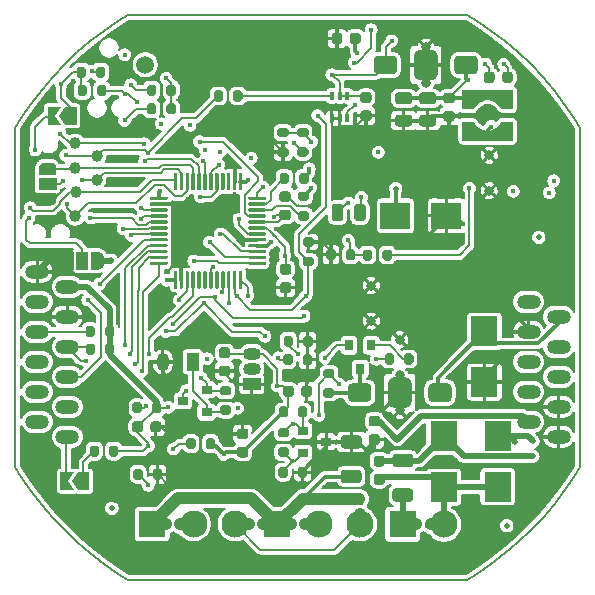
<source format=gbr>
G04 #@! TF.GenerationSoftware,KiCad,Pcbnew,5.1.12*
G04 #@! TF.CreationDate,2022-08-14T20:08:33+02:00*
G04 #@! TF.ProjectId,hec-base,6865632d-6261-4736-952e-6b696361645f,0001*
G04 #@! TF.SameCoordinates,PX4cec620PY8f8c0c0*
G04 #@! TF.FileFunction,Copper,L4,Bot*
G04 #@! TF.FilePolarity,Positive*
%FSLAX46Y46*%
G04 Gerber Fmt 4.6, Leading zero omitted, Abs format (unit mm)*
G04 Created by KiCad (PCBNEW 5.1.12) date 2022-08-14 20:08:33*
%MOMM*%
%LPD*%
G01*
G04 APERTURE LIST*
G04 #@! TA.AperFunction,Profile*
%ADD10C,0.200000*%
G04 #@! TD*
G04 #@! TA.AperFunction,SMDPad,CuDef*
%ADD11R,1.500000X1.000000*%
G04 #@! TD*
G04 #@! TA.AperFunction,SMDPad,CuDef*
%ADD12C,0.100000*%
G04 #@! TD*
G04 #@! TA.AperFunction,WasherPad*
%ADD13C,1.500000*%
G04 #@! TD*
G04 #@! TA.AperFunction,ComponentPad*
%ADD14C,0.800000*%
G04 #@! TD*
G04 #@! TA.AperFunction,ComponentPad*
%ADD15O,2.000000X1.200000*%
G04 #@! TD*
G04 #@! TA.AperFunction,SMDPad,CuDef*
%ADD16C,0.500000*%
G04 #@! TD*
G04 #@! TA.AperFunction,SMDPad,CuDef*
%ADD17R,2.500000X2.300000*%
G04 #@! TD*
G04 #@! TA.AperFunction,SMDPad,CuDef*
%ADD18R,0.900000X0.800000*%
G04 #@! TD*
G04 #@! TA.AperFunction,SMDPad,CuDef*
%ADD19R,2.300000X2.500000*%
G04 #@! TD*
G04 #@! TA.AperFunction,SMDPad,CuDef*
%ADD20R,0.083333X0.166666*%
G04 #@! TD*
G04 #@! TA.AperFunction,SMDPad,CuDef*
%ADD21R,0.166666X0.083333*%
G04 #@! TD*
G04 #@! TA.AperFunction,SMDPad,CuDef*
%ADD22R,0.400000X0.650000*%
G04 #@! TD*
G04 #@! TA.AperFunction,ComponentPad*
%ADD23R,1.500000X1.050000*%
G04 #@! TD*
G04 #@! TA.AperFunction,ComponentPad*
%ADD24O,1.500000X1.050000*%
G04 #@! TD*
G04 #@! TA.AperFunction,ComponentPad*
%ADD25R,1.050000X1.500000*%
G04 #@! TD*
G04 #@! TA.AperFunction,ComponentPad*
%ADD26O,1.050000X1.500000*%
G04 #@! TD*
G04 #@! TA.AperFunction,ComponentPad*
%ADD27C,2.300000*%
G04 #@! TD*
G04 #@! TA.AperFunction,ComponentPad*
%ADD28R,2.300000X2.300000*%
G04 #@! TD*
G04 #@! TA.AperFunction,SMDPad,CuDef*
%ADD29R,0.800000X0.900000*%
G04 #@! TD*
G04 #@! TA.AperFunction,SMDPad,CuDef*
%ADD30C,1.000000*%
G04 #@! TD*
G04 #@! TA.AperFunction,SMDPad,CuDef*
%ADD31R,1.000000X1.500000*%
G04 #@! TD*
G04 #@! TA.AperFunction,ViaPad*
%ADD32C,0.450000*%
G04 #@! TD*
G04 #@! TA.AperFunction,ViaPad*
%ADD33C,0.500000*%
G04 #@! TD*
G04 #@! TA.AperFunction,Conductor*
%ADD34C,0.200000*%
G04 #@! TD*
G04 #@! TA.AperFunction,Conductor*
%ADD35C,0.250000*%
G04 #@! TD*
G04 #@! TA.AperFunction,Conductor*
%ADD36C,0.300000*%
G04 #@! TD*
G04 #@! TA.AperFunction,Conductor*
%ADD37C,0.500000*%
G04 #@! TD*
G04 #@! TA.AperFunction,Conductor*
%ADD38C,1.000000*%
G04 #@! TD*
G04 #@! TA.AperFunction,Conductor*
%ADD39C,0.100000*%
G04 #@! TD*
G04 APERTURE END LIST*
D10*
X47811560Y9541500D02*
X47811560Y38296900D01*
X47310460Y39114620D02*
X46483160Y40318400D01*
X9533860Y19200D02*
X38289260Y19200D01*
X512665Y8723800D02*
X1340000Y7520000D01*
X40310760Y46490760D02*
X39106960Y47318095D01*
X47310460Y8723800D02*
X47811560Y9541500D01*
X47811560Y38296900D02*
X47310460Y39114620D01*
X2229200Y41477230D02*
X1340000Y40318400D01*
X512665Y39114620D02*
X11566Y38296900D01*
X3177830Y42587930D02*
X2229200Y41477230D01*
X8716140Y520300D02*
X9533860Y19200D01*
X7512360Y46490760D02*
X6353530Y45601560D01*
X42580260Y44652930D02*
X41469560Y45601560D01*
X5242830Y3185500D02*
X6353530Y2236800D01*
X46483160Y40318400D02*
X45593960Y41477230D01*
X2229200Y6361200D02*
X3177830Y5250500D01*
X40310760Y1347600D02*
X41469560Y2236800D01*
X6353530Y45601560D02*
X5242830Y44652930D01*
X41469560Y45601560D02*
X40310760Y46490760D01*
X38289260Y19200D02*
X39106960Y520300D01*
X7512360Y1347600D02*
X8716140Y520300D01*
X45593960Y41477230D02*
X44645260Y42587930D01*
X46483160Y7520000D02*
X47310460Y8723800D01*
X3177830Y5250500D02*
X4183290Y4190900D01*
X1340000Y40318400D02*
X512665Y39114620D01*
X4183290Y43647470D02*
X3177830Y42587930D01*
X44645260Y42587930D02*
X43639860Y43647470D01*
X39106960Y520300D02*
X40310760Y1347600D01*
X44645260Y5250500D02*
X45593960Y6361200D01*
X41469560Y2236800D02*
X42580260Y3185500D01*
X4183290Y4190900D02*
X5242830Y3185500D01*
X8716140Y47318095D02*
X7512360Y46490760D01*
X43639860Y4190900D02*
X44645260Y5250500D01*
X42580260Y3185500D02*
X43639860Y4190900D01*
X11566Y9541500D02*
X512665Y8723800D01*
X43639860Y43647470D02*
X42580260Y44652930D01*
X45593960Y6361200D02*
X46483160Y7520000D01*
X5242830Y44652930D02*
X4183290Y43647470D01*
X39106960Y47318095D02*
X38289260Y47819194D01*
X6353530Y2236800D02*
X7512360Y1347600D01*
X38289260Y47819194D02*
X9533860Y47819194D01*
X11566Y38296900D02*
X11566Y9541500D01*
X9533860Y47819194D02*
X8716140Y47318095D01*
X1340000Y7520000D02*
X2229200Y6361200D01*
D11*
G04 #@! TO.P,JP405,2*
G04 #@! TO.N,Net-(J402-Pad9)*
X2743200Y33528000D03*
G04 #@! TA.AperFunction,SMDPad,CuDef*
D12*
G04 #@! TO.P,JP405,3*
G04 #@! TO.N,GNDD*
G36*
X3492598Y32228000D02*
G01*
X3492598Y32203466D01*
X3487788Y32154635D01*
X3478216Y32106510D01*
X3463972Y32059555D01*
X3445195Y32014222D01*
X3422064Y31970949D01*
X3394804Y31930150D01*
X3363676Y31892221D01*
X3328979Y31857524D01*
X3291050Y31826396D01*
X3250251Y31799136D01*
X3206978Y31776005D01*
X3161645Y31757228D01*
X3114690Y31742984D01*
X3066565Y31733412D01*
X3017734Y31728602D01*
X2993200Y31728602D01*
X2993200Y31728000D01*
X2493200Y31728000D01*
X2493200Y31728602D01*
X2468666Y31728602D01*
X2419835Y31733412D01*
X2371710Y31742984D01*
X2324755Y31757228D01*
X2279422Y31776005D01*
X2236149Y31799136D01*
X2195350Y31826396D01*
X2157421Y31857524D01*
X2122724Y31892221D01*
X2091596Y31930150D01*
X2064336Y31970949D01*
X2041205Y32014222D01*
X2022428Y32059555D01*
X2008184Y32106510D01*
X1998612Y32154635D01*
X1993802Y32203466D01*
X1993802Y32228000D01*
X1993200Y32228000D01*
X1993200Y32778000D01*
X3493200Y32778000D01*
X3493200Y32228000D01*
X3492598Y32228000D01*
G37*
G04 #@! TD.AperFunction*
G04 #@! TA.AperFunction,SMDPad,CuDef*
G04 #@! TO.P,JP405,1*
G04 #@! TO.N,/Microcontroller/~TRST~*
G36*
X1993200Y34278000D02*
G01*
X1993200Y34828000D01*
X1993802Y34828000D01*
X1993802Y34852534D01*
X1998612Y34901365D01*
X2008184Y34949490D01*
X2022428Y34996445D01*
X2041205Y35041778D01*
X2064336Y35085051D01*
X2091596Y35125850D01*
X2122724Y35163779D01*
X2157421Y35198476D01*
X2195350Y35229604D01*
X2236149Y35256864D01*
X2279422Y35279995D01*
X2324755Y35298772D01*
X2371710Y35313016D01*
X2419835Y35322588D01*
X2468666Y35327398D01*
X2493200Y35327398D01*
X2493200Y35328000D01*
X2993200Y35328000D01*
X2993200Y35327398D01*
X3017734Y35327398D01*
X3066565Y35322588D01*
X3114690Y35313016D01*
X3161645Y35298772D01*
X3206978Y35279995D01*
X3250251Y35256864D01*
X3291050Y35229604D01*
X3328979Y35198476D01*
X3363676Y35163779D01*
X3394804Y35125850D01*
X3422064Y35085051D01*
X3445195Y35041778D01*
X3463972Y34996445D01*
X3478216Y34949490D01*
X3487788Y34901365D01*
X3492598Y34852534D01*
X3492598Y34828000D01*
X3493200Y34828000D01*
X3493200Y34278000D01*
X1993200Y34278000D01*
G37*
G04 #@! TD.AperFunction*
G04 #@! TD*
D13*
G04 #@! TO.P,J103,*
G04 #@! TO.N,*
X11023600Y43599100D03*
G04 #@! TD*
D14*
G04 #@! TO.P,FL203,2*
G04 #@! TO.N,GNDD*
X34762440Y45091480D03*
X34762440Y42091480D03*
G04 #@! TA.AperFunction,SMDPad,CuDef*
G36*
G01*
X35762440Y44391480D02*
X35762440Y42791480D01*
G75*
G02*
X35262440Y42291480I-500000J0D01*
G01*
X34262440Y42291480D01*
G75*
G02*
X33762440Y42791480I0J500000D01*
G01*
X33762440Y44391480D01*
G75*
G02*
X34262440Y44891480I500000J0D01*
G01*
X35262440Y44891480D01*
G75*
G02*
X35762440Y44391480I0J-500000D01*
G01*
G37*
G04 #@! TD.AperFunction*
G04 #@! TO.P,FL203,3*
G04 #@! TO.N,+3V3*
G04 #@! TA.AperFunction,SMDPad,CuDef*
G36*
G01*
X32362440Y44007480D02*
X32362440Y43175480D01*
G75*
G02*
X31978440Y42791480I-384000J0D01*
G01*
X30746440Y42791480D01*
G75*
G02*
X30362440Y43175480I0J384000D01*
G01*
X30362440Y44007480D01*
G75*
G02*
X30746440Y44391480I384000J0D01*
G01*
X31978440Y44391480D01*
G75*
G02*
X32362440Y44007480I0J-384000D01*
G01*
G37*
G04 #@! TD.AperFunction*
G04 #@! TO.P,FL203,1*
G04 #@! TO.N,Net-(C208-Pad2)*
G04 #@! TA.AperFunction,SMDPad,CuDef*
G36*
G01*
X39162440Y44007480D02*
X39162440Y43175480D01*
G75*
G02*
X38778440Y42791480I-384000J0D01*
G01*
X37546440Y42791480D01*
G75*
G02*
X37162440Y43175480I0J384000D01*
G01*
X37162440Y44007480D01*
G75*
G02*
X37546440Y44391480I384000J0D01*
G01*
X38778440Y44391480D01*
G75*
G02*
X39162440Y44007480I0J-384000D01*
G01*
G37*
G04 #@! TD.AperFunction*
G04 #@! TD*
G04 #@! TO.P,FL502,2*
G04 #@! TO.N,GNDD*
X32562800Y14349600D03*
X32562800Y17349600D03*
G04 #@! TA.AperFunction,SMDPad,CuDef*
G36*
G01*
X31562800Y15049600D02*
X31562800Y16649600D01*
G75*
G02*
X32062800Y17149600I500000J0D01*
G01*
X33062800Y17149600D01*
G75*
G02*
X33562800Y16649600I0J-500000D01*
G01*
X33562800Y15049600D01*
G75*
G02*
X33062800Y14549600I-500000J0D01*
G01*
X32062800Y14549600D01*
G75*
G02*
X31562800Y15049600I0J500000D01*
G01*
G37*
G04 #@! TD.AperFunction*
G04 #@! TO.P,FL502,3*
G04 #@! TO.N,/1WireIO*
G04 #@! TA.AperFunction,SMDPad,CuDef*
G36*
G01*
X34962800Y15433600D02*
X34962800Y16265600D01*
G75*
G02*
X35346800Y16649600I384000J0D01*
G01*
X36578800Y16649600D01*
G75*
G02*
X36962800Y16265600I0J-384000D01*
G01*
X36962800Y15433600D01*
G75*
G02*
X36578800Y15049600I-384000J0D01*
G01*
X35346800Y15049600D01*
G75*
G02*
X34962800Y15433600I0J384000D01*
G01*
G37*
G04 #@! TD.AperFunction*
G04 #@! TO.P,FL502,1*
G04 #@! TO.N,Net-(FL502-Pad1)*
G04 #@! TA.AperFunction,SMDPad,CuDef*
G36*
G01*
X28162800Y15433600D02*
X28162800Y16265600D01*
G75*
G02*
X28546800Y16649600I384000J0D01*
G01*
X29778800Y16649600D01*
G75*
G02*
X30162800Y16265600I0J-384000D01*
G01*
X30162800Y15433600D01*
G75*
G02*
X29778800Y15049600I-384000J0D01*
G01*
X28546800Y15049600D01*
G75*
G02*
X28162800Y15433600I0J384000D01*
G01*
G37*
G04 #@! TD.AperFunction*
G04 #@! TD*
G04 #@! TO.P,FL202,2*
G04 #@! TO.N,GNDD*
X40132000Y35942400D03*
X40132000Y32942400D03*
G04 #@! TD*
G04 #@! TO.P,FL201,2*
G04 #@! TO.N,GNDD*
X30149800Y24906100D03*
X30149800Y21906100D03*
G04 #@! TD*
G04 #@! TO.P,FL501,2*
G04 #@! TO.N,GNDD*
X32550100Y20346800D03*
X32550100Y17346800D03*
G04 #@! TD*
D15*
G04 #@! TO.P,J102,10*
G04 #@! TO.N,/1WirePower*
X43460000Y23530000D03*
G04 #@! TO.P,J102,9*
G04 #@! TO.N,/1WireIO*
X46000000Y22260000D03*
G04 #@! TO.P,J102,8*
G04 #@! TO.N,GNDD*
X43460000Y20990000D03*
G04 #@! TO.P,J102,7*
G04 #@! TO.N,N/C*
X46000000Y19720000D03*
G04 #@! TO.P,J102,6*
X43460000Y18450000D03*
G04 #@! TO.P,J102,5*
X46000000Y17180000D03*
G04 #@! TO.P,J102,4*
X43460000Y15910000D03*
G04 #@! TO.P,J102,3*
G04 #@! TO.N,GNDD*
X46000000Y14640000D03*
G04 #@! TO.P,J102,2*
G04 #@! TO.N,+24V*
X43460000Y13370000D03*
G04 #@! TO.P,J102,1*
G04 #@! TO.N,GNDD*
X46000000Y12100000D03*
G04 #@! TD*
D16*
G04 #@! TO.P,FID105,*
G04 #@! TO.N,*
X44323000Y28994100D03*
G04 #@! TD*
G04 #@! TO.P,FID103,*
G04 #@! TO.N,*
X41617900Y4584700D03*
G04 #@! TD*
G04 #@! TO.P,FID101,*
G04 #@! TO.N,*
X8178800Y6057900D03*
G04 #@! TD*
G04 #@! TO.P,R215,2*
G04 #@! TO.N,/Microcontroller/~RESET~*
G04 #@! TA.AperFunction,SMDPad,CuDef*
G36*
G01*
X17596300Y41245200D02*
X17596300Y40695200D01*
G75*
G02*
X17396300Y40495200I-200000J0D01*
G01*
X16996300Y40495200D01*
G75*
G02*
X16796300Y40695200I0J200000D01*
G01*
X16796300Y41245200D01*
G75*
G02*
X16996300Y41445200I200000J0D01*
G01*
X17396300Y41445200D01*
G75*
G02*
X17596300Y41245200I0J-200000D01*
G01*
G37*
G04 #@! TD.AperFunction*
G04 #@! TO.P,R215,1*
G04 #@! TO.N,Net-(IC203-Pad4)*
G04 #@! TA.AperFunction,SMDPad,CuDef*
G36*
G01*
X19246300Y41245200D02*
X19246300Y40695200D01*
G75*
G02*
X19046300Y40495200I-200000J0D01*
G01*
X18646300Y40495200D01*
G75*
G02*
X18446300Y40695200I0J200000D01*
G01*
X18446300Y41245200D01*
G75*
G02*
X18646300Y41445200I200000J0D01*
G01*
X19046300Y41445200D01*
G75*
G02*
X19246300Y41245200I0J-200000D01*
G01*
G37*
G04 #@! TD.AperFunction*
G04 #@! TD*
G04 #@! TO.P,C201,2*
G04 #@! TO.N,Net-(C201-Pad2)*
G04 #@! TA.AperFunction,SMDPad,CuDef*
G36*
G01*
X27782100Y31577300D02*
X27782100Y30627300D01*
G75*
G02*
X27532100Y30377300I-250000J0D01*
G01*
X27032100Y30377300D01*
G75*
G02*
X26782100Y30627300I0J250000D01*
G01*
X26782100Y31577300D01*
G75*
G02*
X27032100Y31827300I250000J0D01*
G01*
X27532100Y31827300D01*
G75*
G02*
X27782100Y31577300I0J-250000D01*
G01*
G37*
G04 #@! TD.AperFunction*
G04 #@! TO.P,C201,1*
G04 #@! TO.N,Net-(C201-Pad1)*
G04 #@! TA.AperFunction,SMDPad,CuDef*
G36*
G01*
X29682100Y31577300D02*
X29682100Y30627300D01*
G75*
G02*
X29432100Y30377300I-250000J0D01*
G01*
X28932100Y30377300D01*
G75*
G02*
X28682100Y30627300I0J250000D01*
G01*
X28682100Y31577300D01*
G75*
G02*
X28932100Y31827300I250000J0D01*
G01*
X29432100Y31827300D01*
G75*
G02*
X29682100Y31577300I0J-250000D01*
G01*
G37*
G04 #@! TD.AperFunction*
G04 #@! TD*
G04 #@! TO.P,C208,2*
G04 #@! TO.N,Net-(C208-Pad2)*
G04 #@! TA.AperFunction,SMDPad,CuDef*
G36*
G01*
X36978400Y40342700D02*
X36478400Y40342700D01*
G75*
G02*
X36253400Y40567700I0J225000D01*
G01*
X36253400Y41017700D01*
G75*
G02*
X36478400Y41242700I225000J0D01*
G01*
X36978400Y41242700D01*
G75*
G02*
X37203400Y41017700I0J-225000D01*
G01*
X37203400Y40567700D01*
G75*
G02*
X36978400Y40342700I-225000J0D01*
G01*
G37*
G04 #@! TD.AperFunction*
G04 #@! TO.P,C208,1*
G04 #@! TO.N,GNDD*
G04 #@! TA.AperFunction,SMDPad,CuDef*
G36*
G01*
X36978400Y38792700D02*
X36478400Y38792700D01*
G75*
G02*
X36253400Y39017700I0J225000D01*
G01*
X36253400Y39467700D01*
G75*
G02*
X36478400Y39692700I225000J0D01*
G01*
X36978400Y39692700D01*
G75*
G02*
X37203400Y39467700I0J-225000D01*
G01*
X37203400Y39017700D01*
G75*
G02*
X36978400Y38792700I-225000J0D01*
G01*
G37*
G04 #@! TD.AperFunction*
G04 #@! TD*
G04 #@! TO.P,C209,2*
G04 #@! TO.N,Net-(C208-Pad2)*
G04 #@! TA.AperFunction,SMDPad,CuDef*
G36*
G01*
X35387300Y40277200D02*
X34437300Y40277200D01*
G75*
G02*
X34187300Y40527200I0J250000D01*
G01*
X34187300Y41027200D01*
G75*
G02*
X34437300Y41277200I250000J0D01*
G01*
X35387300Y41277200D01*
G75*
G02*
X35637300Y41027200I0J-250000D01*
G01*
X35637300Y40527200D01*
G75*
G02*
X35387300Y40277200I-250000J0D01*
G01*
G37*
G04 #@! TD.AperFunction*
G04 #@! TO.P,C209,1*
G04 #@! TO.N,GNDD*
G04 #@! TA.AperFunction,SMDPad,CuDef*
G36*
G01*
X35387300Y38377200D02*
X34437300Y38377200D01*
G75*
G02*
X34187300Y38627200I0J250000D01*
G01*
X34187300Y39127200D01*
G75*
G02*
X34437300Y39377200I250000J0D01*
G01*
X35387300Y39377200D01*
G75*
G02*
X35637300Y39127200I0J-250000D01*
G01*
X35637300Y38627200D01*
G75*
G02*
X35387300Y38377200I-250000J0D01*
G01*
G37*
G04 #@! TD.AperFunction*
G04 #@! TD*
G04 #@! TO.P,C210,2*
G04 #@! TO.N,Net-(C208-Pad2)*
G04 #@! TA.AperFunction,SMDPad,CuDef*
G36*
G01*
X33355300Y40277200D02*
X32405300Y40277200D01*
G75*
G02*
X32155300Y40527200I0J250000D01*
G01*
X32155300Y41027200D01*
G75*
G02*
X32405300Y41277200I250000J0D01*
G01*
X33355300Y41277200D01*
G75*
G02*
X33605300Y41027200I0J-250000D01*
G01*
X33605300Y40527200D01*
G75*
G02*
X33355300Y40277200I-250000J0D01*
G01*
G37*
G04 #@! TD.AperFunction*
G04 #@! TO.P,C210,1*
G04 #@! TO.N,GNDD*
G04 #@! TA.AperFunction,SMDPad,CuDef*
G36*
G01*
X33355300Y38377200D02*
X32405300Y38377200D01*
G75*
G02*
X32155300Y38627200I0J250000D01*
G01*
X32155300Y39127200D01*
G75*
G02*
X32405300Y39377200I250000J0D01*
G01*
X33355300Y39377200D01*
G75*
G02*
X33605300Y39127200I0J-250000D01*
G01*
X33605300Y38627200D01*
G75*
G02*
X33355300Y38377200I-250000J0D01*
G01*
G37*
G04 #@! TD.AperFunction*
G04 #@! TD*
G04 #@! TO.P,C211,2*
G04 #@! TO.N,Net-(C208-Pad2)*
G04 #@! TA.AperFunction,SMDPad,CuDef*
G36*
G01*
X40581700Y42795000D02*
X40581700Y42295000D01*
G75*
G02*
X40356700Y42070000I-225000J0D01*
G01*
X39906700Y42070000D01*
G75*
G02*
X39681700Y42295000I0J225000D01*
G01*
X39681700Y42795000D01*
G75*
G02*
X39906700Y43020000I225000J0D01*
G01*
X40356700Y43020000D01*
G75*
G02*
X40581700Y42795000I0J-225000D01*
G01*
G37*
G04 #@! TD.AperFunction*
G04 #@! TO.P,C211,1*
G04 #@! TO.N,Net-(C211-Pad1)*
G04 #@! TA.AperFunction,SMDPad,CuDef*
G36*
G01*
X42131700Y42795000D02*
X42131700Y42295000D01*
G75*
G02*
X41906700Y42070000I-225000J0D01*
G01*
X41456700Y42070000D01*
G75*
G02*
X41231700Y42295000I0J225000D01*
G01*
X41231700Y42795000D01*
G75*
G02*
X41456700Y43020000I225000J0D01*
G01*
X41906700Y43020000D01*
G75*
G02*
X42131700Y42795000I0J-225000D01*
G01*
G37*
G04 #@! TD.AperFunction*
G04 #@! TD*
G04 #@! TO.P,C212,2*
G04 #@! TO.N,+5V*
G04 #@! TA.AperFunction,SMDPad,CuDef*
G36*
G01*
X28341200Y45584300D02*
X28341200Y46084300D01*
G75*
G02*
X28566200Y46309300I225000J0D01*
G01*
X29016200Y46309300D01*
G75*
G02*
X29241200Y46084300I0J-225000D01*
G01*
X29241200Y45584300D01*
G75*
G02*
X29016200Y45359300I-225000J0D01*
G01*
X28566200Y45359300D01*
G75*
G02*
X28341200Y45584300I0J225000D01*
G01*
G37*
G04 #@! TD.AperFunction*
G04 #@! TO.P,C212,1*
G04 #@! TO.N,GNDD*
G04 #@! TA.AperFunction,SMDPad,CuDef*
G36*
G01*
X26791200Y45584300D02*
X26791200Y46084300D01*
G75*
G02*
X27016200Y46309300I225000J0D01*
G01*
X27466200Y46309300D01*
G75*
G02*
X27691200Y46084300I0J-225000D01*
G01*
X27691200Y45584300D01*
G75*
G02*
X27466200Y45359300I-225000J0D01*
G01*
X27016200Y45359300D01*
G75*
G02*
X26791200Y45584300I0J225000D01*
G01*
G37*
G04 #@! TD.AperFunction*
G04 #@! TD*
G04 #@! TO.P,C213,2*
G04 #@! TO.N,+3V3*
G04 #@! TA.AperFunction,SMDPad,CuDef*
G36*
G01*
X29942600Y40393500D02*
X29442600Y40393500D01*
G75*
G02*
X29217600Y40618500I0J225000D01*
G01*
X29217600Y41068500D01*
G75*
G02*
X29442600Y41293500I225000J0D01*
G01*
X29942600Y41293500D01*
G75*
G02*
X30167600Y41068500I0J-225000D01*
G01*
X30167600Y40618500D01*
G75*
G02*
X29942600Y40393500I-225000J0D01*
G01*
G37*
G04 #@! TD.AperFunction*
G04 #@! TO.P,C213,1*
G04 #@! TO.N,GNDD*
G04 #@! TA.AperFunction,SMDPad,CuDef*
G36*
G01*
X29942600Y38843500D02*
X29442600Y38843500D01*
G75*
G02*
X29217600Y39068500I0J225000D01*
G01*
X29217600Y39518500D01*
G75*
G02*
X29442600Y39743500I225000J0D01*
G01*
X29942600Y39743500D01*
G75*
G02*
X30167600Y39518500I0J-225000D01*
G01*
X30167600Y39068500D01*
G75*
G02*
X29942600Y38843500I-225000J0D01*
G01*
G37*
G04 #@! TD.AperFunction*
G04 #@! TD*
G04 #@! TO.P,C302,2*
G04 #@! TO.N,Net-(C302-Pad2)*
G04 #@! TA.AperFunction,SMDPad,CuDef*
G36*
G01*
X31060200Y9596000D02*
X30560200Y9596000D01*
G75*
G02*
X30335200Y9821000I0J225000D01*
G01*
X30335200Y10271000D01*
G75*
G02*
X30560200Y10496000I225000J0D01*
G01*
X31060200Y10496000D01*
G75*
G02*
X31285200Y10271000I0J-225000D01*
G01*
X31285200Y9821000D01*
G75*
G02*
X31060200Y9596000I-225000J0D01*
G01*
G37*
G04 #@! TD.AperFunction*
G04 #@! TO.P,C302,1*
G04 #@! TO.N,Net-(C302-Pad1)*
G04 #@! TA.AperFunction,SMDPad,CuDef*
G36*
G01*
X31060200Y8046000D02*
X30560200Y8046000D01*
G75*
G02*
X30335200Y8271000I0J225000D01*
G01*
X30335200Y8721000D01*
G75*
G02*
X30560200Y8946000I225000J0D01*
G01*
X31060200Y8946000D01*
G75*
G02*
X31285200Y8721000I0J-225000D01*
G01*
X31285200Y8271000D01*
G75*
G02*
X31060200Y8046000I-225000J0D01*
G01*
G37*
G04 #@! TD.AperFunction*
G04 #@! TD*
G04 #@! TO.P,C303,2*
G04 #@! TO.N,GNDD*
G04 #@! TA.AperFunction,SMDPad,CuDef*
G36*
G01*
X11450200Y12704000D02*
X11450200Y13204000D01*
G75*
G02*
X11675200Y13429000I225000J0D01*
G01*
X12125200Y13429000D01*
G75*
G02*
X12350200Y13204000I0J-225000D01*
G01*
X12350200Y12704000D01*
G75*
G02*
X12125200Y12479000I-225000J0D01*
G01*
X11675200Y12479000D01*
G75*
G02*
X11450200Y12704000I0J225000D01*
G01*
G37*
G04 #@! TD.AperFunction*
G04 #@! TO.P,C303,1*
G04 #@! TO.N,+5V*
G04 #@! TA.AperFunction,SMDPad,CuDef*
G36*
G01*
X9900200Y12704000D02*
X9900200Y13204000D01*
G75*
G02*
X10125200Y13429000I225000J0D01*
G01*
X10575200Y13429000D01*
G75*
G02*
X10800200Y13204000I0J-225000D01*
G01*
X10800200Y12704000D01*
G75*
G02*
X10575200Y12479000I-225000J0D01*
G01*
X10125200Y12479000D01*
G75*
G02*
X9900200Y12704000I0J225000D01*
G01*
G37*
G04 #@! TD.AperFunction*
G04 #@! TD*
G04 #@! TO.P,C304,2*
G04 #@! TO.N,GNDD*
G04 #@! TA.AperFunction,SMDPad,CuDef*
G36*
G01*
X19503200Y11907400D02*
X19003200Y11907400D01*
G75*
G02*
X18778200Y12132400I0J225000D01*
G01*
X18778200Y12582400D01*
G75*
G02*
X19003200Y12807400I225000J0D01*
G01*
X19503200Y12807400D01*
G75*
G02*
X19728200Y12582400I0J-225000D01*
G01*
X19728200Y12132400D01*
G75*
G02*
X19503200Y11907400I-225000J0D01*
G01*
G37*
G04 #@! TD.AperFunction*
G04 #@! TO.P,C304,1*
G04 #@! TO.N,+5V*
G04 #@! TA.AperFunction,SMDPad,CuDef*
G36*
G01*
X19503200Y10357400D02*
X19003200Y10357400D01*
G75*
G02*
X18778200Y10582400I0J225000D01*
G01*
X18778200Y11032400D01*
G75*
G02*
X19003200Y11257400I225000J0D01*
G01*
X19503200Y11257400D01*
G75*
G02*
X19728200Y11032400I0J-225000D01*
G01*
X19728200Y10582400D01*
G75*
G02*
X19503200Y10357400I-225000J0D01*
G01*
G37*
G04 #@! TD.AperFunction*
G04 #@! TD*
G04 #@! TO.P,C305,2*
G04 #@! TO.N,+24V*
G04 #@! TA.AperFunction,SMDPad,CuDef*
G36*
G01*
X30653800Y12986900D02*
X30153800Y12986900D01*
G75*
G02*
X29928800Y13211900I0J225000D01*
G01*
X29928800Y13661900D01*
G75*
G02*
X30153800Y13886900I225000J0D01*
G01*
X30653800Y13886900D01*
G75*
G02*
X30878800Y13661900I0J-225000D01*
G01*
X30878800Y13211900D01*
G75*
G02*
X30653800Y12986900I-225000J0D01*
G01*
G37*
G04 #@! TD.AperFunction*
G04 #@! TO.P,C305,1*
G04 #@! TO.N,GNDD*
G04 #@! TA.AperFunction,SMDPad,CuDef*
G36*
G01*
X30653800Y11436900D02*
X30153800Y11436900D01*
G75*
G02*
X29928800Y11661900I0J225000D01*
G01*
X29928800Y12111900D01*
G75*
G02*
X30153800Y12336900I225000J0D01*
G01*
X30653800Y12336900D01*
G75*
G02*
X30878800Y12111900I0J-225000D01*
G01*
X30878800Y11661900D01*
G75*
G02*
X30653800Y11436900I-225000J0D01*
G01*
G37*
G04 #@! TD.AperFunction*
G04 #@! TD*
G04 #@! TO.P,C402,2*
G04 #@! TO.N,GNDD*
G04 #@! TA.AperFunction,SMDPad,CuDef*
G36*
G01*
X22635400Y25189300D02*
X23135400Y25189300D01*
G75*
G02*
X23360400Y24964300I0J-225000D01*
G01*
X23360400Y24514300D01*
G75*
G02*
X23135400Y24289300I-225000J0D01*
G01*
X22635400Y24289300D01*
G75*
G02*
X22410400Y24514300I0J225000D01*
G01*
X22410400Y24964300D01*
G75*
G02*
X22635400Y25189300I225000J0D01*
G01*
G37*
G04 #@! TD.AperFunction*
G04 #@! TO.P,C402,1*
G04 #@! TO.N,Net-(C402-Pad1)*
G04 #@! TA.AperFunction,SMDPad,CuDef*
G36*
G01*
X22635400Y26739300D02*
X23135400Y26739300D01*
G75*
G02*
X23360400Y26514300I0J-225000D01*
G01*
X23360400Y26064300D01*
G75*
G02*
X23135400Y25839300I-225000J0D01*
G01*
X22635400Y25839300D01*
G75*
G02*
X22410400Y26064300I0J225000D01*
G01*
X22410400Y26514300D01*
G75*
G02*
X22635400Y26739300I225000J0D01*
G01*
G37*
G04 #@! TD.AperFunction*
G04 #@! TD*
G04 #@! TO.P,C403,2*
G04 #@! TO.N,GNDD*
G04 #@! TA.AperFunction,SMDPad,CuDef*
G36*
G01*
X23084600Y31986100D02*
X22584600Y31986100D01*
G75*
G02*
X22359600Y32211100I0J225000D01*
G01*
X22359600Y32661100D01*
G75*
G02*
X22584600Y32886100I225000J0D01*
G01*
X23084600Y32886100D01*
G75*
G02*
X23309600Y32661100I0J-225000D01*
G01*
X23309600Y32211100D01*
G75*
G02*
X23084600Y31986100I-225000J0D01*
G01*
G37*
G04 #@! TD.AperFunction*
G04 #@! TO.P,C403,1*
G04 #@! TO.N,Net-(C403-Pad1)*
G04 #@! TA.AperFunction,SMDPad,CuDef*
G36*
G01*
X23084600Y30436100D02*
X22584600Y30436100D01*
G75*
G02*
X22359600Y30661100I0J225000D01*
G01*
X22359600Y31111100D01*
G75*
G02*
X22584600Y31336100I225000J0D01*
G01*
X23084600Y31336100D01*
G75*
G02*
X23309600Y31111100I0J-225000D01*
G01*
X23309600Y30661100D01*
G75*
G02*
X23084600Y30436100I-225000J0D01*
G01*
G37*
G04 #@! TD.AperFunction*
G04 #@! TD*
G04 #@! TO.P,C501,2*
G04 #@! TO.N,GNDD*
G04 #@! TA.AperFunction,SMDPad,CuDef*
G36*
G01*
X24226400Y15713900D02*
X24226400Y16213900D01*
G75*
G02*
X24451400Y16438900I225000J0D01*
G01*
X24901400Y16438900D01*
G75*
G02*
X25126400Y16213900I0J-225000D01*
G01*
X25126400Y15713900D01*
G75*
G02*
X24901400Y15488900I-225000J0D01*
G01*
X24451400Y15488900D01*
G75*
G02*
X24226400Y15713900I0J225000D01*
G01*
G37*
G04 #@! TD.AperFunction*
G04 #@! TO.P,C501,1*
G04 #@! TO.N,+5V*
G04 #@! TA.AperFunction,SMDPad,CuDef*
G36*
G01*
X22676400Y15713900D02*
X22676400Y16213900D01*
G75*
G02*
X22901400Y16438900I225000J0D01*
G01*
X23351400Y16438900D01*
G75*
G02*
X23576400Y16213900I0J-225000D01*
G01*
X23576400Y15713900D01*
G75*
G02*
X23351400Y15488900I-225000J0D01*
G01*
X22901400Y15488900D01*
G75*
G02*
X22676400Y15713900I0J225000D01*
G01*
G37*
G04 #@! TD.AperFunction*
G04 #@! TD*
G04 #@! TO.P,C504,2*
G04 #@! TO.N,GNDD*
G04 #@! TA.AperFunction,SMDPad,CuDef*
G36*
G01*
X17466500Y18128100D02*
X17966500Y18128100D01*
G75*
G02*
X18191500Y17903100I0J-225000D01*
G01*
X18191500Y17453100D01*
G75*
G02*
X17966500Y17228100I-225000J0D01*
G01*
X17466500Y17228100D01*
G75*
G02*
X17241500Y17453100I0J225000D01*
G01*
X17241500Y17903100D01*
G75*
G02*
X17466500Y18128100I225000J0D01*
G01*
G37*
G04 #@! TD.AperFunction*
G04 #@! TO.P,C504,1*
G04 #@! TO.N,+5V*
G04 #@! TA.AperFunction,SMDPad,CuDef*
G36*
G01*
X17466500Y19678100D02*
X17966500Y19678100D01*
G75*
G02*
X18191500Y19453100I0J-225000D01*
G01*
X18191500Y19003100D01*
G75*
G02*
X17966500Y18778100I-225000J0D01*
G01*
X17466500Y18778100D01*
G75*
G02*
X17241500Y19003100I0J225000D01*
G01*
X17241500Y19453100D01*
G75*
G02*
X17466500Y19678100I225000J0D01*
G01*
G37*
G04 #@! TD.AperFunction*
G04 #@! TD*
D17*
G04 #@! TO.P,D201,2*
G04 #@! TO.N,GNDD*
X36490800Y30822900D03*
G04 #@! TO.P,D201,1*
G04 #@! TO.N,Net-(C201-Pad1)*
X32190800Y30822900D03*
G04 #@! TD*
D18*
G04 #@! TO.P,D302,3*
G04 #@! TO.N,GNDD*
X26349200Y11684000D03*
G04 #@! TO.P,D302,2*
G04 #@! TO.N,Net-(D302-Pad2)*
X24349200Y12634000D03*
G04 #@! TO.P,D302,1*
G04 #@! TO.N,Net-(D302-Pad1)*
X24349200Y10734000D03*
G04 #@! TD*
D19*
G04 #@! TO.P,D303,2*
G04 #@! TO.N,Net-(C302-Pad1)*
X40855900Y7870300D03*
G04 #@! TO.P,D303,1*
G04 #@! TO.N,Net-(D303-Pad1)*
X40855900Y12170300D03*
G04 #@! TD*
G04 #@! TO.P,D305,2*
G04 #@! TO.N,Net-(C302-Pad2)*
X36271200Y12157600D03*
G04 #@! TO.P,D305,1*
G04 #@! TO.N,Net-(C302-Pad1)*
X36271200Y7857600D03*
G04 #@! TD*
G04 #@! TO.P,D502,2*
G04 #@! TO.N,GNDD*
X39725600Y16747600D03*
G04 #@! TO.P,D502,1*
G04 #@! TO.N,/1WireIO*
X39725600Y21047600D03*
G04 #@! TD*
G04 #@! TA.AperFunction,SMDPad,CuDef*
D12*
G04 #@! TO.P,E301,2*
G04 #@! TO.N,Net-(E301-Pad2)*
G36*
X23846660Y4548182D02*
G01*
X23846660Y4548150D01*
X23671660Y4464850D01*
X23671660Y4631482D01*
X23846660Y4548182D01*
G37*
G04 #@! TD.AperFunction*
D20*
X23632160Y4878366D03*
G04 #@! TA.AperFunction,SMDPad,CuDef*
D12*
G36*
X23846660Y4878382D02*
G01*
X23846660Y4878350D01*
X23671660Y4795050D01*
X23671660Y4961682D01*
X23846660Y4878382D01*
G37*
G04 #@! TD.AperFunction*
G04 #@! TA.AperFunction,SMDPad,CuDef*
G36*
X23846660Y4713282D02*
G01*
X23846660Y4713250D01*
X23671660Y4629950D01*
X23671660Y4796582D01*
X23846660Y4713282D01*
G37*
G04 #@! TD.AperFunction*
D20*
X23632160Y4711700D03*
X23632160Y4546600D03*
G04 #@! TA.AperFunction,SMDPad,CuDef*
D12*
G04 #@! TO.P,E301,1*
G04 #@! TO.N,Net-(E301-Pad1)*
G36*
X24181940Y4631482D02*
G01*
X24181940Y4464850D01*
X24006940Y4548150D01*
X24006940Y4548182D01*
X24181940Y4631482D01*
G37*
G04 #@! TD.AperFunction*
G04 #@! TA.AperFunction,SMDPad,CuDef*
G36*
X24181940Y4796582D02*
G01*
X24181940Y4629950D01*
X24006940Y4713250D01*
X24006940Y4713282D01*
X24181940Y4796582D01*
G37*
G04 #@! TD.AperFunction*
D20*
X24221440Y4546600D03*
X24221440Y4711700D03*
X24221440Y4878366D03*
G04 #@! TA.AperFunction,SMDPad,CuDef*
D12*
G36*
X24181940Y4961682D02*
G01*
X24181940Y4795050D01*
X24006940Y4878350D01*
X24006940Y4878382D01*
X24181940Y4961682D01*
G37*
G04 #@! TD.AperFunction*
G04 #@! TD*
G04 #@! TA.AperFunction,SMDPad,CuDef*
G04 #@! TO.P,E302,2*
G04 #@! TO.N,Net-(E301-Pad2)*
G36*
X29044916Y6262500D02*
G01*
X29044884Y6262500D01*
X28961584Y6437500D01*
X29128216Y6437500D01*
X29044916Y6262500D01*
G37*
G04 #@! TD.AperFunction*
D21*
X29375100Y6477000D03*
G04 #@! TA.AperFunction,SMDPad,CuDef*
D12*
G36*
X29375116Y6262500D02*
G01*
X29375084Y6262500D01*
X29291784Y6437500D01*
X29458416Y6437500D01*
X29375116Y6262500D01*
G37*
G04 #@! TD.AperFunction*
G04 #@! TA.AperFunction,SMDPad,CuDef*
G36*
X29210016Y6262500D02*
G01*
X29209984Y6262500D01*
X29126684Y6437500D01*
X29293316Y6437500D01*
X29210016Y6262500D01*
G37*
G04 #@! TD.AperFunction*
D21*
X29208434Y6477000D03*
X29043334Y6477000D03*
G04 #@! TA.AperFunction,SMDPad,CuDef*
D12*
G04 #@! TO.P,E302,1*
G04 #@! TO.N,Net-(E302-Pad1)*
G36*
X29128216Y5927220D02*
G01*
X28961584Y5927220D01*
X29044884Y6102220D01*
X29044916Y6102220D01*
X29128216Y5927220D01*
G37*
G04 #@! TD.AperFunction*
G04 #@! TA.AperFunction,SMDPad,CuDef*
G36*
X29293316Y5927220D02*
G01*
X29126684Y5927220D01*
X29209984Y6102220D01*
X29210016Y6102220D01*
X29293316Y5927220D01*
G37*
G04 #@! TD.AperFunction*
D21*
X29043334Y5887720D03*
X29208434Y5887720D03*
X29375100Y5887720D03*
G04 #@! TA.AperFunction,SMDPad,CuDef*
D12*
G36*
X29458416Y5927220D02*
G01*
X29291784Y5927220D01*
X29375084Y6102220D01*
X29375116Y6102220D01*
X29458416Y5927220D01*
G37*
G04 #@! TD.AperFunction*
G04 #@! TD*
G04 #@! TA.AperFunction,SMDPad,CuDef*
G04 #@! TO.P,E303,2*
G04 #@! TO.N,Net-(E301-Pad2)*
G36*
X13280260Y4560882D02*
G01*
X13280260Y4560850D01*
X13105260Y4477550D01*
X13105260Y4644182D01*
X13280260Y4560882D01*
G37*
G04 #@! TD.AperFunction*
D20*
X13065760Y4891066D03*
G04 #@! TA.AperFunction,SMDPad,CuDef*
D12*
G36*
X13280260Y4891082D02*
G01*
X13280260Y4891050D01*
X13105260Y4807750D01*
X13105260Y4974382D01*
X13280260Y4891082D01*
G37*
G04 #@! TD.AperFunction*
G04 #@! TA.AperFunction,SMDPad,CuDef*
G36*
X13280260Y4725982D02*
G01*
X13280260Y4725950D01*
X13105260Y4642650D01*
X13105260Y4809282D01*
X13280260Y4725982D01*
G37*
G04 #@! TD.AperFunction*
D20*
X13065760Y4724400D03*
X13065760Y4559300D03*
G04 #@! TA.AperFunction,SMDPad,CuDef*
D12*
G04 #@! TO.P,E303,1*
G04 #@! TO.N,Net-(E301-Pad1)*
G36*
X13615540Y4644182D02*
G01*
X13615540Y4477550D01*
X13440540Y4560850D01*
X13440540Y4560882D01*
X13615540Y4644182D01*
G37*
G04 #@! TD.AperFunction*
G04 #@! TA.AperFunction,SMDPad,CuDef*
G36*
X13615540Y4809282D02*
G01*
X13615540Y4642650D01*
X13440540Y4725950D01*
X13440540Y4725982D01*
X13615540Y4809282D01*
G37*
G04 #@! TD.AperFunction*
D20*
X13655040Y4559300D03*
X13655040Y4724400D03*
X13655040Y4891066D03*
G04 #@! TA.AperFunction,SMDPad,CuDef*
D12*
G36*
X13615540Y4974382D02*
G01*
X13615540Y4807750D01*
X13440540Y4891050D01*
X13440540Y4891082D01*
X13615540Y4974382D01*
G37*
G04 #@! TD.AperFunction*
G04 #@! TD*
G04 #@! TA.AperFunction,SMDPad,CuDef*
G04 #@! TO.P,E304,2*
G04 #@! TO.N,Net-(E301-Pad2)*
G36*
X20450940Y4887918D02*
G01*
X20450940Y4887950D01*
X20625940Y4971250D01*
X20625940Y4804618D01*
X20450940Y4887918D01*
G37*
G04 #@! TD.AperFunction*
D20*
X20665440Y4557734D03*
G04 #@! TA.AperFunction,SMDPad,CuDef*
D12*
G36*
X20450940Y4557718D02*
G01*
X20450940Y4557750D01*
X20625940Y4641050D01*
X20625940Y4474418D01*
X20450940Y4557718D01*
G37*
G04 #@! TD.AperFunction*
G04 #@! TA.AperFunction,SMDPad,CuDef*
G36*
X20450940Y4722818D02*
G01*
X20450940Y4722850D01*
X20625940Y4806150D01*
X20625940Y4639518D01*
X20450940Y4722818D01*
G37*
G04 #@! TD.AperFunction*
D20*
X20665440Y4724400D03*
X20665440Y4889500D03*
G04 #@! TA.AperFunction,SMDPad,CuDef*
D12*
G04 #@! TO.P,E304,1*
G04 #@! TO.N,Net-(E302-Pad1)*
G36*
X20115660Y4804618D02*
G01*
X20115660Y4971250D01*
X20290660Y4887950D01*
X20290660Y4887918D01*
X20115660Y4804618D01*
G37*
G04 #@! TD.AperFunction*
G04 #@! TA.AperFunction,SMDPad,CuDef*
G36*
X20115660Y4639518D02*
G01*
X20115660Y4806150D01*
X20290660Y4722850D01*
X20290660Y4722818D01*
X20115660Y4639518D01*
G37*
G04 #@! TD.AperFunction*
D20*
X20076160Y4889500D03*
X20076160Y4724400D03*
X20076160Y4557734D03*
G04 #@! TA.AperFunction,SMDPad,CuDef*
D12*
G36*
X20115660Y4474418D02*
G01*
X20115660Y4641050D01*
X20290660Y4557750D01*
X20290660Y4557718D01*
X20115660Y4474418D01*
G37*
G04 #@! TD.AperFunction*
G04 #@! TD*
G04 #@! TA.AperFunction,SMDPad,CuDef*
G04 #@! TO.P,E305,2*
G04 #@! TO.N,Net-(C302-Pad1)*
G36*
X34624140Y4837118D02*
G01*
X34624140Y4837150D01*
X34799140Y4920450D01*
X34799140Y4753818D01*
X34624140Y4837118D01*
G37*
G04 #@! TD.AperFunction*
D20*
X34838640Y4506934D03*
G04 #@! TA.AperFunction,SMDPad,CuDef*
D12*
G36*
X34624140Y4506918D02*
G01*
X34624140Y4506950D01*
X34799140Y4590250D01*
X34799140Y4423618D01*
X34624140Y4506918D01*
G37*
G04 #@! TD.AperFunction*
G04 #@! TA.AperFunction,SMDPad,CuDef*
G36*
X34624140Y4672018D02*
G01*
X34624140Y4672050D01*
X34799140Y4755350D01*
X34799140Y4588718D01*
X34624140Y4672018D01*
G37*
G04 #@! TD.AperFunction*
D20*
X34838640Y4673600D03*
X34838640Y4838700D03*
G04 #@! TA.AperFunction,SMDPad,CuDef*
D12*
G04 #@! TO.P,E305,1*
G04 #@! TO.N,Net-(E305-Pad1)*
G36*
X34288860Y4753818D02*
G01*
X34288860Y4920450D01*
X34463860Y4837150D01*
X34463860Y4837118D01*
X34288860Y4753818D01*
G37*
G04 #@! TD.AperFunction*
G04 #@! TA.AperFunction,SMDPad,CuDef*
G36*
X34288860Y4588718D02*
G01*
X34288860Y4755350D01*
X34463860Y4672050D01*
X34463860Y4672018D01*
X34288860Y4588718D01*
G37*
G04 #@! TD.AperFunction*
D20*
X34249360Y4838700D03*
X34249360Y4673600D03*
X34249360Y4506934D03*
G04 #@! TA.AperFunction,SMDPad,CuDef*
D12*
G36*
X34288860Y4423618D02*
G01*
X34288860Y4590250D01*
X34463860Y4506950D01*
X34463860Y4506918D01*
X34288860Y4423618D01*
G37*
G04 #@! TD.AperFunction*
G04 #@! TD*
G04 #@! TO.P,F301,2*
G04 #@! TO.N,Net-(E301-Pad2)*
G04 #@! TA.AperFunction,SMDPad,CuDef*
G36*
G01*
X27822999Y9310800D02*
X29073001Y9310800D01*
G75*
G02*
X29323000Y9060801I0J-249999D01*
G01*
X29323000Y8435799D01*
G75*
G02*
X29073001Y8185800I-249999J0D01*
G01*
X27822999Y8185800D01*
G75*
G02*
X27573000Y8435799I0J249999D01*
G01*
X27573000Y9060801D01*
G75*
G02*
X27822999Y9310800I249999J0D01*
G01*
G37*
G04 #@! TD.AperFunction*
G04 #@! TO.P,F301,1*
G04 #@! TO.N,GNDD*
G04 #@! TA.AperFunction,SMDPad,CuDef*
G36*
G01*
X27822999Y12235800D02*
X29073001Y12235800D01*
G75*
G02*
X29323000Y11985801I0J-249999D01*
G01*
X29323000Y11360799D01*
G75*
G02*
X29073001Y11110800I-249999J0D01*
G01*
X27822999Y11110800D01*
G75*
G02*
X27573000Y11360799I0J249999D01*
G01*
X27573000Y11985801D01*
G75*
G02*
X27822999Y12235800I249999J0D01*
G01*
G37*
G04 #@! TD.AperFunction*
G04 #@! TD*
G04 #@! TO.P,F302,2*
G04 #@! TO.N,Net-(E305-Pad1)*
G04 #@! TA.AperFunction,SMDPad,CuDef*
G36*
G01*
X32191799Y7736000D02*
X33441801Y7736000D01*
G75*
G02*
X33691800Y7486001I0J-249999D01*
G01*
X33691800Y6860999D01*
G75*
G02*
X33441801Y6611000I-249999J0D01*
G01*
X32191799Y6611000D01*
G75*
G02*
X31941800Y6860999I0J249999D01*
G01*
X31941800Y7486001D01*
G75*
G02*
X32191799Y7736000I249999J0D01*
G01*
G37*
G04 #@! TD.AperFunction*
G04 #@! TO.P,F302,1*
G04 #@! TO.N,Net-(C302-Pad2)*
G04 #@! TA.AperFunction,SMDPad,CuDef*
G36*
G01*
X32191799Y10661000D02*
X33441801Y10661000D01*
G75*
G02*
X33691800Y10411001I0J-249999D01*
G01*
X33691800Y9785999D01*
G75*
G02*
X33441801Y9536000I-249999J0D01*
G01*
X32191799Y9536000D01*
G75*
G02*
X31941800Y9785999I0J249999D01*
G01*
X31941800Y10411001D01*
G75*
G02*
X32191799Y10661000I249999J0D01*
G01*
G37*
G04 #@! TD.AperFunction*
G04 #@! TD*
D22*
G04 #@! TO.P,IC203,6*
G04 #@! TO.N,+3V3*
X28107400Y40967700D03*
G04 #@! TO.P,IC203,4*
G04 #@! TO.N,Net-(IC203-Pad4)*
X26807400Y40967700D03*
G04 #@! TO.P,IC203,2*
G04 #@! TO.N,GNDD*
X27457400Y39067700D03*
G04 #@! TO.P,IC203,5*
G04 #@! TO.N,+3V3*
X27457400Y40967700D03*
G04 #@! TO.P,IC203,3*
G04 #@! TO.N,GNDD*
X26807400Y39067700D03*
G04 #@! TO.P,IC203,1*
G04 #@! TO.N,Net-(IC203-Pad1)*
X28107400Y39067700D03*
G04 #@! TD*
G04 #@! TO.P,IC205,48*
G04 #@! TO.N,+3V3*
G04 #@! TA.AperFunction,SMDPad,CuDef*
G36*
G01*
X19219500Y34377900D02*
X19219500Y33052900D01*
G75*
G02*
X19144500Y32977900I-75000J0D01*
G01*
X18994500Y32977900D01*
G75*
G02*
X18919500Y33052900I0J75000D01*
G01*
X18919500Y34377900D01*
G75*
G02*
X18994500Y34452900I75000J0D01*
G01*
X19144500Y34452900D01*
G75*
G02*
X19219500Y34377900I0J-75000D01*
G01*
G37*
G04 #@! TD.AperFunction*
G04 #@! TO.P,IC205,47*
G04 #@! TO.N,GNDD*
G04 #@! TA.AperFunction,SMDPad,CuDef*
G36*
G01*
X18719500Y34377900D02*
X18719500Y33052900D01*
G75*
G02*
X18644500Y32977900I-75000J0D01*
G01*
X18494500Y32977900D01*
G75*
G02*
X18419500Y33052900I0J75000D01*
G01*
X18419500Y34377900D01*
G75*
G02*
X18494500Y34452900I75000J0D01*
G01*
X18644500Y34452900D01*
G75*
G02*
X18719500Y34377900I0J-75000D01*
G01*
G37*
G04 #@! TD.AperFunction*
G04 #@! TO.P,IC205,46*
G04 #@! TO.N,N/C*
G04 #@! TA.AperFunction,SMDPad,CuDef*
G36*
G01*
X18219500Y34377900D02*
X18219500Y33052900D01*
G75*
G02*
X18144500Y32977900I-75000J0D01*
G01*
X17994500Y32977900D01*
G75*
G02*
X17919500Y33052900I0J75000D01*
G01*
X17919500Y34377900D01*
G75*
G02*
X17994500Y34452900I75000J0D01*
G01*
X18144500Y34452900D01*
G75*
G02*
X18219500Y34377900I0J-75000D01*
G01*
G37*
G04 #@! TD.AperFunction*
G04 #@! TO.P,IC205,45*
G04 #@! TA.AperFunction,SMDPad,CuDef*
G36*
G01*
X17719500Y34377900D02*
X17719500Y33052900D01*
G75*
G02*
X17644500Y32977900I-75000J0D01*
G01*
X17494500Y32977900D01*
G75*
G02*
X17419500Y33052900I0J75000D01*
G01*
X17419500Y34377900D01*
G75*
G02*
X17494500Y34452900I75000J0D01*
G01*
X17644500Y34452900D01*
G75*
G02*
X17719500Y34377900I0J-75000D01*
G01*
G37*
G04 #@! TD.AperFunction*
G04 #@! TO.P,IC205,44*
G04 #@! TO.N,Net-(IC205-Pad44)*
G04 #@! TA.AperFunction,SMDPad,CuDef*
G36*
G01*
X17219500Y34377900D02*
X17219500Y33052900D01*
G75*
G02*
X17144500Y32977900I-75000J0D01*
G01*
X16994500Y32977900D01*
G75*
G02*
X16919500Y33052900I0J75000D01*
G01*
X16919500Y34377900D01*
G75*
G02*
X16994500Y34452900I75000J0D01*
G01*
X17144500Y34452900D01*
G75*
G02*
X17219500Y34377900I0J-75000D01*
G01*
G37*
G04 #@! TD.AperFunction*
G04 #@! TO.P,IC205,43*
G04 #@! TO.N,/SDA*
G04 #@! TA.AperFunction,SMDPad,CuDef*
G36*
G01*
X16719500Y34377900D02*
X16719500Y33052900D01*
G75*
G02*
X16644500Y32977900I-75000J0D01*
G01*
X16494500Y32977900D01*
G75*
G02*
X16419500Y33052900I0J75000D01*
G01*
X16419500Y34377900D01*
G75*
G02*
X16494500Y34452900I75000J0D01*
G01*
X16644500Y34452900D01*
G75*
G02*
X16719500Y34377900I0J-75000D01*
G01*
G37*
G04 #@! TD.AperFunction*
G04 #@! TO.P,IC205,42*
G04 #@! TO.N,/SCL*
G04 #@! TA.AperFunction,SMDPad,CuDef*
G36*
G01*
X16219500Y34377900D02*
X16219500Y33052900D01*
G75*
G02*
X16144500Y32977900I-75000J0D01*
G01*
X15994500Y32977900D01*
G75*
G02*
X15919500Y33052900I0J75000D01*
G01*
X15919500Y34377900D01*
G75*
G02*
X15994500Y34452900I75000J0D01*
G01*
X16144500Y34452900D01*
G75*
G02*
X16219500Y34377900I0J-75000D01*
G01*
G37*
G04 #@! TD.AperFunction*
G04 #@! TO.P,IC205,41*
G04 #@! TO.N,/Microcontroller/PB5_GPIO_FT*
G04 #@! TA.AperFunction,SMDPad,CuDef*
G36*
G01*
X15719500Y34377900D02*
X15719500Y33052900D01*
G75*
G02*
X15644500Y32977900I-75000J0D01*
G01*
X15494500Y32977900D01*
G75*
G02*
X15419500Y33052900I0J75000D01*
G01*
X15419500Y34377900D01*
G75*
G02*
X15494500Y34452900I75000J0D01*
G01*
X15644500Y34452900D01*
G75*
G02*
X15719500Y34377900I0J-75000D01*
G01*
G37*
G04 #@! TD.AperFunction*
G04 #@! TO.P,IC205,40*
G04 #@! TO.N,/Microcontroller/~TRST~*
G04 #@! TA.AperFunction,SMDPad,CuDef*
G36*
G01*
X15219500Y34377900D02*
X15219500Y33052900D01*
G75*
G02*
X15144500Y32977900I-75000J0D01*
G01*
X14994500Y32977900D01*
G75*
G02*
X14919500Y33052900I0J75000D01*
G01*
X14919500Y34377900D01*
G75*
G02*
X14994500Y34452900I75000J0D01*
G01*
X15144500Y34452900D01*
G75*
G02*
X15219500Y34377900I0J-75000D01*
G01*
G37*
G04 #@! TD.AperFunction*
G04 #@! TO.P,IC205,39*
G04 #@! TO.N,/Microcontroller/TDO*
G04 #@! TA.AperFunction,SMDPad,CuDef*
G36*
G01*
X14719500Y34377900D02*
X14719500Y33052900D01*
G75*
G02*
X14644500Y32977900I-75000J0D01*
G01*
X14494500Y32977900D01*
G75*
G02*
X14419500Y33052900I0J75000D01*
G01*
X14419500Y34377900D01*
G75*
G02*
X14494500Y34452900I75000J0D01*
G01*
X14644500Y34452900D01*
G75*
G02*
X14719500Y34377900I0J-75000D01*
G01*
G37*
G04 #@! TD.AperFunction*
G04 #@! TO.P,IC205,38*
G04 #@! TO.N,/Microcontroller/TDI*
G04 #@! TA.AperFunction,SMDPad,CuDef*
G36*
G01*
X14219500Y34377900D02*
X14219500Y33052900D01*
G75*
G02*
X14144500Y32977900I-75000J0D01*
G01*
X13994500Y32977900D01*
G75*
G02*
X13919500Y33052900I0J75000D01*
G01*
X13919500Y34377900D01*
G75*
G02*
X13994500Y34452900I75000J0D01*
G01*
X14144500Y34452900D01*
G75*
G02*
X14219500Y34377900I0J-75000D01*
G01*
G37*
G04 #@! TD.AperFunction*
G04 #@! TO.P,IC205,37*
G04 #@! TO.N,/Microcontroller/SWDCLK_TCK*
G04 #@! TA.AperFunction,SMDPad,CuDef*
G36*
G01*
X13719500Y34377900D02*
X13719500Y33052900D01*
G75*
G02*
X13644500Y32977900I-75000J0D01*
G01*
X13494500Y32977900D01*
G75*
G02*
X13419500Y33052900I0J75000D01*
G01*
X13419500Y34377900D01*
G75*
G02*
X13494500Y34452900I75000J0D01*
G01*
X13644500Y34452900D01*
G75*
G02*
X13719500Y34377900I0J-75000D01*
G01*
G37*
G04 #@! TD.AperFunction*
G04 #@! TO.P,IC205,36*
G04 #@! TO.N,+3V3*
G04 #@! TA.AperFunction,SMDPad,CuDef*
G36*
G01*
X12894500Y32377900D02*
X12894500Y32227900D01*
G75*
G02*
X12819500Y32152900I-75000J0D01*
G01*
X11494500Y32152900D01*
G75*
G02*
X11419500Y32227900I0J75000D01*
G01*
X11419500Y32377900D01*
G75*
G02*
X11494500Y32452900I75000J0D01*
G01*
X12819500Y32452900D01*
G75*
G02*
X12894500Y32377900I0J-75000D01*
G01*
G37*
G04 #@! TD.AperFunction*
G04 #@! TO.P,IC205,35*
G04 #@! TO.N,GNDD*
G04 #@! TA.AperFunction,SMDPad,CuDef*
G36*
G01*
X12894500Y31877900D02*
X12894500Y31727900D01*
G75*
G02*
X12819500Y31652900I-75000J0D01*
G01*
X11494500Y31652900D01*
G75*
G02*
X11419500Y31727900I0J75000D01*
G01*
X11419500Y31877900D01*
G75*
G02*
X11494500Y31952900I75000J0D01*
G01*
X12819500Y31952900D01*
G75*
G02*
X12894500Y31877900I0J-75000D01*
G01*
G37*
G04 #@! TD.AperFunction*
G04 #@! TO.P,IC205,34*
G04 #@! TO.N,/Microcontroller/SWDIO_TMS*
G04 #@! TA.AperFunction,SMDPad,CuDef*
G36*
G01*
X12894500Y31377900D02*
X12894500Y31227900D01*
G75*
G02*
X12819500Y31152900I-75000J0D01*
G01*
X11494500Y31152900D01*
G75*
G02*
X11419500Y31227900I0J75000D01*
G01*
X11419500Y31377900D01*
G75*
G02*
X11494500Y31452900I75000J0D01*
G01*
X12819500Y31452900D01*
G75*
G02*
X12894500Y31377900I0J-75000D01*
G01*
G37*
G04 #@! TD.AperFunction*
G04 #@! TO.P,IC205,33*
G04 #@! TO.N,Net-(IC205-Pad33)*
G04 #@! TA.AperFunction,SMDPad,CuDef*
G36*
G01*
X12894500Y30877900D02*
X12894500Y30727900D01*
G75*
G02*
X12819500Y30652900I-75000J0D01*
G01*
X11494500Y30652900D01*
G75*
G02*
X11419500Y30727900I0J75000D01*
G01*
X11419500Y30877900D01*
G75*
G02*
X11494500Y30952900I75000J0D01*
G01*
X12819500Y30952900D01*
G75*
G02*
X12894500Y30877900I0J-75000D01*
G01*
G37*
G04 #@! TD.AperFunction*
G04 #@! TO.P,IC205,32*
G04 #@! TO.N,Net-(IC205-Pad32)*
G04 #@! TA.AperFunction,SMDPad,CuDef*
G36*
G01*
X12894500Y30377900D02*
X12894500Y30227900D01*
G75*
G02*
X12819500Y30152900I-75000J0D01*
G01*
X11494500Y30152900D01*
G75*
G02*
X11419500Y30227900I0J75000D01*
G01*
X11419500Y30377900D01*
G75*
G02*
X11494500Y30452900I75000J0D01*
G01*
X12819500Y30452900D01*
G75*
G02*
X12894500Y30377900I0J-75000D01*
G01*
G37*
G04 #@! TD.AperFunction*
G04 #@! TO.P,IC205,31*
G04 #@! TO.N,Net-(IC205-Pad31)*
G04 #@! TA.AperFunction,SMDPad,CuDef*
G36*
G01*
X12894500Y29877900D02*
X12894500Y29727900D01*
G75*
G02*
X12819500Y29652900I-75000J0D01*
G01*
X11494500Y29652900D01*
G75*
G02*
X11419500Y29727900I0J75000D01*
G01*
X11419500Y29877900D01*
G75*
G02*
X11494500Y29952900I75000J0D01*
G01*
X12819500Y29952900D01*
G75*
G02*
X12894500Y29877900I0J-75000D01*
G01*
G37*
G04 #@! TD.AperFunction*
G04 #@! TO.P,IC205,30*
G04 #@! TO.N,Net-(IC205-Pad30)*
G04 #@! TA.AperFunction,SMDPad,CuDef*
G36*
G01*
X12894500Y29377900D02*
X12894500Y29227900D01*
G75*
G02*
X12819500Y29152900I-75000J0D01*
G01*
X11494500Y29152900D01*
G75*
G02*
X11419500Y29227900I0J75000D01*
G01*
X11419500Y29377900D01*
G75*
G02*
X11494500Y29452900I75000J0D01*
G01*
X12819500Y29452900D01*
G75*
G02*
X12894500Y29377900I0J-75000D01*
G01*
G37*
G04 #@! TD.AperFunction*
G04 #@! TO.P,IC205,29*
G04 #@! TO.N,/Microcontroller/PA8_GPIO_MCO_FT*
G04 #@! TA.AperFunction,SMDPad,CuDef*
G36*
G01*
X12894500Y28877900D02*
X12894500Y28727900D01*
G75*
G02*
X12819500Y28652900I-75000J0D01*
G01*
X11494500Y28652900D01*
G75*
G02*
X11419500Y28727900I0J75000D01*
G01*
X11419500Y28877900D01*
G75*
G02*
X11494500Y28952900I75000J0D01*
G01*
X12819500Y28952900D01*
G75*
G02*
X12894500Y28877900I0J-75000D01*
G01*
G37*
G04 #@! TD.AperFunction*
G04 #@! TO.P,IC205,28*
G04 #@! TO.N,/Microcontroller/PB15_SPI_MOSI_FT*
G04 #@! TA.AperFunction,SMDPad,CuDef*
G36*
G01*
X12894500Y28377900D02*
X12894500Y28227900D01*
G75*
G02*
X12819500Y28152900I-75000J0D01*
G01*
X11494500Y28152900D01*
G75*
G02*
X11419500Y28227900I0J75000D01*
G01*
X11419500Y28377900D01*
G75*
G02*
X11494500Y28452900I75000J0D01*
G01*
X12819500Y28452900D01*
G75*
G02*
X12894500Y28377900I0J-75000D01*
G01*
G37*
G04 #@! TD.AperFunction*
G04 #@! TO.P,IC205,27*
G04 #@! TO.N,/Microcontroller/PB14_SPI_MISO_FT*
G04 #@! TA.AperFunction,SMDPad,CuDef*
G36*
G01*
X12894500Y27877900D02*
X12894500Y27727900D01*
G75*
G02*
X12819500Y27652900I-75000J0D01*
G01*
X11494500Y27652900D01*
G75*
G02*
X11419500Y27727900I0J75000D01*
G01*
X11419500Y27877900D01*
G75*
G02*
X11494500Y27952900I75000J0D01*
G01*
X12819500Y27952900D01*
G75*
G02*
X12894500Y27877900I0J-75000D01*
G01*
G37*
G04 #@! TD.AperFunction*
G04 #@! TO.P,IC205,26*
G04 #@! TO.N,/Microcontroller/PB13_SPI_CLK_FT*
G04 #@! TA.AperFunction,SMDPad,CuDef*
G36*
G01*
X12894500Y27377900D02*
X12894500Y27227900D01*
G75*
G02*
X12819500Y27152900I-75000J0D01*
G01*
X11494500Y27152900D01*
G75*
G02*
X11419500Y27227900I0J75000D01*
G01*
X11419500Y27377900D01*
G75*
G02*
X11494500Y27452900I75000J0D01*
G01*
X12819500Y27452900D01*
G75*
G02*
X12894500Y27377900I0J-75000D01*
G01*
G37*
G04 #@! TD.AperFunction*
G04 #@! TO.P,IC205,25*
G04 #@! TO.N,/Microcontroller/PB12_SPI_~CS~_FT*
G04 #@! TA.AperFunction,SMDPad,CuDef*
G36*
G01*
X12894500Y26877900D02*
X12894500Y26727900D01*
G75*
G02*
X12819500Y26652900I-75000J0D01*
G01*
X11494500Y26652900D01*
G75*
G02*
X11419500Y26727900I0J75000D01*
G01*
X11419500Y26877900D01*
G75*
G02*
X11494500Y26952900I75000J0D01*
G01*
X12819500Y26952900D01*
G75*
G02*
X12894500Y26877900I0J-75000D01*
G01*
G37*
G04 #@! TD.AperFunction*
G04 #@! TO.P,IC205,24*
G04 #@! TO.N,+3V3*
G04 #@! TA.AperFunction,SMDPad,CuDef*
G36*
G01*
X13719500Y26052900D02*
X13719500Y24727900D01*
G75*
G02*
X13644500Y24652900I-75000J0D01*
G01*
X13494500Y24652900D01*
G75*
G02*
X13419500Y24727900I0J75000D01*
G01*
X13419500Y26052900D01*
G75*
G02*
X13494500Y26127900I75000J0D01*
G01*
X13644500Y26127900D01*
G75*
G02*
X13719500Y26052900I0J-75000D01*
G01*
G37*
G04 #@! TD.AperFunction*
G04 #@! TO.P,IC205,23*
G04 #@! TO.N,GNDD*
G04 #@! TA.AperFunction,SMDPad,CuDef*
G36*
G01*
X14219500Y26052900D02*
X14219500Y24727900D01*
G75*
G02*
X14144500Y24652900I-75000J0D01*
G01*
X13994500Y24652900D01*
G75*
G02*
X13919500Y24727900I0J75000D01*
G01*
X13919500Y26052900D01*
G75*
G02*
X13994500Y26127900I75000J0D01*
G01*
X14144500Y26127900D01*
G75*
G02*
X14219500Y26052900I0J-75000D01*
G01*
G37*
G04 #@! TD.AperFunction*
G04 #@! TO.P,IC205,22*
G04 #@! TO.N,/Microcontroller/HEC-Bitstream-in-FT*
G04 #@! TA.AperFunction,SMDPad,CuDef*
G36*
G01*
X14719500Y26052900D02*
X14719500Y24727900D01*
G75*
G02*
X14644500Y24652900I-75000J0D01*
G01*
X14494500Y24652900D01*
G75*
G02*
X14419500Y24727900I0J75000D01*
G01*
X14419500Y26052900D01*
G75*
G02*
X14494500Y26127900I75000J0D01*
G01*
X14644500Y26127900D01*
G75*
G02*
X14719500Y26052900I0J-75000D01*
G01*
G37*
G04 #@! TD.AperFunction*
G04 #@! TO.P,IC205,21*
G04 #@! TO.N,/Microcontroller/HEC-Bitstream-out-FT*
G04 #@! TA.AperFunction,SMDPad,CuDef*
G36*
G01*
X15219500Y26052900D02*
X15219500Y24727900D01*
G75*
G02*
X15144500Y24652900I-75000J0D01*
G01*
X14994500Y24652900D01*
G75*
G02*
X14919500Y24727900I0J75000D01*
G01*
X14919500Y26052900D01*
G75*
G02*
X14994500Y26127900I75000J0D01*
G01*
X15144500Y26127900D01*
G75*
G02*
X15219500Y26052900I0J-75000D01*
G01*
G37*
G04 #@! TD.AperFunction*
G04 #@! TO.P,IC205,20*
G04 #@! TO.N,N/C*
G04 #@! TA.AperFunction,SMDPad,CuDef*
G36*
G01*
X15719500Y26052900D02*
X15719500Y24727900D01*
G75*
G02*
X15644500Y24652900I-75000J0D01*
G01*
X15494500Y24652900D01*
G75*
G02*
X15419500Y24727900I0J75000D01*
G01*
X15419500Y26052900D01*
G75*
G02*
X15494500Y26127900I75000J0D01*
G01*
X15644500Y26127900D01*
G75*
G02*
X15719500Y26052900I0J-75000D01*
G01*
G37*
G04 #@! TD.AperFunction*
G04 #@! TO.P,IC205,19*
G04 #@! TA.AperFunction,SMDPad,CuDef*
G36*
G01*
X16219500Y26052900D02*
X16219500Y24727900D01*
G75*
G02*
X16144500Y24652900I-75000J0D01*
G01*
X15994500Y24652900D01*
G75*
G02*
X15919500Y24727900I0J75000D01*
G01*
X15919500Y26052900D01*
G75*
G02*
X15994500Y26127900I75000J0D01*
G01*
X16144500Y26127900D01*
G75*
G02*
X16219500Y26052900I0J-75000D01*
G01*
G37*
G04 #@! TD.AperFunction*
G04 #@! TO.P,IC205,18*
G04 #@! TO.N,/Microcontroller/PB0_GPIO_AIN8*
G04 #@! TA.AperFunction,SMDPad,CuDef*
G36*
G01*
X16719500Y26052900D02*
X16719500Y24727900D01*
G75*
G02*
X16644500Y24652900I-75000J0D01*
G01*
X16494500Y24652900D01*
G75*
G02*
X16419500Y24727900I0J75000D01*
G01*
X16419500Y26052900D01*
G75*
G02*
X16494500Y26127900I75000J0D01*
G01*
X16644500Y26127900D01*
G75*
G02*
X16719500Y26052900I0J-75000D01*
G01*
G37*
G04 #@! TD.AperFunction*
G04 #@! TO.P,IC205,17*
G04 #@! TO.N,N/C*
G04 #@! TA.AperFunction,SMDPad,CuDef*
G36*
G01*
X17219500Y26052900D02*
X17219500Y24727900D01*
G75*
G02*
X17144500Y24652900I-75000J0D01*
G01*
X16994500Y24652900D01*
G75*
G02*
X16919500Y24727900I0J75000D01*
G01*
X16919500Y26052900D01*
G75*
G02*
X16994500Y26127900I75000J0D01*
G01*
X17144500Y26127900D01*
G75*
G02*
X17219500Y26052900I0J-75000D01*
G01*
G37*
G04 #@! TD.AperFunction*
G04 #@! TO.P,IC205,16*
G04 #@! TO.N,/Stromversorgung/Vcc5VSNS_1.20Vref*
G04 #@! TA.AperFunction,SMDPad,CuDef*
G36*
G01*
X17719500Y26052900D02*
X17719500Y24727900D01*
G75*
G02*
X17644500Y24652900I-75000J0D01*
G01*
X17494500Y24652900D01*
G75*
G02*
X17419500Y24727900I0J75000D01*
G01*
X17419500Y26052900D01*
G75*
G02*
X17494500Y26127900I75000J0D01*
G01*
X17644500Y26127900D01*
G75*
G02*
X17719500Y26052900I0J-75000D01*
G01*
G37*
G04 #@! TD.AperFunction*
G04 #@! TO.P,IC205,15*
G04 #@! TO.N,/Stromversorgung/Vcc3V3SNS_1.20Vref*
G04 #@! TA.AperFunction,SMDPad,CuDef*
G36*
G01*
X18219500Y26052900D02*
X18219500Y24727900D01*
G75*
G02*
X18144500Y24652900I-75000J0D01*
G01*
X17994500Y24652900D01*
G75*
G02*
X17919500Y24727900I0J75000D01*
G01*
X17919500Y26052900D01*
G75*
G02*
X17994500Y26127900I75000J0D01*
G01*
X18144500Y26127900D01*
G75*
G02*
X18219500Y26052900I0J-75000D01*
G01*
G37*
G04 #@! TD.AperFunction*
G04 #@! TO.P,IC205,14*
G04 #@! TO.N,/Stromversorgung/Vcc24VSNS_1.25Vref*
G04 #@! TA.AperFunction,SMDPad,CuDef*
G36*
G01*
X18719500Y26052900D02*
X18719500Y24727900D01*
G75*
G02*
X18644500Y24652900I-75000J0D01*
G01*
X18494500Y24652900D01*
G75*
G02*
X18419500Y24727900I0J75000D01*
G01*
X18419500Y26052900D01*
G75*
G02*
X18494500Y26127900I75000J0D01*
G01*
X18644500Y26127900D01*
G75*
G02*
X18719500Y26052900I0J-75000D01*
G01*
G37*
G04 #@! TD.AperFunction*
G04 #@! TO.P,IC205,13*
G04 #@! TO.N,/Microcontroller/PA3_GPIO_U2RX_AIN3*
G04 #@! TA.AperFunction,SMDPad,CuDef*
G36*
G01*
X19219500Y26052900D02*
X19219500Y24727900D01*
G75*
G02*
X19144500Y24652900I-75000J0D01*
G01*
X18994500Y24652900D01*
G75*
G02*
X18919500Y24727900I0J75000D01*
G01*
X18919500Y26052900D01*
G75*
G02*
X18994500Y26127900I75000J0D01*
G01*
X19144500Y26127900D01*
G75*
G02*
X19219500Y26052900I0J-75000D01*
G01*
G37*
G04 #@! TD.AperFunction*
G04 #@! TO.P,IC205,12*
G04 #@! TO.N,/Microcontroller/PA2_GPIO_U2TX_AIN2*
G04 #@! TA.AperFunction,SMDPad,CuDef*
G36*
G01*
X21219500Y26877900D02*
X21219500Y26727900D01*
G75*
G02*
X21144500Y26652900I-75000J0D01*
G01*
X19819500Y26652900D01*
G75*
G02*
X19744500Y26727900I0J75000D01*
G01*
X19744500Y26877900D01*
G75*
G02*
X19819500Y26952900I75000J0D01*
G01*
X21144500Y26952900D01*
G75*
G02*
X21219500Y26877900I0J-75000D01*
G01*
G37*
G04 #@! TD.AperFunction*
G04 #@! TO.P,IC205,11*
G04 #@! TO.N,/Microcontroller/PA1_GPIO_U2RTS_AIN1*
G04 #@! TA.AperFunction,SMDPad,CuDef*
G36*
G01*
X21219500Y27377900D02*
X21219500Y27227900D01*
G75*
G02*
X21144500Y27152900I-75000J0D01*
G01*
X19819500Y27152900D01*
G75*
G02*
X19744500Y27227900I0J75000D01*
G01*
X19744500Y27377900D01*
G75*
G02*
X19819500Y27452900I75000J0D01*
G01*
X21144500Y27452900D01*
G75*
G02*
X21219500Y27377900I0J-75000D01*
G01*
G37*
G04 #@! TD.AperFunction*
G04 #@! TO.P,IC205,10*
G04 #@! TO.N,/Microcontroller/PA0_GPIO_U2CTS_AIN0*
G04 #@! TA.AperFunction,SMDPad,CuDef*
G36*
G01*
X21219500Y27877900D02*
X21219500Y27727900D01*
G75*
G02*
X21144500Y27652900I-75000J0D01*
G01*
X19819500Y27652900D01*
G75*
G02*
X19744500Y27727900I0J75000D01*
G01*
X19744500Y27877900D01*
G75*
G02*
X19819500Y27952900I75000J0D01*
G01*
X21144500Y27952900D01*
G75*
G02*
X21219500Y27877900I0J-75000D01*
G01*
G37*
G04 #@! TD.AperFunction*
G04 #@! TO.P,IC205,9*
G04 #@! TO.N,+3V3*
G04 #@! TA.AperFunction,SMDPad,CuDef*
G36*
G01*
X21219500Y28377900D02*
X21219500Y28227900D01*
G75*
G02*
X21144500Y28152900I-75000J0D01*
G01*
X19819500Y28152900D01*
G75*
G02*
X19744500Y28227900I0J75000D01*
G01*
X19744500Y28377900D01*
G75*
G02*
X19819500Y28452900I75000J0D01*
G01*
X21144500Y28452900D01*
G75*
G02*
X21219500Y28377900I0J-75000D01*
G01*
G37*
G04 #@! TD.AperFunction*
G04 #@! TO.P,IC205,8*
G04 #@! TO.N,GNDD*
G04 #@! TA.AperFunction,SMDPad,CuDef*
G36*
G01*
X21219500Y28877900D02*
X21219500Y28727900D01*
G75*
G02*
X21144500Y28652900I-75000J0D01*
G01*
X19819500Y28652900D01*
G75*
G02*
X19744500Y28727900I0J75000D01*
G01*
X19744500Y28877900D01*
G75*
G02*
X19819500Y28952900I75000J0D01*
G01*
X21144500Y28952900D01*
G75*
G02*
X21219500Y28877900I0J-75000D01*
G01*
G37*
G04 #@! TD.AperFunction*
G04 #@! TO.P,IC205,7*
G04 #@! TO.N,/Microcontroller/~RESET~*
G04 #@! TA.AperFunction,SMDPad,CuDef*
G36*
G01*
X21219500Y29377900D02*
X21219500Y29227900D01*
G75*
G02*
X21144500Y29152900I-75000J0D01*
G01*
X19819500Y29152900D01*
G75*
G02*
X19744500Y29227900I0J75000D01*
G01*
X19744500Y29377900D01*
G75*
G02*
X19819500Y29452900I75000J0D01*
G01*
X21144500Y29452900D01*
G75*
G02*
X21219500Y29377900I0J-75000D01*
G01*
G37*
G04 #@! TD.AperFunction*
G04 #@! TO.P,IC205,6*
G04 #@! TO.N,Net-(C402-Pad1)*
G04 #@! TA.AperFunction,SMDPad,CuDef*
G36*
G01*
X21219500Y29877900D02*
X21219500Y29727900D01*
G75*
G02*
X21144500Y29652900I-75000J0D01*
G01*
X19819500Y29652900D01*
G75*
G02*
X19744500Y29727900I0J75000D01*
G01*
X19744500Y29877900D01*
G75*
G02*
X19819500Y29952900I75000J0D01*
G01*
X21144500Y29952900D01*
G75*
G02*
X21219500Y29877900I0J-75000D01*
G01*
G37*
G04 #@! TD.AperFunction*
G04 #@! TO.P,IC205,5*
G04 #@! TO.N,Net-(C403-Pad1)*
G04 #@! TA.AperFunction,SMDPad,CuDef*
G36*
G01*
X21219500Y30377900D02*
X21219500Y30227900D01*
G75*
G02*
X21144500Y30152900I-75000J0D01*
G01*
X19819500Y30152900D01*
G75*
G02*
X19744500Y30227900I0J75000D01*
G01*
X19744500Y30377900D01*
G75*
G02*
X19819500Y30452900I75000J0D01*
G01*
X21144500Y30452900D01*
G75*
G02*
X21219500Y30377900I0J-75000D01*
G01*
G37*
G04 #@! TD.AperFunction*
G04 #@! TO.P,IC205,4*
G04 #@! TO.N,Net-(IC205-Pad4)*
G04 #@! TA.AperFunction,SMDPad,CuDef*
G36*
G01*
X21219500Y30877900D02*
X21219500Y30727900D01*
G75*
G02*
X21144500Y30652900I-75000J0D01*
G01*
X19819500Y30652900D01*
G75*
G02*
X19744500Y30727900I0J75000D01*
G01*
X19744500Y30877900D01*
G75*
G02*
X19819500Y30952900I75000J0D01*
G01*
X21144500Y30952900D01*
G75*
G02*
X21219500Y30877900I0J-75000D01*
G01*
G37*
G04 #@! TD.AperFunction*
G04 #@! TO.P,IC205,3*
G04 #@! TO.N,Net-(IC205-Pad3)*
G04 #@! TA.AperFunction,SMDPad,CuDef*
G36*
G01*
X21219500Y31377900D02*
X21219500Y31227900D01*
G75*
G02*
X21144500Y31152900I-75000J0D01*
G01*
X19819500Y31152900D01*
G75*
G02*
X19744500Y31227900I0J75000D01*
G01*
X19744500Y31377900D01*
G75*
G02*
X19819500Y31452900I75000J0D01*
G01*
X21144500Y31452900D01*
G75*
G02*
X21219500Y31377900I0J-75000D01*
G01*
G37*
G04 #@! TD.AperFunction*
G04 #@! TO.P,IC205,2*
G04 #@! TO.N,Net-(IC205-Pad2)*
G04 #@! TA.AperFunction,SMDPad,CuDef*
G36*
G01*
X21219500Y31877900D02*
X21219500Y31727900D01*
G75*
G02*
X21144500Y31652900I-75000J0D01*
G01*
X19819500Y31652900D01*
G75*
G02*
X19744500Y31727900I0J75000D01*
G01*
X19744500Y31877900D01*
G75*
G02*
X19819500Y31952900I75000J0D01*
G01*
X21144500Y31952900D01*
G75*
G02*
X21219500Y31877900I0J-75000D01*
G01*
G37*
G04 #@! TD.AperFunction*
G04 #@! TO.P,IC205,1*
G04 #@! TO.N,+3V3*
G04 #@! TA.AperFunction,SMDPad,CuDef*
G36*
G01*
X21219500Y32377900D02*
X21219500Y32227900D01*
G75*
G02*
X21144500Y32152900I-75000J0D01*
G01*
X19819500Y32152900D01*
G75*
G02*
X19744500Y32227900I0J75000D01*
G01*
X19744500Y32377900D01*
G75*
G02*
X19819500Y32452900I75000J0D01*
G01*
X21144500Y32452900D01*
G75*
G02*
X21219500Y32377900I0J-75000D01*
G01*
G37*
G04 #@! TD.AperFunction*
G04 #@! TD*
D23*
G04 #@! TO.P,IC502,1*
G04 #@! TO.N,GNDD*
X20027900Y16560800D03*
D24*
G04 #@! TO.P,IC502,3*
G04 #@! TO.N,+5V*
X20027900Y19100800D03*
G04 #@! TO.P,IC502,2*
G04 #@! TO.N,/One-Wire-Devices/1Wire_5V*
X20027900Y17830800D03*
G04 #@! TD*
D25*
G04 #@! TO.P,IC503,1*
G04 #@! TO.N,/One-Wire-Devices/1Wire_3V3*
X15036800Y18453100D03*
D26*
G04 #@! TO.P,IC503,2*
G04 #@! TO.N,GNDD*
X12496800Y18453100D03*
G04 #@! TD*
D15*
G04 #@! TO.P,J101,12*
G04 #@! TO.N,/Microcontroller/PB12_SPI_~CS~_FT*
X4400000Y12100000D03*
G04 #@! TO.P,J101,11*
G04 #@! TO.N,/Microcontroller/PB13_SPI_CLK_FT*
X1860000Y13370000D03*
G04 #@! TO.P,J101,10*
G04 #@! TO.N,/Microcontroller/PB14_SPI_MISO_FT*
X4400000Y14640000D03*
G04 #@! TO.P,J101,9*
G04 #@! TO.N,/Microcontroller/PB15_SPI_MOSI_FT*
X1860000Y15910000D03*
G04 #@! TO.P,J101,8*
G04 #@! TO.N,/Microcontroller/PA8_GPIO_MCO_FT*
X4400000Y17180000D03*
G04 #@! TO.P,J101,7*
G04 #@! TO.N,/Microcontroller/PB5_GPIO_FT*
X1860000Y18450000D03*
G04 #@! TO.P,J101,6*
G04 #@! TO.N,/SCL*
X4400000Y19720000D03*
G04 #@! TO.P,J101,5*
G04 #@! TO.N,/SDA*
X1860000Y20990000D03*
G04 #@! TO.P,J101,4*
G04 #@! TO.N,GNDD*
X4400000Y22260000D03*
G04 #@! TO.P,J101,3*
G04 #@! TO.N,+3V3*
X1860000Y23530000D03*
G04 #@! TO.P,J101,2*
G04 #@! TO.N,+5V*
X4400000Y24800000D03*
G04 #@! TO.P,J101,1*
G04 #@! TO.N,GNDD*
X1860000Y26070000D03*
G04 #@! TD*
D27*
G04 #@! TO.P,J301,3*
G04 #@! TO.N,Net-(E302-Pad1)*
X29184452Y4714558D03*
G04 #@! TO.P,J301,2*
G04 #@! TO.N,Net-(E301-Pad1)*
X25684452Y4714558D03*
D28*
G04 #@! TO.P,J301,1*
G04 #@! TO.N,Net-(E301-Pad2)*
X22184452Y4714558D03*
G04 #@! TD*
D27*
G04 #@! TO.P,J303,3*
G04 #@! TO.N,Net-(E302-Pad1)*
X18600000Y4718000D03*
G04 #@! TO.P,J303,2*
G04 #@! TO.N,Net-(E301-Pad1)*
X15100000Y4718000D03*
D28*
G04 #@! TO.P,J303,1*
G04 #@! TO.N,Net-(E301-Pad2)*
X11600000Y4718000D03*
G04 #@! TD*
D27*
G04 #@! TO.P,J304,2*
G04 #@! TO.N,Net-(C302-Pad1)*
X36300000Y4700000D03*
D28*
G04 #@! TO.P,J304,1*
G04 #@! TO.N,Net-(E305-Pad1)*
X32800000Y4700000D03*
G04 #@! TD*
G04 #@! TA.AperFunction,SMDPad,CuDef*
D12*
G04 #@! TO.P,JP401,1*
G04 #@! TO.N,Net-(JP401-Pad1)*
G36*
X4779600Y8356600D02*
G01*
X5279600Y9106600D01*
X6279600Y9106600D01*
X6279600Y7606600D01*
X5279600Y7606600D01*
X4779600Y8356600D01*
G37*
G04 #@! TD.AperFunction*
G04 #@! TA.AperFunction,SMDPad,CuDef*
G04 #@! TO.P,JP401,2*
G04 #@! TO.N,/Microcontroller/PB12_SPI_~CS~_FT*
G36*
X3829600Y9106600D02*
G01*
X4979600Y9106600D01*
X4479600Y8356600D01*
X4979600Y7606600D01*
X3829600Y7606600D01*
X3829600Y9106600D01*
G37*
G04 #@! TD.AperFunction*
G04 #@! TD*
G04 #@! TA.AperFunction,SMDPad,CuDef*
G04 #@! TO.P,JP403,1*
G04 #@! TO.N,+3V3*
G36*
X3699000Y39293800D02*
G01*
X4199000Y40043800D01*
X5199000Y40043800D01*
X5199000Y38543800D01*
X4199000Y38543800D01*
X3699000Y39293800D01*
G37*
G04 #@! TD.AperFunction*
G04 #@! TA.AperFunction,SMDPad,CuDef*
G04 #@! TO.P,JP403,2*
G04 #@! TO.N,Net-(J402-Pad1)*
G36*
X2749000Y40043800D02*
G01*
X3899000Y40043800D01*
X3399000Y39293800D01*
X3899000Y38543800D01*
X2749000Y38543800D01*
X2749000Y40043800D01*
G37*
G04 #@! TD.AperFunction*
G04 #@! TD*
G04 #@! TA.AperFunction,SMDPad,CuDef*
G04 #@! TO.P,L202,2*
G04 #@! TO.N,Net-(C208-Pad2)*
G36*
X42142300Y39871800D02*
G01*
X41170222Y39871800D01*
X41056878Y40067905D01*
X40911217Y40241361D01*
X40737659Y40386901D01*
X40541474Y40500107D01*
X40328618Y40577543D01*
X40105552Y40616858D01*
X39879048Y40616858D01*
X39655982Y40577543D01*
X39443126Y40500107D01*
X39246941Y40386901D01*
X39073383Y40241361D01*
X38927722Y40067905D01*
X38814378Y39871800D01*
X37842300Y39871800D01*
X37842300Y41471800D01*
X42142300Y41471800D01*
X42142300Y39871800D01*
G37*
G04 #@! TD.AperFunction*
G04 #@! TA.AperFunction,SMDPad,CuDef*
G04 #@! TO.P,L202,1*
G04 #@! TO.N,Net-(IC202-Pad3)*
G36*
X38927722Y38575695D02*
G01*
X39073383Y38402239D01*
X39246941Y38256699D01*
X39443126Y38143493D01*
X39655982Y38066057D01*
X39879048Y38026742D01*
X40105552Y38026742D01*
X40328618Y38066057D01*
X40541474Y38143493D01*
X40737659Y38256699D01*
X40911217Y38402239D01*
X41056878Y38575695D01*
X41170222Y38771800D01*
X42142300Y38771800D01*
X42142300Y37171800D01*
X37842300Y37171800D01*
X37842300Y38771800D01*
X38814378Y38771800D01*
X38927722Y38575695D01*
G37*
G04 #@! TD.AperFunction*
G04 #@! TD*
D18*
G04 #@! TO.P,T502,3*
G04 #@! TO.N,/One-Wire-Devices/1Wire_5V*
X14198600Y15151100D03*
G04 #@! TO.P,T502,2*
G04 #@! TO.N,/One-Wire-Devices/1Wire_3V3*
X16198600Y14201100D03*
G04 #@! TO.P,T502,1*
G04 #@! TO.N,+3V3*
X16198600Y16101100D03*
G04 #@! TD*
G04 #@! TO.P,R203,2*
G04 #@! TO.N,Net-(IC201-Pad3)*
G04 #@! TA.AperFunction,SMDPad,CuDef*
G36*
G01*
X30245500Y27770500D02*
X30245500Y27220500D01*
G75*
G02*
X30045500Y27020500I-200000J0D01*
G01*
X29645500Y27020500D01*
G75*
G02*
X29445500Y27220500I0J200000D01*
G01*
X29445500Y27770500D01*
G75*
G02*
X29645500Y27970500I200000J0D01*
G01*
X30045500Y27970500D01*
G75*
G02*
X30245500Y27770500I0J-200000D01*
G01*
G37*
G04 #@! TD.AperFunction*
G04 #@! TO.P,R203,1*
G04 #@! TO.N,Net-(C203-Pad1)*
G04 #@! TA.AperFunction,SMDPad,CuDef*
G36*
G01*
X31895500Y27770500D02*
X31895500Y27220500D01*
G75*
G02*
X31695500Y27020500I-200000J0D01*
G01*
X31295500Y27020500D01*
G75*
G02*
X31095500Y27220500I0J200000D01*
G01*
X31095500Y27770500D01*
G75*
G02*
X31295500Y27970500I200000J0D01*
G01*
X31695500Y27970500D01*
G75*
G02*
X31895500Y27770500I0J-200000D01*
G01*
G37*
G04 #@! TD.AperFunction*
G04 #@! TD*
G04 #@! TO.P,R204,2*
G04 #@! TO.N,Net-(IC201-Pad3)*
G04 #@! TA.AperFunction,SMDPad,CuDef*
G36*
G01*
X27984000Y27245900D02*
X27984000Y27795900D01*
G75*
G02*
X28184000Y27995900I200000J0D01*
G01*
X28584000Y27995900D01*
G75*
G02*
X28784000Y27795900I0J-200000D01*
G01*
X28784000Y27245900D01*
G75*
G02*
X28584000Y27045900I-200000J0D01*
G01*
X28184000Y27045900D01*
G75*
G02*
X27984000Y27245900I0J200000D01*
G01*
G37*
G04 #@! TD.AperFunction*
G04 #@! TO.P,R204,1*
G04 #@! TO.N,GNDD*
G04 #@! TA.AperFunction,SMDPad,CuDef*
G36*
G01*
X26334000Y27245900D02*
X26334000Y27795900D01*
G75*
G02*
X26534000Y27995900I200000J0D01*
G01*
X26934000Y27995900D01*
G75*
G02*
X27134000Y27795900I0J-200000D01*
G01*
X27134000Y27245900D01*
G75*
G02*
X26934000Y27045900I-200000J0D01*
G01*
X26534000Y27045900D01*
G75*
G02*
X26334000Y27245900I0J200000D01*
G01*
G37*
G04 #@! TD.AperFunction*
G04 #@! TD*
G04 #@! TO.P,R210,2*
G04 #@! TO.N,/Stromversorgung/Vcc24VSNS_1.25Vref*
G04 #@! TA.AperFunction,SMDPad,CuDef*
G36*
G01*
X24540800Y27357520D02*
X25090800Y27357520D01*
G75*
G02*
X25290800Y27157520I0J-200000D01*
G01*
X25290800Y26757520D01*
G75*
G02*
X25090800Y26557520I-200000J0D01*
G01*
X24540800Y26557520D01*
G75*
G02*
X24340800Y26757520I0J200000D01*
G01*
X24340800Y27157520D01*
G75*
G02*
X24540800Y27357520I200000J0D01*
G01*
G37*
G04 #@! TD.AperFunction*
G04 #@! TO.P,R210,1*
G04 #@! TO.N,GNDD*
G04 #@! TA.AperFunction,SMDPad,CuDef*
G36*
G01*
X24540800Y29007520D02*
X25090800Y29007520D01*
G75*
G02*
X25290800Y28807520I0J-200000D01*
G01*
X25290800Y28407520D01*
G75*
G02*
X25090800Y28207520I-200000J0D01*
G01*
X24540800Y28207520D01*
G75*
G02*
X24340800Y28407520I0J200000D01*
G01*
X24340800Y28807520D01*
G75*
G02*
X24540800Y29007520I200000J0D01*
G01*
G37*
G04 #@! TD.AperFunction*
G04 #@! TD*
G04 #@! TO.P,R213,2*
G04 #@! TO.N,+3V3*
G04 #@! TA.AperFunction,SMDPad,CuDef*
G36*
G01*
X24083600Y36620900D02*
X24633600Y36620900D01*
G75*
G02*
X24833600Y36420900I0J-200000D01*
G01*
X24833600Y36020900D01*
G75*
G02*
X24633600Y35820900I-200000J0D01*
G01*
X24083600Y35820900D01*
G75*
G02*
X23883600Y36020900I0J200000D01*
G01*
X23883600Y36420900D01*
G75*
G02*
X24083600Y36620900I200000J0D01*
G01*
G37*
G04 #@! TD.AperFunction*
G04 #@! TO.P,R213,1*
G04 #@! TO.N,/Stromversorgung/Vcc3V3SNS_1.20Vref*
G04 #@! TA.AperFunction,SMDPad,CuDef*
G36*
G01*
X24083600Y38270900D02*
X24633600Y38270900D01*
G75*
G02*
X24833600Y38070900I0J-200000D01*
G01*
X24833600Y37670900D01*
G75*
G02*
X24633600Y37470900I-200000J0D01*
G01*
X24083600Y37470900D01*
G75*
G02*
X23883600Y37670900I0J200000D01*
G01*
X23883600Y38070900D01*
G75*
G02*
X24083600Y38270900I200000J0D01*
G01*
G37*
G04 #@! TD.AperFunction*
G04 #@! TD*
G04 #@! TO.P,R214,2*
G04 #@! TO.N,/Stromversorgung/Vcc3V3SNS_1.20Vref*
G04 #@! TA.AperFunction,SMDPad,CuDef*
G36*
G01*
X22944500Y37470900D02*
X22394500Y37470900D01*
G75*
G02*
X22194500Y37670900I0J200000D01*
G01*
X22194500Y38070900D01*
G75*
G02*
X22394500Y38270900I200000J0D01*
G01*
X22944500Y38270900D01*
G75*
G02*
X23144500Y38070900I0J-200000D01*
G01*
X23144500Y37670900D01*
G75*
G02*
X22944500Y37470900I-200000J0D01*
G01*
G37*
G04 #@! TD.AperFunction*
G04 #@! TO.P,R214,1*
G04 #@! TO.N,GNDD*
G04 #@! TA.AperFunction,SMDPad,CuDef*
G36*
G01*
X22944500Y35820900D02*
X22394500Y35820900D01*
G75*
G02*
X22194500Y36020900I0J200000D01*
G01*
X22194500Y36420900D01*
G75*
G02*
X22394500Y36620900I200000J0D01*
G01*
X22944500Y36620900D01*
G75*
G02*
X23144500Y36420900I0J-200000D01*
G01*
X23144500Y36020900D01*
G75*
G02*
X22944500Y35820900I-200000J0D01*
G01*
G37*
G04 #@! TD.AperFunction*
G04 #@! TD*
G04 #@! TO.P,R303,2*
G04 #@! TO.N,+5V*
G04 #@! TA.AperFunction,SMDPad,CuDef*
G36*
G01*
X16134400Y11256600D02*
X16134400Y11806600D01*
G75*
G02*
X16334400Y12006600I200000J0D01*
G01*
X16734400Y12006600D01*
G75*
G02*
X16934400Y11806600I0J-200000D01*
G01*
X16934400Y11256600D01*
G75*
G02*
X16734400Y11056600I-200000J0D01*
G01*
X16334400Y11056600D01*
G75*
G02*
X16134400Y11256600I0J200000D01*
G01*
G37*
G04 #@! TD.AperFunction*
G04 #@! TO.P,R303,1*
G04 #@! TO.N,Net-(D301-Pad2)*
G04 #@! TA.AperFunction,SMDPad,CuDef*
G36*
G01*
X14484400Y11256600D02*
X14484400Y11806600D01*
G75*
G02*
X14684400Y12006600I200000J0D01*
G01*
X15084400Y12006600D01*
G75*
G02*
X15284400Y11806600I0J-200000D01*
G01*
X15284400Y11256600D01*
G75*
G02*
X15084400Y11056600I-200000J0D01*
G01*
X14684400Y11056600D01*
G75*
G02*
X14484400Y11256600I0J200000D01*
G01*
G37*
G04 #@! TD.AperFunction*
G04 #@! TD*
G04 #@! TO.P,R304,2*
G04 #@! TO.N,Net-(D302-Pad2)*
G04 #@! TA.AperFunction,SMDPad,CuDef*
G36*
G01*
X23945400Y13949000D02*
X23945400Y14499000D01*
G75*
G02*
X24145400Y14699000I200000J0D01*
G01*
X24545400Y14699000D01*
G75*
G02*
X24745400Y14499000I0J-200000D01*
G01*
X24745400Y13949000D01*
G75*
G02*
X24545400Y13749000I-200000J0D01*
G01*
X24145400Y13749000D01*
G75*
G02*
X23945400Y13949000I0J200000D01*
G01*
G37*
G04 #@! TD.AperFunction*
G04 #@! TO.P,R304,1*
G04 #@! TO.N,+5V*
G04 #@! TA.AperFunction,SMDPad,CuDef*
G36*
G01*
X22295400Y13949000D02*
X22295400Y14499000D01*
G75*
G02*
X22495400Y14699000I200000J0D01*
G01*
X22895400Y14699000D01*
G75*
G02*
X23095400Y14499000I0J-200000D01*
G01*
X23095400Y13949000D01*
G75*
G02*
X22895400Y13749000I-200000J0D01*
G01*
X22495400Y13749000D01*
G75*
G02*
X22295400Y13949000I0J200000D01*
G01*
G37*
G04 #@! TD.AperFunction*
G04 #@! TD*
G04 #@! TO.P,R306,2*
G04 #@! TO.N,Net-(D302-Pad2)*
G04 #@! TA.AperFunction,SMDPad,CuDef*
G36*
G01*
X22982600Y12058200D02*
X22432600Y12058200D01*
G75*
G02*
X22232600Y12258200I0J200000D01*
G01*
X22232600Y12658200D01*
G75*
G02*
X22432600Y12858200I200000J0D01*
G01*
X22982600Y12858200D01*
G75*
G02*
X23182600Y12658200I0J-200000D01*
G01*
X23182600Y12258200D01*
G75*
G02*
X22982600Y12058200I-200000J0D01*
G01*
G37*
G04 #@! TD.AperFunction*
G04 #@! TO.P,R306,1*
G04 #@! TO.N,Net-(D302-Pad1)*
G04 #@! TA.AperFunction,SMDPad,CuDef*
G36*
G01*
X22982600Y10408200D02*
X22432600Y10408200D01*
G75*
G02*
X22232600Y10608200I0J200000D01*
G01*
X22232600Y11008200D01*
G75*
G02*
X22432600Y11208200I200000J0D01*
G01*
X22982600Y11208200D01*
G75*
G02*
X23182600Y11008200I0J-200000D01*
G01*
X23182600Y10608200D01*
G75*
G02*
X22982600Y10408200I-200000J0D01*
G01*
G37*
G04 #@! TD.AperFunction*
G04 #@! TD*
G04 #@! TO.P,R307,2*
G04 #@! TO.N,GNDD*
G04 #@! TA.AperFunction,SMDPad,CuDef*
G36*
G01*
X23932700Y8843600D02*
X23932700Y9393600D01*
G75*
G02*
X24132700Y9593600I200000J0D01*
G01*
X24532700Y9593600D01*
G75*
G02*
X24732700Y9393600I0J-200000D01*
G01*
X24732700Y8843600D01*
G75*
G02*
X24532700Y8643600I-200000J0D01*
G01*
X24132700Y8643600D01*
G75*
G02*
X23932700Y8843600I0J200000D01*
G01*
G37*
G04 #@! TD.AperFunction*
G04 #@! TO.P,R307,1*
G04 #@! TO.N,Net-(D302-Pad1)*
G04 #@! TA.AperFunction,SMDPad,CuDef*
G36*
G01*
X22282700Y8843600D02*
X22282700Y9393600D01*
G75*
G02*
X22482700Y9593600I200000J0D01*
G01*
X22882700Y9593600D01*
G75*
G02*
X23082700Y9393600I0J-200000D01*
G01*
X23082700Y8843600D01*
G75*
G02*
X22882700Y8643600I-200000J0D01*
G01*
X22482700Y8643600D01*
G75*
G02*
X22282700Y8843600I0J200000D01*
G01*
G37*
G04 #@! TD.AperFunction*
G04 #@! TD*
G04 #@! TO.P,R308,2*
G04 #@! TO.N,GNDD*
G04 #@! TA.AperFunction,SMDPad,CuDef*
G36*
G01*
X11651800Y8665800D02*
X11651800Y9215800D01*
G75*
G02*
X11851800Y9415800I200000J0D01*
G01*
X12251800Y9415800D01*
G75*
G02*
X12451800Y9215800I0J-200000D01*
G01*
X12451800Y8665800D01*
G75*
G02*
X12251800Y8465800I-200000J0D01*
G01*
X11851800Y8465800D01*
G75*
G02*
X11651800Y8665800I0J200000D01*
G01*
G37*
G04 #@! TD.AperFunction*
G04 #@! TO.P,R308,1*
G04 #@! TO.N,Net-(D304-Pad1)*
G04 #@! TA.AperFunction,SMDPad,CuDef*
G36*
G01*
X10001800Y8665800D02*
X10001800Y9215800D01*
G75*
G02*
X10201800Y9415800I200000J0D01*
G01*
X10601800Y9415800D01*
G75*
G02*
X10801800Y9215800I0J-200000D01*
G01*
X10801800Y8665800D01*
G75*
G02*
X10601800Y8465800I-200000J0D01*
G01*
X10201800Y8465800D01*
G75*
G02*
X10001800Y8665800I0J200000D01*
G01*
G37*
G04 #@! TD.AperFunction*
G04 #@! TD*
G04 #@! TO.P,R401,2*
G04 #@! TO.N,Net-(IC205-Pad33)*
G04 #@! TA.AperFunction,SMDPad,CuDef*
G36*
G01*
X6927400Y41152400D02*
X6927400Y41702400D01*
G75*
G02*
X7127400Y41902400I200000J0D01*
G01*
X7527400Y41902400D01*
G75*
G02*
X7727400Y41702400I0J-200000D01*
G01*
X7727400Y41152400D01*
G75*
G02*
X7527400Y40952400I-200000J0D01*
G01*
X7127400Y40952400D01*
G75*
G02*
X6927400Y41152400I0J200000D01*
G01*
G37*
G04 #@! TD.AperFunction*
G04 #@! TO.P,R401,1*
G04 #@! TO.N,+3V3*
G04 #@! TA.AperFunction,SMDPad,CuDef*
G36*
G01*
X5277400Y41152400D02*
X5277400Y41702400D01*
G75*
G02*
X5477400Y41902400I200000J0D01*
G01*
X5877400Y41902400D01*
G75*
G02*
X6077400Y41702400I0J-200000D01*
G01*
X6077400Y41152400D01*
G75*
G02*
X5877400Y40952400I-200000J0D01*
G01*
X5477400Y40952400D01*
G75*
G02*
X5277400Y41152400I0J200000D01*
G01*
G37*
G04 #@! TD.AperFunction*
G04 #@! TD*
G04 #@! TO.P,R402,2*
G04 #@! TO.N,Net-(IC205-Pad32)*
G04 #@! TA.AperFunction,SMDPad,CuDef*
G36*
G01*
X6838500Y42701800D02*
X6838500Y43251800D01*
G75*
G02*
X7038500Y43451800I200000J0D01*
G01*
X7438500Y43451800D01*
G75*
G02*
X7638500Y43251800I0J-200000D01*
G01*
X7638500Y42701800D01*
G75*
G02*
X7438500Y42501800I-200000J0D01*
G01*
X7038500Y42501800D01*
G75*
G02*
X6838500Y42701800I0J200000D01*
G01*
G37*
G04 #@! TD.AperFunction*
G04 #@! TO.P,R402,1*
G04 #@! TO.N,+3V3*
G04 #@! TA.AperFunction,SMDPad,CuDef*
G36*
G01*
X5188500Y42701800D02*
X5188500Y43251800D01*
G75*
G02*
X5388500Y43451800I200000J0D01*
G01*
X5788500Y43451800D01*
G75*
G02*
X5988500Y43251800I0J-200000D01*
G01*
X5988500Y42701800D01*
G75*
G02*
X5788500Y42501800I-200000J0D01*
G01*
X5388500Y42501800D01*
G75*
G02*
X5188500Y42701800I0J200000D01*
G01*
G37*
G04 #@! TD.AperFunction*
G04 #@! TD*
G04 #@! TO.P,R403,2*
G04 #@! TO.N,Net-(IC205-Pad31)*
G04 #@! TA.AperFunction,SMDPad,CuDef*
G36*
G01*
X11957500Y40153000D02*
X11957500Y39603000D01*
G75*
G02*
X11757500Y39403000I-200000J0D01*
G01*
X11357500Y39403000D01*
G75*
G02*
X11157500Y39603000I0J200000D01*
G01*
X11157500Y40153000D01*
G75*
G02*
X11357500Y40353000I200000J0D01*
G01*
X11757500Y40353000D01*
G75*
G02*
X11957500Y40153000I0J-200000D01*
G01*
G37*
G04 #@! TD.AperFunction*
G04 #@! TO.P,R403,1*
G04 #@! TO.N,+3V3*
G04 #@! TA.AperFunction,SMDPad,CuDef*
G36*
G01*
X13607500Y40153000D02*
X13607500Y39603000D01*
G75*
G02*
X13407500Y39403000I-200000J0D01*
G01*
X13007500Y39403000D01*
G75*
G02*
X12807500Y39603000I0J200000D01*
G01*
X12807500Y40153000D01*
G75*
G02*
X13007500Y40353000I200000J0D01*
G01*
X13407500Y40353000D01*
G75*
G02*
X13607500Y40153000I0J-200000D01*
G01*
G37*
G04 #@! TD.AperFunction*
G04 #@! TD*
G04 #@! TO.P,R404,2*
G04 #@! TO.N,Net-(IC205-Pad30)*
G04 #@! TA.AperFunction,SMDPad,CuDef*
G36*
G01*
X11957500Y41727800D02*
X11957500Y41177800D01*
G75*
G02*
X11757500Y40977800I-200000J0D01*
G01*
X11357500Y40977800D01*
G75*
G02*
X11157500Y41177800I0J200000D01*
G01*
X11157500Y41727800D01*
G75*
G02*
X11357500Y41927800I200000J0D01*
G01*
X11757500Y41927800D01*
G75*
G02*
X11957500Y41727800I0J-200000D01*
G01*
G37*
G04 #@! TD.AperFunction*
G04 #@! TO.P,R404,1*
G04 #@! TO.N,+3V3*
G04 #@! TA.AperFunction,SMDPad,CuDef*
G36*
G01*
X13607500Y41727800D02*
X13607500Y41177800D01*
G75*
G02*
X13407500Y40977800I-200000J0D01*
G01*
X13007500Y40977800D01*
G75*
G02*
X12807500Y41177800I0J200000D01*
G01*
X12807500Y41727800D01*
G75*
G02*
X13007500Y41927800I200000J0D01*
G01*
X13407500Y41927800D01*
G75*
G02*
X13607500Y41727800I0J-200000D01*
G01*
G37*
G04 #@! TD.AperFunction*
G04 #@! TD*
G04 #@! TO.P,R405,2*
G04 #@! TO.N,Net-(JP401-Pad1)*
G04 #@! TA.AperFunction,SMDPad,CuDef*
G36*
G01*
X7093400Y11171600D02*
X7093400Y10621600D01*
G75*
G02*
X6893400Y10421600I-200000J0D01*
G01*
X6493400Y10421600D01*
G75*
G02*
X6293400Y10621600I0J200000D01*
G01*
X6293400Y11171600D01*
G75*
G02*
X6493400Y11371600I200000J0D01*
G01*
X6893400Y11371600D01*
G75*
G02*
X7093400Y11171600I0J-200000D01*
G01*
G37*
G04 #@! TD.AperFunction*
G04 #@! TO.P,R405,1*
G04 #@! TO.N,+5V*
G04 #@! TA.AperFunction,SMDPad,CuDef*
G36*
G01*
X8743400Y11171600D02*
X8743400Y10621600D01*
G75*
G02*
X8543400Y10421600I-200000J0D01*
G01*
X8143400Y10421600D01*
G75*
G02*
X7943400Y10621600I0J200000D01*
G01*
X7943400Y11171600D01*
G75*
G02*
X8143400Y11371600I200000J0D01*
G01*
X8543400Y11371600D01*
G75*
G02*
X8743400Y11171600I0J-200000D01*
G01*
G37*
G04 #@! TD.AperFunction*
G04 #@! TD*
G04 #@! TO.P,R406,2*
G04 #@! TO.N,/SDA*
G04 #@! TA.AperFunction,SMDPad,CuDef*
G36*
G01*
X6750500Y21293500D02*
X6750500Y20743500D01*
G75*
G02*
X6550500Y20543500I-200000J0D01*
G01*
X6150500Y20543500D01*
G75*
G02*
X5950500Y20743500I0J200000D01*
G01*
X5950500Y21293500D01*
G75*
G02*
X6150500Y21493500I200000J0D01*
G01*
X6550500Y21493500D01*
G75*
G02*
X6750500Y21293500I0J-200000D01*
G01*
G37*
G04 #@! TD.AperFunction*
G04 #@! TO.P,R406,1*
G04 #@! TO.N,+5V*
G04 #@! TA.AperFunction,SMDPad,CuDef*
G36*
G01*
X8400500Y21293500D02*
X8400500Y20743500D01*
G75*
G02*
X8200500Y20543500I-200000J0D01*
G01*
X7800500Y20543500D01*
G75*
G02*
X7600500Y20743500I0J200000D01*
G01*
X7600500Y21293500D01*
G75*
G02*
X7800500Y21493500I200000J0D01*
G01*
X8200500Y21493500D01*
G75*
G02*
X8400500Y21293500I0J-200000D01*
G01*
G37*
G04 #@! TD.AperFunction*
G04 #@! TD*
G04 #@! TO.P,R407,2*
G04 #@! TO.N,/SCL*
G04 #@! TA.AperFunction,SMDPad,CuDef*
G36*
G01*
X6750500Y19807600D02*
X6750500Y19257600D01*
G75*
G02*
X6550500Y19057600I-200000J0D01*
G01*
X6150500Y19057600D01*
G75*
G02*
X5950500Y19257600I0J200000D01*
G01*
X5950500Y19807600D01*
G75*
G02*
X6150500Y20007600I200000J0D01*
G01*
X6550500Y20007600D01*
G75*
G02*
X6750500Y19807600I0J-200000D01*
G01*
G37*
G04 #@! TD.AperFunction*
G04 #@! TO.P,R407,1*
G04 #@! TO.N,+5V*
G04 #@! TA.AperFunction,SMDPad,CuDef*
G36*
G01*
X8400500Y19807600D02*
X8400500Y19257600D01*
G75*
G02*
X8200500Y19057600I-200000J0D01*
G01*
X7800500Y19057600D01*
G75*
G02*
X7600500Y19257600I0J200000D01*
G01*
X7600500Y19807600D01*
G75*
G02*
X7800500Y20007600I200000J0D01*
G01*
X8200500Y20007600D01*
G75*
G02*
X8400500Y19807600I0J-200000D01*
G01*
G37*
G04 #@! TD.AperFunction*
G04 #@! TD*
G04 #@! TO.P,R408,2*
G04 #@! TO.N,/Microcontroller/HEC-Bitstream-out-FT*
G04 #@! TA.AperFunction,SMDPad,CuDef*
G36*
G01*
X10712900Y14841900D02*
X10712900Y14291900D01*
G75*
G02*
X10512900Y14091900I-200000J0D01*
G01*
X10112900Y14091900D01*
G75*
G02*
X9912900Y14291900I0J200000D01*
G01*
X9912900Y14841900D01*
G75*
G02*
X10112900Y15041900I200000J0D01*
G01*
X10512900Y15041900D01*
G75*
G02*
X10712900Y14841900I0J-200000D01*
G01*
G37*
G04 #@! TD.AperFunction*
G04 #@! TO.P,R408,1*
G04 #@! TO.N,+5V*
G04 #@! TA.AperFunction,SMDPad,CuDef*
G36*
G01*
X12362900Y14841900D02*
X12362900Y14291900D01*
G75*
G02*
X12162900Y14091900I-200000J0D01*
G01*
X11762900Y14091900D01*
G75*
G02*
X11562900Y14291900I0J200000D01*
G01*
X11562900Y14841900D01*
G75*
G02*
X11762900Y15041900I200000J0D01*
G01*
X12162900Y15041900D01*
G75*
G02*
X12362900Y14841900I0J-200000D01*
G01*
G37*
G04 #@! TD.AperFunction*
G04 #@! TD*
G04 #@! TO.P,R409,2*
G04 #@! TO.N,Net-(D401-Pad2)*
G04 #@! TA.AperFunction,SMDPad,CuDef*
G36*
G01*
X24684400Y32073400D02*
X24134400Y32073400D01*
G75*
G02*
X23934400Y32273400I0J200000D01*
G01*
X23934400Y32673400D01*
G75*
G02*
X24134400Y32873400I200000J0D01*
G01*
X24684400Y32873400D01*
G75*
G02*
X24884400Y32673400I0J-200000D01*
G01*
X24884400Y32273400D01*
G75*
G02*
X24684400Y32073400I-200000J0D01*
G01*
G37*
G04 #@! TD.AperFunction*
G04 #@! TO.P,R409,1*
G04 #@! TO.N,Net-(IC205-Pad3)*
G04 #@! TA.AperFunction,SMDPad,CuDef*
G36*
G01*
X24684400Y30423400D02*
X24134400Y30423400D01*
G75*
G02*
X23934400Y30623400I0J200000D01*
G01*
X23934400Y31023400D01*
G75*
G02*
X24134400Y31223400I200000J0D01*
G01*
X24684400Y31223400D01*
G75*
G02*
X24884400Y31023400I0J-200000D01*
G01*
X24884400Y30623400D01*
G75*
G02*
X24684400Y30423400I-200000J0D01*
G01*
G37*
G04 #@! TD.AperFunction*
G04 #@! TD*
G04 #@! TO.P,R410,2*
G04 #@! TO.N,Net-(D402-Pad2)*
G04 #@! TA.AperFunction,SMDPad,CuDef*
G36*
G01*
X24034300Y33710200D02*
X24034300Y34260200D01*
G75*
G02*
X24234300Y34460200I200000J0D01*
G01*
X24634300Y34460200D01*
G75*
G02*
X24834300Y34260200I0J-200000D01*
G01*
X24834300Y33710200D01*
G75*
G02*
X24634300Y33510200I-200000J0D01*
G01*
X24234300Y33510200D01*
G75*
G02*
X24034300Y33710200I0J200000D01*
G01*
G37*
G04 #@! TD.AperFunction*
G04 #@! TO.P,R410,1*
G04 #@! TO.N,Net-(IC205-Pad2)*
G04 #@! TA.AperFunction,SMDPad,CuDef*
G36*
G01*
X22384300Y33710200D02*
X22384300Y34260200D01*
G75*
G02*
X22584300Y34460200I200000J0D01*
G01*
X22984300Y34460200D01*
G75*
G02*
X23184300Y34260200I0J-200000D01*
G01*
X23184300Y33710200D01*
G75*
G02*
X22984300Y33510200I-200000J0D01*
G01*
X22584300Y33510200D01*
G75*
G02*
X22384300Y33710200I0J200000D01*
G01*
G37*
G04 #@! TD.AperFunction*
G04 #@! TD*
G04 #@! TO.P,R501,2*
G04 #@! TO.N,Net-(R501-Pad2)*
G04 #@! TA.AperFunction,SMDPad,CuDef*
G36*
G01*
X32921760Y18419400D02*
X32921760Y18969400D01*
G75*
G02*
X33121760Y19169400I200000J0D01*
G01*
X33521760Y19169400D01*
G75*
G02*
X33721760Y18969400I0J-200000D01*
G01*
X33721760Y18419400D01*
G75*
G02*
X33521760Y18219400I-200000J0D01*
G01*
X33121760Y18219400D01*
G75*
G02*
X32921760Y18419400I0J200000D01*
G01*
G37*
G04 #@! TD.AperFunction*
G04 #@! TO.P,R501,1*
G04 #@! TO.N,+5V*
G04 #@! TA.AperFunction,SMDPad,CuDef*
G36*
G01*
X31271760Y18419400D02*
X31271760Y18969400D01*
G75*
G02*
X31471760Y19169400I200000J0D01*
G01*
X31871760Y19169400D01*
G75*
G02*
X32071760Y18969400I0J-200000D01*
G01*
X32071760Y18419400D01*
G75*
G02*
X31871760Y18219400I-200000J0D01*
G01*
X31471760Y18219400D01*
G75*
G02*
X31271760Y18419400I0J200000D01*
G01*
G37*
G04 #@! TD.AperFunction*
G04 #@! TD*
G04 #@! TO.P,R503,2*
G04 #@! TO.N,/One-Wire-Devices/1Wire_5V*
G04 #@! TA.AperFunction,SMDPad,CuDef*
G36*
G01*
X26830700Y17074700D02*
X26280700Y17074700D01*
G75*
G02*
X26080700Y17274700I0J200000D01*
G01*
X26080700Y17674700D01*
G75*
G02*
X26280700Y17874700I200000J0D01*
G01*
X26830700Y17874700D01*
G75*
G02*
X27030700Y17674700I0J-200000D01*
G01*
X27030700Y17274700D01*
G75*
G02*
X26830700Y17074700I-200000J0D01*
G01*
G37*
G04 #@! TD.AperFunction*
G04 #@! TO.P,R503,1*
G04 #@! TO.N,Net-(FL502-Pad1)*
G04 #@! TA.AperFunction,SMDPad,CuDef*
G36*
G01*
X26830700Y15424700D02*
X26280700Y15424700D01*
G75*
G02*
X26080700Y15624700I0J200000D01*
G01*
X26080700Y16024700D01*
G75*
G02*
X26280700Y16224700I200000J0D01*
G01*
X26830700Y16224700D01*
G75*
G02*
X27030700Y16024700I0J-200000D01*
G01*
X27030700Y15624700D01*
G75*
G02*
X26830700Y15424700I-200000J0D01*
G01*
G37*
G04 #@! TD.AperFunction*
G04 #@! TD*
G04 #@! TO.P,R504,2*
G04 #@! TO.N,GNDD*
G04 #@! TA.AperFunction,SMDPad,CuDef*
G36*
G01*
X24346720Y18353360D02*
X24346720Y18903360D01*
G75*
G02*
X24546720Y19103360I200000J0D01*
G01*
X24946720Y19103360D01*
G75*
G02*
X25146720Y18903360I0J-200000D01*
G01*
X25146720Y18353360D01*
G75*
G02*
X24946720Y18153360I-200000J0D01*
G01*
X24546720Y18153360D01*
G75*
G02*
X24346720Y18353360I0J200000D01*
G01*
G37*
G04 #@! TD.AperFunction*
G04 #@! TO.P,R504,1*
G04 #@! TO.N,Net-(IC501-Pad8)*
G04 #@! TA.AperFunction,SMDPad,CuDef*
G36*
G01*
X22696720Y18353360D02*
X22696720Y18903360D01*
G75*
G02*
X22896720Y19103360I200000J0D01*
G01*
X23296720Y19103360D01*
G75*
G02*
X23496720Y18903360I0J-200000D01*
G01*
X23496720Y18353360D01*
G75*
G02*
X23296720Y18153360I-200000J0D01*
G01*
X22896720Y18153360D01*
G75*
G02*
X22696720Y18353360I0J200000D01*
G01*
G37*
G04 #@! TD.AperFunction*
G04 #@! TD*
G04 #@! TO.P,R505,2*
G04 #@! TO.N,GNDD*
G04 #@! TA.AperFunction,SMDPad,CuDef*
G36*
G01*
X24372120Y19923080D02*
X24372120Y20473080D01*
G75*
G02*
X24572120Y20673080I200000J0D01*
G01*
X24972120Y20673080D01*
G75*
G02*
X25172120Y20473080I0J-200000D01*
G01*
X25172120Y19923080D01*
G75*
G02*
X24972120Y19723080I-200000J0D01*
G01*
X24572120Y19723080D01*
G75*
G02*
X24372120Y19923080I0J200000D01*
G01*
G37*
G04 #@! TD.AperFunction*
G04 #@! TO.P,R505,1*
G04 #@! TO.N,Net-(IC501-Pad7)*
G04 #@! TA.AperFunction,SMDPad,CuDef*
G36*
G01*
X22722120Y19923080D02*
X22722120Y20473080D01*
G75*
G02*
X22922120Y20673080I200000J0D01*
G01*
X23322120Y20673080D01*
G75*
G02*
X23522120Y20473080I0J-200000D01*
G01*
X23522120Y19923080D01*
G75*
G02*
X23322120Y19723080I-200000J0D01*
G01*
X22922120Y19723080D01*
G75*
G02*
X22722120Y19923080I0J200000D01*
G01*
G37*
G04 #@! TD.AperFunction*
G04 #@! TD*
G04 #@! TO.P,R506,2*
G04 #@! TO.N,/One-Wire-Devices/1Wire_3V3*
G04 #@! TA.AperFunction,SMDPad,CuDef*
G36*
G01*
X17530400Y14776900D02*
X18080400Y14776900D01*
G75*
G02*
X18280400Y14576900I0J-200000D01*
G01*
X18280400Y14176900D01*
G75*
G02*
X18080400Y13976900I-200000J0D01*
G01*
X17530400Y13976900D01*
G75*
G02*
X17330400Y14176900I0J200000D01*
G01*
X17330400Y14576900D01*
G75*
G02*
X17530400Y14776900I200000J0D01*
G01*
G37*
G04 #@! TD.AperFunction*
G04 #@! TO.P,R506,1*
G04 #@! TO.N,+3V3*
G04 #@! TA.AperFunction,SMDPad,CuDef*
G36*
G01*
X17530400Y16426900D02*
X18080400Y16426900D01*
G75*
G02*
X18280400Y16226900I0J-200000D01*
G01*
X18280400Y15826900D01*
G75*
G02*
X18080400Y15626900I-200000J0D01*
G01*
X17530400Y15626900D01*
G75*
G02*
X17330400Y15826900I0J200000D01*
G01*
X17330400Y16226900D01*
G75*
G02*
X17530400Y16426900I200000J0D01*
G01*
G37*
G04 #@! TD.AperFunction*
G04 #@! TD*
D29*
G04 #@! TO.P,T501,3*
G04 #@! TO.N,Net-(FL502-Pad1)*
X29210000Y17846800D03*
G04 #@! TO.P,T501,2*
G04 #@! TO.N,Net-(R501-Pad2)*
X30160000Y19846800D03*
G04 #@! TO.P,T501,1*
G04 #@! TO.N,Net-(IC501-Pad6)*
X28260000Y19846800D03*
G04 #@! TD*
D30*
G04 #@! TO.P,TP401,1*
G04 #@! TO.N,/Microcontroller/SWDIO_TMS*
X5067300Y36969700D03*
G04 #@! TD*
G04 #@! TO.P,TP402,1*
G04 #@! TO.N,/Microcontroller/~TRST~*
X5054600Y34912300D03*
G04 #@! TD*
G04 #@! TO.P,TP403,1*
G04 #@! TO.N,/Microcontroller/~RESET~*
X6896100Y35890200D03*
G04 #@! TD*
G04 #@! TO.P,TP404,1*
G04 #@! TO.N,/Microcontroller/SWDCLK_TCK*
X5118100Y32842200D03*
G04 #@! TD*
G04 #@! TO.P,TP405,1*
G04 #@! TO.N,/Microcontroller/TDI*
X6896100Y33845500D03*
G04 #@! TD*
G04 #@! TO.P,TP406,1*
G04 #@! TO.N,/Microcontroller/TDO*
X5092700Y30797500D03*
G04 #@! TD*
D31*
G04 #@! TO.P,JP404,2*
G04 #@! TO.N,Net-(J402-Pad5)*
X5689600Y27025600D03*
G04 #@! TA.AperFunction,SMDPad,CuDef*
D12*
G04 #@! TO.P,JP404,3*
G04 #@! TO.N,+3V3*
G36*
X6989600Y27774998D02*
G01*
X7014134Y27774998D01*
X7062965Y27770188D01*
X7111090Y27760616D01*
X7158045Y27746372D01*
X7203378Y27727595D01*
X7246651Y27704464D01*
X7287450Y27677204D01*
X7325379Y27646076D01*
X7360076Y27611379D01*
X7391204Y27573450D01*
X7418464Y27532651D01*
X7441595Y27489378D01*
X7460372Y27444045D01*
X7474616Y27397090D01*
X7484188Y27348965D01*
X7488998Y27300134D01*
X7488998Y27275600D01*
X7489600Y27275600D01*
X7489600Y26775600D01*
X7488998Y26775600D01*
X7488998Y26751066D01*
X7484188Y26702235D01*
X7474616Y26654110D01*
X7460372Y26607155D01*
X7441595Y26561822D01*
X7418464Y26518549D01*
X7391204Y26477750D01*
X7360076Y26439821D01*
X7325379Y26405124D01*
X7287450Y26373996D01*
X7246651Y26346736D01*
X7203378Y26323605D01*
X7158045Y26304828D01*
X7111090Y26290584D01*
X7062965Y26281012D01*
X7014134Y26276202D01*
X6989600Y26276202D01*
X6989600Y26275600D01*
X6439600Y26275600D01*
X6439600Y27775600D01*
X6989600Y27775600D01*
X6989600Y27774998D01*
G37*
G04 #@! TD.AperFunction*
G04 #@! TA.AperFunction,SMDPad,CuDef*
G04 #@! TO.P,JP404,1*
G04 #@! TO.N,GNDD*
G36*
X4939600Y26275600D02*
G01*
X4389600Y26275600D01*
X4389600Y26276202D01*
X4365066Y26276202D01*
X4316235Y26281012D01*
X4268110Y26290584D01*
X4221155Y26304828D01*
X4175822Y26323605D01*
X4132549Y26346736D01*
X4091750Y26373996D01*
X4053821Y26405124D01*
X4019124Y26439821D01*
X3987996Y26477750D01*
X3960736Y26518549D01*
X3937605Y26561822D01*
X3918828Y26607155D01*
X3904584Y26654110D01*
X3895012Y26702235D01*
X3890202Y26751066D01*
X3890202Y26775600D01*
X3889600Y26775600D01*
X3889600Y27275600D01*
X3890202Y27275600D01*
X3890202Y27300134D01*
X3895012Y27348965D01*
X3904584Y27397090D01*
X3918828Y27444045D01*
X3937605Y27489378D01*
X3960736Y27532651D01*
X3987996Y27573450D01*
X4019124Y27611379D01*
X4053821Y27646076D01*
X4091750Y27677204D01*
X4132549Y27704464D01*
X4175822Y27727595D01*
X4221155Y27746372D01*
X4268110Y27760616D01*
X4316235Y27770188D01*
X4365066Y27774998D01*
X4389600Y27774998D01*
X4389600Y27775600D01*
X4939600Y27775600D01*
X4939600Y26275600D01*
G37*
G04 #@! TD.AperFunction*
G04 #@! TD*
D32*
G04 #@! TO.N,Net-(C201-Pad2)*
X28199080Y31917640D03*
D33*
G04 #@! TO.N,Net-(C201-Pad1)*
X32222440Y33116520D03*
D32*
X29311600Y32379920D03*
G04 #@! TO.N,Net-(C203-Pad1)*
X38455600Y33147000D03*
G04 #@! TO.N,+3V3*
X31866840Y45628560D03*
X12816840Y25369520D03*
X8128000Y27051000D03*
X9271000Y44450000D03*
X12271629Y32914090D03*
X12776200Y42468800D03*
X19707959Y33859768D03*
X3898900Y41973500D03*
X20980400Y33235900D03*
X26797000Y42773600D03*
X21666045Y28644223D03*
X23609300Y36969700D03*
X15752440Y17081289D03*
G04 #@! TO.N,Net-(C208-Pad2)*
X38315900Y42291000D03*
X39814500Y43675300D03*
G04 #@! TO.N,Net-(C211-Pad1)*
X41351200Y43649900D03*
G04 #@! TO.N,/Stromversorgung/Vcc24VSNS_1.25Vref*
X24582120Y24003000D03*
X18741449Y23994051D03*
X25603200Y39306500D03*
G04 #@! TO.N,/Stromversorgung/Vcc5VSNS_1.20Vref*
X17544490Y24402498D03*
G04 #@! TO.N,/Stromversorgung/Vcc3V3SNS_1.20Vref*
X18059400Y23469604D03*
X25082500Y37084000D03*
G04 #@! TO.N,Net-(C302-Pad2)*
X42367198Y10464800D03*
X43827700Y10464800D03*
G04 #@! TO.N,+24V*
X32346900Y11861800D03*
G04 #@! TO.N,Net-(C402-Pad1)*
X22834600Y27432002D03*
G04 #@! TO.N,Net-(C403-Pad1)*
X21932900Y30734000D03*
G04 #@! TO.N,/One-Wire-Devices/1Wire_5V*
X27391360Y16596360D03*
X25700396Y13926904D03*
X14465300Y16014700D03*
G04 #@! TO.N,Net-(D301-Pad2)*
X13400332Y11072622D03*
G04 #@! TO.N,Net-(D302-Pad1)*
X23439120Y10099040D03*
G04 #@! TO.N,Net-(D302-Pad2)*
X23500080Y13172440D03*
G04 #@! TO.N,Net-(D303-Pad1)*
X42351960Y11699240D03*
X43840400Y11722100D03*
G04 #@! TO.N,Net-(D304-Pad1)*
X11252200Y8006080D03*
G04 #@! TO.N,Net-(D401-Pad2)*
X25019000Y33185100D03*
G04 #@! TO.N,Net-(D402-Pad2)*
X24892000Y34798000D03*
G04 #@! TO.N,Net-(IC201-Pad3)*
X28194000Y28737560D03*
G04 #@! TO.N,Net-(IC202-Pad3)*
X40294829Y38383100D03*
G04 #@! TO.N,/Microcontroller/~RESET~*
X4267200Y35941000D03*
X18948400Y30543500D03*
X11203963Y36173910D03*
G04 #@! TO.N,Net-(IC203-Pad1)*
X28727400Y40195500D03*
G04 #@! TO.N,Net-(IC204-Pad6)*
X28702000Y43789600D03*
X30137100Y46583600D03*
G04 #@! TO.N,Net-(IC205-Pad4)*
X15608300Y37084000D03*
G04 #@! TO.N,/Microcontroller/PA0_GPIO_U2CTS_AIN0*
X17348200Y36258500D03*
X17375831Y29288046D03*
G04 #@! TO.N,/Microcontroller/PA1_GPIO_U2RTS_AIN1*
X16103600Y36360100D03*
X16450810Y28598610D03*
G04 #@! TO.N,/Microcontroller/PA2_GPIO_U2TX_AIN2*
X14795500Y38493700D03*
X15108690Y26997665D03*
G04 #@! TO.N,/Microcontroller/PA3_GPIO_U2RX_AIN3*
X12357100Y38608000D03*
X19697700Y24053800D03*
G04 #@! TO.N,/Microcontroller/PB0_GPIO_AIN8*
X19994110Y35699700D03*
X16709227Y26472451D03*
G04 #@! TO.N,/Microcontroller/PB12_SPI_~CS~_FT*
X10693400Y17653000D03*
G04 #@! TO.N,/Microcontroller/PB13_SPI_CLK_FT*
X10168390Y18259460D03*
G04 #@! TO.N,/Microcontroller/PB14_SPI_MISO_FT*
X9702800Y19151600D03*
G04 #@! TO.N,/Microcontroller/PB15_SPI_MOSI_FT*
X9283700Y19862802D03*
G04 #@! TO.N,/Microcontroller/PA8_GPIO_MCO_FT*
X7150100Y25057100D03*
X6134100Y23685020D03*
G04 #@! TO.N,Net-(IC205-Pad30)*
X9779000Y41910000D03*
X9842500Y29159200D03*
G04 #@! TO.N,Net-(IC205-Pad31)*
X9118600Y29743400D03*
X9258300Y38900100D03*
G04 #@! TO.N,Net-(IC205-Pad32)*
X6477000Y43053000D03*
X6362700Y30632400D03*
G04 #@! TO.N,Net-(IC205-Pad33)*
X10278610Y40421349D03*
X10672789Y30591084D03*
X9271000Y41160700D03*
G04 #@! TO.N,/Microcontroller/SWDIO_TMS*
X3797300Y37782500D03*
X10913433Y36930638D03*
X10680698Y31508700D03*
G04 #@! TO.N,/Microcontroller/SWDCLK_TCK*
X1270000Y31496000D03*
G04 #@! TO.N,/Microcontroller/TDI*
X5689600Y33896300D03*
G04 #@! TO.N,/Microcontroller/TDO*
X4394200Y31826200D03*
G04 #@! TO.N,/Microcontroller/PB5_GPIO_FT*
X10972800Y35483800D03*
G04 #@! TO.N,/SCL*
X15925800Y35433000D03*
X12763500Y21031200D03*
X5969000Y18567400D03*
X15951200Y23418800D03*
X21141683Y20627805D03*
G04 #@! TO.N,/SDA*
X17219121Y35160592D03*
X13381490Y21698505D03*
X16918553Y23974342D03*
X24447500Y22339300D03*
G04 #@! TO.N,Net-(IC205-Pad44)*
X15673879Y32432149D03*
G04 #@! TO.N,Net-(IC501-Pad6)*
X26217880Y18826480D03*
G04 #@! TO.N,Net-(IC501-Pad7)*
X23901400Y19090640D03*
G04 #@! TO.N,Net-(IC501-Pad8)*
X22270720Y18796000D03*
G04 #@! TO.N,Net-(J402-Pad1)*
X1689100Y36398200D03*
G04 #@! TO.N,Net-(J402-Pad5)*
X1142996Y30607000D03*
G04 #@! TO.N,Net-(J402-Pad9)*
X4064000Y33782000D03*
G04 #@! TO.N,+5V*
X17653000Y10622280D03*
X11277600Y11333480D03*
X22199600Y16413480D03*
X30540960Y18669000D03*
X30734000Y36195000D03*
X45593000Y33782000D03*
X45212000Y32766000D03*
X42164000Y32893000D03*
X12954000Y14605000D03*
X28930600Y44602400D03*
G04 #@! TO.N,GNDD*
X35041840Y29230320D03*
X37930590Y30088840D03*
X38153340Y39311580D03*
X16997680Y12913360D03*
X13065760Y8046720D03*
X14381480Y13116560D03*
X12938760Y12369800D03*
X12938760Y13512800D03*
X41686480Y23017480D03*
X41422320Y18846800D03*
X24683720Y16774160D03*
X30275174Y14446550D03*
X25303480Y11668760D03*
X13345160Y27594560D03*
X25908000Y28702000D03*
X13462000Y42926000D03*
X18669000Y38227000D03*
X1270000Y32258000D03*
X24919505Y31622516D03*
X14623868Y32255982D03*
X18269132Y35107880D03*
X28609590Y34877298D03*
X7747000Y37871400D03*
X11264900Y38290500D03*
X7048500Y29324300D03*
X11976100Y23558500D03*
X8547100Y23761700D03*
X8648700Y14389100D03*
X6896100Y9893300D03*
X6921500Y4800600D03*
X18999200Y8915400D03*
X23368000Y8013700D03*
X20726400Y14757400D03*
X39916100Y3886200D03*
X44869100Y9093200D03*
X30861000Y2362200D03*
X13957300Y2298700D03*
X35115500Y25565100D03*
X41795700Y28321000D03*
X46570900Y32626300D03*
X28473400Y23304500D03*
X36728400Y37833300D03*
X33007300Y41986200D03*
X33134300Y33451800D03*
X39331900Y45466000D03*
X21907500Y46189900D03*
X21666200Y43014900D03*
X16065500Y42875200D03*
X18669000Y42659300D03*
X9982200Y46151800D03*
X16332200Y27724100D03*
X14541500Y28321000D03*
X22085300Y29718000D03*
X8293100Y33413700D03*
X8331200Y35674300D03*
X7937500Y31254700D03*
X901700Y38290500D03*
X3467100Y18402300D03*
X1460500Y11645900D03*
X4867039Y42199161D03*
X46367700Y38773100D03*
X43180000Y42011600D03*
X36398200Y42151300D03*
X40589200Y39408100D03*
X32842200Y36779200D03*
X18872200Y29133800D03*
X15570200Y21285200D03*
X20398279Y23533100D03*
X21907500Y36957000D03*
X29781500Y10883900D03*
X13309600Y16713200D03*
G04 #@! TO.N,/Microcontroller/HEC-Bitstream-in-FT*
X13906500Y23685500D03*
X16256000Y18732500D03*
X18834100Y14528800D03*
G04 #@! TO.N,/Microcontroller/HEC-Bitstream-out-FT*
X11079480Y14755602D03*
X11366500Y19126200D03*
G04 #@! TD*
D34*
G04 #@! TO.N,Net-(C201-Pad2)*
X28097440Y31917640D02*
X27282100Y31102300D01*
X28199080Y31917640D02*
X28097440Y31917640D01*
D35*
G04 #@! TO.N,Net-(C201-Pad1)*
X32222440Y30854540D02*
X32190800Y30822900D01*
D36*
X32222440Y33116520D02*
X32222440Y30854540D01*
D34*
X29311600Y31231800D02*
X29182100Y31102300D01*
X29311600Y32379920D02*
X29311600Y31231800D01*
G04 #@! TO.N,Net-(C203-Pad1)*
X31495500Y27495500D02*
X37635180Y27495500D01*
X37635180Y27495500D02*
X38455600Y28315920D01*
X38455600Y28315920D02*
X38455600Y33147000D01*
G04 #@! TO.N,+3V3*
X31362440Y45124160D02*
X31362440Y43591480D01*
X31866840Y45628560D02*
X31362440Y45124160D01*
X29692600Y40843500D02*
X29286500Y40843500D01*
X29162300Y40967700D02*
X27457400Y40967700D01*
X29286500Y40843500D02*
X29162300Y40967700D01*
X16272800Y16026900D02*
X16198600Y16101100D01*
X17805400Y16026900D02*
X16272800Y16026900D01*
D36*
X13548620Y25369520D02*
X13569500Y25390400D01*
X12816840Y25369520D02*
X13548620Y25369520D01*
D37*
X8102600Y27025600D02*
X8128000Y27051000D01*
X6989600Y27025600D02*
X8102600Y27025600D01*
D34*
X5588500Y41516300D02*
X5677400Y41427400D01*
X5588500Y42976800D02*
X5588500Y41516300D01*
D36*
X12157000Y32302900D02*
X12157000Y32799461D01*
X12157000Y32799461D02*
X12271629Y32914090D01*
D34*
X13207500Y42037500D02*
X12776200Y42468800D01*
X13207500Y39878000D02*
X13207500Y42037500D01*
D36*
X19563591Y33715400D02*
X19707959Y33859768D01*
X19069500Y33715400D02*
X19563591Y33715400D01*
D34*
X4902200Y42976800D02*
X3898900Y41973500D01*
X5588500Y42976800D02*
X4902200Y42976800D01*
X3898900Y39294900D02*
X3988900Y39204900D01*
X3898900Y40769900D02*
X3898900Y41973500D01*
X4713900Y39954900D02*
X3898900Y40769900D01*
X4713900Y39204900D02*
X4713900Y39954900D01*
X20482000Y32737500D02*
X20482000Y32302900D01*
X20980400Y33235900D02*
X20482000Y32737500D01*
X27457400Y42113200D02*
X27457400Y40967700D01*
X26797000Y42773600D02*
X27457400Y42113200D01*
X31362440Y43591480D02*
X30544560Y42773600D01*
X30544560Y42773600D02*
X26797000Y42773600D01*
D36*
X20482000Y28302900D02*
X21324722Y28302900D01*
X21324722Y28302900D02*
X21666045Y28644223D01*
D34*
X24370800Y36208200D02*
X23609300Y36969700D01*
X24371300Y36208200D02*
X24370800Y36208200D01*
X16198600Y16101100D02*
X16198600Y16635129D01*
X16198600Y16635129D02*
X15752440Y17081289D01*
D36*
G04 #@! TO.N,Net-(C208-Pad2)*
X39713200Y40792700D02*
X39992300Y41071800D01*
X36728400Y40792700D02*
X39713200Y40792700D01*
X34927800Y40792700D02*
X34912300Y40777200D01*
X36728400Y40792700D02*
X34927800Y40792700D01*
X34912300Y40777200D02*
X32880300Y40777200D01*
D34*
X38226700Y42291000D02*
X38315900Y42291000D01*
X36728400Y40792700D02*
X38226700Y42291000D01*
D36*
X38162440Y42444460D02*
X38315900Y42291000D01*
X38162440Y43591480D02*
X38162440Y42444460D01*
D34*
X40131700Y43358100D02*
X39814500Y43675300D01*
X40131700Y42545000D02*
X40131700Y43358100D01*
G04 #@! TO.N,Net-(C211-Pad1)*
X41681700Y43319400D02*
X41351200Y43649900D01*
X41681700Y42545000D02*
X41681700Y43319400D01*
G04 #@! TO.N,/Stromversorgung/Vcc24VSNS_1.25Vref*
X24815800Y24236680D02*
X24582120Y24003000D01*
X24815800Y26957520D02*
X24815800Y24236680D01*
X18569500Y24166000D02*
X18741449Y23994051D01*
X18569500Y25390400D02*
X18569500Y24166000D01*
X24582120Y24003000D02*
X23439120Y22860000D01*
X23439120Y22860000D02*
X19875500Y22860000D01*
X19875500Y22860000D02*
X18741449Y23994051D01*
X24040790Y29272668D02*
X26301700Y31533578D01*
X24040790Y27732530D02*
X24040790Y29272668D01*
X24815800Y26957520D02*
X24040790Y27732530D01*
X26301700Y38608000D02*
X25603200Y39306500D01*
X26301700Y31533578D02*
X26301700Y38608000D01*
G04 #@! TO.N,/Stromversorgung/Vcc5VSNS_1.20Vref*
X17569500Y25390400D02*
X17569500Y24427508D01*
X17569500Y24427508D02*
X17544490Y24402498D01*
G04 #@! TO.N,/Stromversorgung/Vcc3V3SNS_1.20Vref*
X18069500Y25390400D02*
X18069500Y23479704D01*
X18069500Y23479704D02*
X18059400Y23469604D01*
X22669500Y37870900D02*
X24358600Y37870900D01*
X25082500Y37147000D02*
X24358600Y37870900D01*
X25082500Y37084000D02*
X25082500Y37147000D01*
D38*
G04 #@! TO.N,Net-(C302-Pad1)*
X36300000Y4700000D02*
X35163870Y4700000D01*
D37*
X36300000Y7828800D02*
X36271200Y7857600D01*
X36300000Y4700000D02*
X36300000Y7828800D01*
X36271200Y7857600D02*
X40741600Y7857600D01*
X35455000Y8673800D02*
X36271200Y7857600D01*
X30734000Y8673800D02*
X35455000Y8673800D01*
G04 #@! TO.N,Net-(C302-Pad2)*
X34212100Y10098500D02*
X36271200Y12157600D01*
X32816800Y10098500D02*
X34212100Y10098500D01*
X30859300Y10098500D02*
X30734000Y10223800D01*
X32816800Y10098500D02*
X30859300Y10098500D01*
X43827700Y10464800D02*
X42367198Y10464800D01*
X37964000Y10464800D02*
X42367198Y10464800D01*
X36271200Y12157600D02*
X37964000Y10464800D01*
G04 #@! TO.N,+24V*
X30771800Y13436900D02*
X32346900Y11861800D01*
X30403800Y13436900D02*
X30771800Y13436900D01*
X34355401Y13870301D02*
X32346900Y11861800D01*
X42959699Y13870301D02*
X34355401Y13870301D01*
X43460000Y13370000D02*
X42959699Y13870301D01*
D34*
G04 #@! TO.N,Net-(C402-Pad1)*
X20482000Y29802900D02*
X21249846Y29802900D01*
X22834600Y28218146D02*
X21621123Y29431623D01*
X21621123Y29431623D02*
X21914645Y29138101D01*
X22834600Y27432002D02*
X22834600Y28218146D01*
X21249846Y29802900D02*
X21621123Y29431623D01*
X22885400Y27381202D02*
X22834600Y27432002D01*
X22885400Y26289300D02*
X22885400Y27381202D01*
G04 #@! TO.N,Net-(C403-Pad1)*
X22251400Y30302900D02*
X20482000Y30302900D01*
X22834600Y30886100D02*
X22251400Y30302900D01*
X22834600Y30886100D02*
X22085000Y30886100D01*
X22085000Y30886100D02*
X21932900Y30734000D01*
G04 #@! TO.N,/One-Wire-Devices/1Wire_5V*
X26555700Y17432020D02*
X27391360Y16596360D01*
X26555700Y17474700D02*
X26555700Y17432020D01*
X25700396Y16619396D02*
X25700396Y13926904D01*
X26555700Y17474700D02*
X25700396Y16619396D01*
X14198600Y15151100D02*
X14198600Y15748000D01*
X14198600Y15748000D02*
X14465300Y16014700D01*
G04 #@! TO.N,Net-(D301-Pad2)*
X14884400Y11531600D02*
X13859310Y11531600D01*
X13859310Y11531600D02*
X13400332Y11072622D01*
G04 #@! TO.N,Net-(D302-Pad1)*
X23416760Y10099040D02*
X22707600Y10808200D01*
X23439120Y10099040D02*
X23416760Y10099040D01*
X23714240Y10099040D02*
X24349200Y10734000D01*
X23439120Y10099040D02*
X23714240Y10099040D01*
X23439120Y9989320D02*
X22695400Y9245600D01*
X23439120Y10099040D02*
X23439120Y9989320D01*
G04 #@! TO.N,Net-(D302-Pad2)*
X23810760Y13172440D02*
X24349200Y12634000D01*
X23500080Y13172440D02*
X23810760Y13172440D01*
X23421840Y13172440D02*
X22707600Y12458200D01*
X23500080Y13172440D02*
X23421840Y13172440D01*
X24349200Y14220200D02*
X24345400Y14224000D01*
X24349200Y12634000D02*
X24349200Y14220200D01*
D37*
G04 #@! TO.N,Net-(D303-Pad1)*
X41893600Y12157600D02*
X42351960Y11699240D01*
X40741600Y12157600D02*
X41893600Y12157600D01*
X40741600Y12157600D02*
X43404900Y12157600D01*
X43404900Y12157600D02*
X43840400Y11722100D01*
D34*
G04 #@! TO.N,Net-(D304-Pad1)*
X11252200Y8090400D02*
X10401800Y8940800D01*
X11252200Y8006080D02*
X11252200Y8090400D01*
D36*
G04 #@! TO.N,Net-(D401-Pad2)*
X25019000Y33083000D02*
X25019000Y33185100D01*
X24409400Y32473400D02*
X25019000Y33083000D01*
G04 #@! TO.N,Net-(D402-Pad2)*
X24892000Y34442900D02*
X24434300Y33985200D01*
X24892000Y34798000D02*
X24892000Y34442900D01*
G04 #@! TO.N,/1WireIO*
X40733210Y20039990D02*
X39725600Y21047600D01*
X46000000Y21786483D02*
X44253507Y20039990D01*
X44253507Y20039990D02*
X40733210Y20039990D01*
X46000000Y22260000D02*
X46000000Y21786483D01*
X35810400Y17132400D02*
X39725600Y21047600D01*
X35810400Y15646400D02*
X35810400Y17132400D01*
D38*
G04 #@! TO.N,Net-(E301-Pad1)*
X13980270Y4718000D02*
X15100000Y4718000D01*
X25684452Y4714558D02*
X24546670Y4714558D01*
G04 #@! TO.N,Net-(E302-Pad1)*
X29184452Y4714558D02*
X29184452Y5562490D01*
D34*
X18600000Y4718000D02*
X20757680Y2560320D01*
X27030214Y2560320D02*
X29184452Y4714558D01*
X20757680Y2560320D02*
X27030214Y2560320D01*
D38*
X18600000Y4718000D02*
X19750930Y4718000D01*
D36*
G04 #@! TO.N,Net-(FL502-Pad1)*
X29210000Y15846000D02*
X29010400Y15646400D01*
X29210000Y17846800D02*
X29210000Y15846000D01*
X28832100Y15824700D02*
X29010400Y15646400D01*
X26555700Y15824700D02*
X28832100Y15824700D01*
D34*
G04 #@! TO.N,Net-(IC201-Pad3)*
X28409400Y27495500D02*
X28384000Y27520900D01*
X29845500Y27495500D02*
X28409400Y27495500D01*
X28384000Y28547560D02*
X28194000Y28737560D01*
X28384000Y27520900D02*
X28384000Y28547560D01*
D36*
G04 #@! TO.N,Net-(IC202-Pad3)*
X39992300Y37571800D02*
X39992300Y38080571D01*
X39992300Y38080571D02*
X40294829Y38383100D01*
D34*
G04 #@! TO.N,/Microcontroller/~RESET~*
X4318000Y35890200D02*
X4267200Y35941000D01*
X6896100Y35890200D02*
X4318000Y35890200D01*
X19714154Y29302900D02*
X20482000Y29302900D01*
X18948400Y30068654D02*
X19714154Y29302900D01*
X18948400Y30543500D02*
X18948400Y30068654D01*
X6896100Y35890200D02*
X7396099Y36390199D01*
X10987674Y36390199D02*
X11203963Y36173910D01*
X7396099Y36390199D02*
X10987674Y36390199D01*
X14133043Y39102990D02*
X11203963Y36173910D01*
X15329090Y39102990D02*
X14133043Y39102990D01*
X17196300Y40970200D02*
X15329090Y39102990D01*
G04 #@! TO.N,Net-(IC203-Pad1)*
X28107400Y39575500D02*
X28107400Y39067700D01*
X28727400Y40195500D02*
X28107400Y39575500D01*
G04 #@! TO.N,Net-(IC204-Pad6)*
X28702000Y43789600D02*
X28917900Y43789600D01*
X30137100Y45008800D02*
X30137100Y46583600D01*
X28917900Y43789600D02*
X30137100Y45008800D01*
G04 #@! TO.N,Net-(IC205-Pad2)*
X20482000Y31802900D02*
X21249846Y31802900D01*
X21249846Y31802900D02*
X21634491Y32187545D01*
X21634491Y32187545D02*
X21634491Y32835391D01*
X21634491Y32835391D02*
X22784300Y33985200D01*
G04 #@! TO.N,Net-(IC205-Pad3)*
X24114778Y30823400D02*
X24409400Y30823400D01*
X22108806Y31636110D02*
X23302068Y31636110D01*
X21775596Y31302900D02*
X22108806Y31636110D01*
X23302068Y31636110D02*
X24114778Y30823400D01*
X20482000Y31302900D02*
X21775596Y31302900D01*
G04 #@! TO.N,Net-(IC205-Pad4)*
X20569521Y34111769D02*
X17597290Y37084000D01*
X17597290Y37084000D02*
X15608300Y37084000D01*
X20569521Y33748359D02*
X20569521Y34111769D01*
X19444490Y32623328D02*
X20569521Y33748359D01*
X19444490Y31072564D02*
X19444490Y32623328D01*
X19714154Y30802900D02*
X19444490Y31072564D01*
X20482000Y30802900D02*
X19714154Y30802900D01*
G04 #@! TO.N,/Microcontroller/PA0_GPIO_U2CTS_AIN0*
X19115675Y27802900D02*
X17630529Y29288046D01*
X17630529Y29288046D02*
X17375831Y29288046D01*
X20482000Y27802900D02*
X19115675Y27802900D01*
G04 #@! TO.N,/Microcontroller/PA1_GPIO_U2RTS_AIN1*
X17746520Y27302900D02*
X16450810Y28598610D01*
X20482000Y27302900D02*
X17746520Y27302900D01*
G04 #@! TO.N,/Microcontroller/PA2_GPIO_U2TX_AIN2*
X20482000Y26802900D02*
X17259200Y26802900D01*
X17259200Y26802900D02*
X17064435Y26997665D01*
X17064435Y26997665D02*
X15108690Y26997665D01*
G04 #@! TO.N,/Microcontroller/PA3_GPIO_U2RX_AIN3*
X19069500Y25390400D02*
X19697700Y24762200D01*
X19697700Y24762200D02*
X19697700Y24053800D01*
G04 #@! TO.N,/Microcontroller/PB0_GPIO_AIN8*
X16569500Y25390400D02*
X16569500Y26332724D01*
X16569500Y26332724D02*
X16709227Y26472451D01*
G04 #@! TO.N,/Microcontroller/PB12_SPI_~CS~_FT*
X10818234Y24358832D02*
X10818234Y17777834D01*
X12157000Y26802900D02*
X12157000Y25697598D01*
X12157000Y25697598D02*
X10818234Y24358832D01*
X10818234Y17777834D02*
X10693400Y17653000D01*
X4329600Y12029600D02*
X4400000Y12100000D01*
X4329600Y8356600D02*
X4329600Y12029600D01*
G04 #@! TO.N,/Microcontroller/PB13_SPI_CLK_FT*
X10393389Y18484459D02*
X10168390Y18259460D01*
X10393389Y24499687D02*
X10393389Y18484459D01*
X10469023Y24575321D02*
X10393389Y24499687D01*
X10469023Y26427123D02*
X10469023Y24575321D01*
X11344800Y27302900D02*
X10469023Y26427123D01*
X12157000Y27302900D02*
X11344800Y27302900D01*
G04 #@! TO.N,/Microcontroller/PB14_SPI_MISO_FT*
X12157000Y27802900D02*
X11279100Y27802900D01*
X11279100Y27802900D02*
X9927799Y26451599D01*
X9927799Y26451599D02*
X9927799Y19376599D01*
X9927799Y19376599D02*
X9702800Y19151600D01*
G04 #@! TO.N,/Microcontroller/PB15_SPI_MOSI_FT*
X12157000Y28302900D02*
X11213400Y28302900D01*
X11213400Y28302900D02*
X9283700Y26373200D01*
X9283700Y26373200D02*
X9283700Y19862802D01*
G04 #@! TO.N,/Microcontroller/PA8_GPIO_MCO_FT*
X10895900Y28802900D02*
X7150100Y25057100D01*
X12157000Y28802900D02*
X10895900Y28802900D01*
X5600000Y17180000D02*
X7260648Y18840648D01*
X7260648Y18840648D02*
X7260648Y22558472D01*
X7260648Y22558472D02*
X6134100Y23685020D01*
X4400000Y17180000D02*
X5600000Y17180000D01*
G04 #@! TO.N,Net-(IC205-Pad30)*
X10236200Y41452800D02*
X9779000Y41910000D01*
X11557500Y41452800D02*
X10236200Y41452800D01*
X9949360Y29266060D02*
X9842500Y29159200D01*
X12157000Y29302900D02*
X12120160Y29266060D01*
X12120160Y29266060D02*
X9949360Y29266060D01*
G04 #@! TO.N,Net-(IC205-Pad31)*
X12157000Y29802900D02*
X11379660Y29802900D01*
X11242831Y29666071D02*
X10255097Y29666074D01*
X10255097Y29666074D02*
X10177771Y29743400D01*
X11379660Y29802900D02*
X11242831Y29666071D01*
X10177771Y29743400D02*
X9118600Y29743400D01*
X10236200Y39878000D02*
X9258300Y38900100D01*
X11557500Y39878000D02*
X10236200Y39878000D01*
G04 #@! TO.N,Net-(IC205-Pad32)*
X6553200Y42976800D02*
X6477000Y43053000D01*
X7238500Y42976800D02*
X6553200Y42976800D01*
X9854471Y30632400D02*
X6362700Y30632400D01*
X10420788Y30066083D02*
X9854471Y30632400D01*
X12157000Y30302900D02*
X11313960Y30302900D01*
X11313960Y30302900D02*
X11077142Y30066082D01*
X11077142Y30066082D02*
X10420788Y30066083D01*
G04 #@! TO.N,Net-(IC205-Pad33)*
X12157000Y30802900D02*
X10884605Y30802900D01*
X10884605Y30802900D02*
X10672789Y30591084D01*
X10278610Y40421349D02*
X9539259Y41160700D01*
X9004300Y41427400D02*
X9271000Y41160700D01*
X7327400Y41427400D02*
X9004300Y41427400D01*
X9539259Y41160700D02*
X9271000Y41160700D01*
G04 #@! TO.N,/Microcontroller/SWDIO_TMS*
X4610100Y36969700D02*
X3797300Y37782500D01*
X5067300Y36969700D02*
X4610100Y36969700D01*
X10874371Y36969700D02*
X10913433Y36930638D01*
X5067300Y36969700D02*
X10874371Y36969700D01*
X10886498Y31302900D02*
X10680698Y31508700D01*
X12157000Y31302900D02*
X10886498Y31302900D01*
G04 #@! TO.N,/Microcontroller/SWDCLK_TCK*
X13419500Y33865400D02*
X13569500Y33715400D01*
X11582700Y33865400D02*
X13419500Y33865400D01*
X10559500Y32842200D02*
X11582700Y33865400D01*
X5118100Y32842200D02*
X10559500Y32842200D01*
X3780298Y32014702D02*
X4607796Y32842200D01*
X3188997Y31271001D02*
X3780298Y31862302D01*
X4607796Y32842200D02*
X5118100Y32842200D01*
X1270000Y31496000D02*
X1494999Y31271001D01*
X3780298Y31862302D02*
X3780298Y32014702D01*
X1494999Y31271001D02*
X3188997Y31271001D01*
G04 #@! TO.N,/Microcontroller/TDI*
X6845300Y33896300D02*
X6896100Y33845500D01*
X5689600Y33896300D02*
X6845300Y33896300D01*
X14069500Y34483246D02*
X14069500Y33715400D01*
X13799837Y34752909D02*
X14069500Y34483246D01*
X7533187Y34482587D02*
X12315289Y34482587D01*
X6896100Y33845500D02*
X7533187Y34482587D01*
X12585611Y34752909D02*
X13799837Y34752909D01*
X12315289Y34482587D02*
X12585611Y34752909D01*
G04 #@! TO.N,/Microcontroller/TDO*
X6201901Y31906701D02*
X10263599Y31906701D01*
X5092700Y30797500D02*
X6201901Y31906701D01*
X10263599Y31906701D02*
X11795998Y33439100D01*
X11795998Y33439100D02*
X12577954Y33439100D01*
X12577954Y33439100D02*
X13505054Y32512000D01*
X13505054Y32512000D02*
X14133946Y32512000D01*
X14133946Y32512000D02*
X14569500Y32947554D01*
X14569500Y32947554D02*
X14569500Y33715400D01*
X5092700Y30797500D02*
X4394200Y31496000D01*
X4394200Y31496000D02*
X4394200Y31826200D01*
G04 #@! TO.N,/Microcontroller/~TRST~*
X3039900Y34828000D02*
X2743200Y34828000D01*
X4970300Y34828000D02*
X5054600Y34912300D01*
X2743200Y34828000D02*
X4970300Y34828000D01*
X10678396Y34912300D02*
X10708098Y34882598D01*
X5054600Y34912300D02*
X10678396Y34912300D01*
X15069500Y34905000D02*
X15069500Y33715400D01*
X12149599Y34882598D02*
X12419921Y35152920D01*
X10708098Y34882598D02*
X12149599Y34882598D01*
X12419921Y35152920D02*
X14821580Y35152920D01*
X14821580Y35152920D02*
X15069500Y34905000D01*
G04 #@! TO.N,/Microcontroller/PB5_GPIO_FT*
X14891299Y35648900D02*
X11137900Y35648900D01*
X15519510Y35020689D02*
X14891299Y35648900D01*
X15519510Y33715400D02*
X15519510Y35020689D01*
X15569500Y33715400D02*
X15519510Y33715400D01*
X11137900Y35648900D02*
X10972800Y35483800D01*
G04 #@! TO.N,/SCL*
X16069500Y33715400D02*
X16069500Y35289300D01*
X16069500Y35289300D02*
X15925800Y35433000D01*
X20053300Y21005800D02*
X19954240Y21005800D01*
X6163100Y19720000D02*
X6350500Y19532600D01*
X4400000Y19720000D02*
X6163100Y19720000D01*
X5552600Y18567400D02*
X4400000Y19720000D01*
X5969000Y18567400D02*
X5552600Y18567400D01*
X13563600Y21031200D02*
X15951200Y23418800D01*
X12763500Y21031200D02*
X13563600Y21031200D01*
X20053300Y21005800D02*
X20763688Y21005800D01*
X20763688Y21005800D02*
X21141683Y20627805D01*
X18364200Y21005800D02*
X15951200Y23418800D01*
X20053300Y21005800D02*
X18364200Y21005800D01*
G04 #@! TO.N,/SDA*
X16569500Y34510971D02*
X17219121Y35160592D01*
X16569500Y33715400D02*
X16569500Y34510971D01*
X6322000Y20990000D02*
X6350500Y21018500D01*
X1860000Y20990000D02*
X6322000Y20990000D01*
X15657327Y23974342D02*
X16918553Y23974342D01*
X18431452Y22143245D02*
X16918553Y23656144D01*
X16918553Y23656144D02*
X16918553Y23974342D01*
X13381490Y21698505D02*
X15657327Y23974342D01*
X24251445Y22143245D02*
X18431452Y22143245D01*
X24447500Y22339300D02*
X24251445Y22143245D01*
G04 #@! TO.N,Net-(IC205-Pad44)*
X16554095Y32432149D02*
X15673879Y32432149D01*
X17069500Y32947554D02*
X16554095Y32432149D01*
X17069500Y33715400D02*
X17069500Y32947554D01*
G04 #@! TO.N,Net-(IC501-Pad6)*
X27238200Y19846800D02*
X26217880Y18826480D01*
X28260000Y19846800D02*
X27238200Y19846800D01*
G04 #@! TO.N,Net-(IC501-Pad7)*
X23122120Y19869920D02*
X23901400Y19090640D01*
X23122120Y20198080D02*
X23122120Y19869920D01*
G04 #@! TO.N,Net-(IC501-Pad8)*
X22438360Y18628360D02*
X22270720Y18796000D01*
X23096720Y18628360D02*
X22438360Y18628360D01*
G04 #@! TO.N,/One-Wire-Devices/1Wire_3V3*
X16198600Y14201100D02*
X16198600Y14801100D01*
X17629600Y14201100D02*
X17805400Y14376900D01*
X16198600Y14201100D02*
X17629600Y14201100D01*
X15036800Y15962900D02*
X15036800Y18453100D01*
X16198600Y14801100D02*
X15036800Y15962900D01*
G04 #@! TO.N,Net-(J402-Pad1)*
X1689100Y38355100D02*
X2538900Y39204900D01*
X1689100Y36398200D02*
X1689100Y38355100D01*
X2538900Y39204900D02*
X3263900Y39204900D01*
G04 #@! TO.N,Net-(JP401-Pad1)*
X5779600Y9982800D02*
X5779600Y8356600D01*
X6693400Y10896600D02*
X5779600Y9982800D01*
G04 #@! TO.N,Net-(R501-Pad2)*
X31701482Y19846800D02*
X30160000Y19846800D01*
X32853882Y18694400D02*
X31701482Y19846800D01*
X33321760Y18694400D02*
X32853882Y18694400D01*
G04 #@! TO.N,Net-(J402-Pad5)*
X5689600Y27975600D02*
X5160501Y28504699D01*
X1213301Y28504699D02*
X917997Y28800003D01*
X917997Y28800003D02*
X917997Y30382001D01*
X5689600Y27025600D02*
X5689600Y27975600D01*
X5160501Y28504699D02*
X1213301Y28504699D01*
X917997Y30382001D02*
X1142996Y30607000D01*
G04 #@! TO.N,Net-(J402-Pad9)*
X3810000Y33528000D02*
X4064000Y33782000D01*
X2743200Y33528000D02*
X3810000Y33528000D01*
D38*
G04 #@! TO.N,Net-(E301-Pad2)*
X11600000Y4718000D02*
X12740530Y4718000D01*
X22184452Y4714558D02*
X23306930Y4714558D01*
X22184452Y4714558D02*
X24338054Y6868160D01*
D34*
X29375100Y6477000D02*
X29375100Y6402230D01*
X29208434Y6477000D02*
X29208434Y6402230D01*
X29043334Y6477000D02*
X29043334Y6402230D01*
D36*
X28448000Y8748300D02*
X26218194Y8748300D01*
D38*
X22184452Y4714558D02*
X20002910Y6896100D01*
X13778100Y6896100D02*
X11600000Y4718000D01*
X20002910Y6896100D02*
X13778100Y6896100D01*
X22184452Y4714558D02*
X20990670Y4714558D01*
X24336897Y6867003D02*
X29137497Y6867003D01*
D36*
X26218194Y8748300D02*
X24336897Y6867003D01*
X24336897Y6867003D02*
X22184452Y4714558D01*
D38*
G04 #@! TO.N,Net-(E305-Pad1)*
X32800000Y4700000D02*
X33924130Y4700000D01*
D37*
X32800000Y7156700D02*
X32816800Y7173500D01*
X32800000Y4700000D02*
X32800000Y7156700D01*
D36*
G04 #@! TO.N,+5V*
X22669800Y14224000D02*
X19253200Y10807400D01*
X22695400Y14224000D02*
X22669800Y14224000D01*
X17838120Y10807400D02*
X17653000Y10622280D01*
X19253200Y10807400D02*
X17838120Y10807400D01*
X16743680Y11531600D02*
X17653000Y10622280D01*
X16534400Y11531600D02*
X16743680Y11531600D01*
D34*
X11277600Y11551600D02*
X11277600Y11333480D01*
X10350200Y12479000D02*
X11277600Y11551600D01*
X10350200Y12954000D02*
X10350200Y12479000D01*
X10350200Y12954200D02*
X11962900Y14566900D01*
X10350200Y12954000D02*
X10350200Y12954200D01*
X23126400Y14655000D02*
X22695400Y14224000D01*
X23126400Y15963900D02*
X23126400Y14655000D01*
X22676820Y16413480D02*
X23126400Y15963900D01*
X22199600Y16413480D02*
X22676820Y16413480D01*
X31646360Y18669000D02*
X31671760Y18694400D01*
X30540960Y18669000D02*
X31646360Y18669000D01*
X20977900Y19100800D02*
X20027900Y19100800D01*
X22199600Y17879100D02*
X20977900Y19100800D01*
X22199600Y16413480D02*
X22199600Y17879100D01*
X17602500Y19100800D02*
X17551400Y19151900D01*
X20027900Y19100800D02*
X17602500Y19100800D01*
D37*
X8000500Y21018500D02*
X8000500Y19532600D01*
D34*
X12915900Y14566900D02*
X12954000Y14605000D01*
X11962900Y14566900D02*
X12915900Y14566900D01*
D37*
X11962900Y15095200D02*
X11962900Y14566900D01*
X8000500Y19532600D02*
X8000500Y19057600D01*
X8000500Y19057600D02*
X11962900Y15095200D01*
X8000500Y22907002D02*
X8000500Y21018500D01*
X4400000Y24800000D02*
X6107502Y24800000D01*
X6107502Y24800000D02*
X8000500Y22907002D01*
D34*
X10840720Y10896600D02*
X11277600Y11333480D01*
X8343400Y10896600D02*
X10840720Y10896600D01*
D36*
X28791200Y44741800D02*
X28930600Y44602400D01*
X28791200Y45834300D02*
X28791200Y44741800D01*
D34*
G04 #@! TO.N,GNDD*
X36490800Y30679280D02*
X36490800Y30822900D01*
D36*
X35041840Y29230320D02*
X36490800Y30679280D01*
X36490800Y30822900D02*
X37196530Y30822900D01*
X37196530Y30822900D02*
X37930590Y30088840D01*
X35277800Y39242700D02*
X34912300Y38877200D01*
X36728400Y39242700D02*
X35277800Y39242700D01*
X32880300Y38877200D02*
X34912300Y38877200D01*
X38084460Y39242700D02*
X38153340Y39311580D01*
X36728400Y39242700D02*
X38084460Y39242700D01*
X34762440Y42091480D02*
X34762440Y45091480D01*
D34*
X26807400Y39067700D02*
X27457400Y39067700D01*
X28841799Y38442699D02*
X29692600Y39293500D01*
X27557401Y38442699D02*
X28841799Y38442699D01*
X27457400Y38542700D02*
X27557401Y38442699D01*
X27457400Y39067700D02*
X27457400Y38542700D01*
D36*
X26349200Y11249400D02*
X26349200Y11684000D01*
X24345400Y9245600D02*
X26349200Y11249400D01*
X28437300Y11684000D02*
X28448000Y11673300D01*
X26349200Y11684000D02*
X28437300Y11684000D01*
X17553640Y12357400D02*
X16997680Y12913360D01*
X19253200Y12357400D02*
X17553640Y12357400D01*
D34*
X12945880Y8046720D02*
X12051800Y8940800D01*
X13065760Y8046720D02*
X12945880Y8046720D01*
X16794480Y13116560D02*
X16997680Y12913360D01*
X14381480Y13116560D02*
X16794480Y13116560D01*
X12938760Y12369800D02*
X12938760Y13512800D01*
X13335000Y13116560D02*
X12938760Y13512800D01*
X14381480Y13116560D02*
X13335000Y13116560D01*
X13685520Y13116560D02*
X12938760Y12369800D01*
X14381480Y13116560D02*
X13685520Y13116560D01*
X12354560Y12954000D02*
X12938760Y12369800D01*
X11900200Y12954000D02*
X12354560Y12954000D01*
D36*
X43460000Y21243960D02*
X41686480Y23017480D01*
X43460000Y20990000D02*
X43460000Y21243960D01*
X39725600Y17150080D02*
X41422320Y18846800D01*
X39725600Y16747600D02*
X39725600Y17150080D01*
D34*
X24676400Y16766840D02*
X24683720Y16774160D01*
X24676400Y15963900D02*
X24676400Y16766840D01*
X24746720Y16837160D02*
X24683720Y16774160D01*
X24746720Y18628360D02*
X24746720Y16837160D01*
X24746720Y20172680D02*
X24772120Y20198080D01*
X24746720Y18628360D02*
X24746720Y20172680D01*
X18592500Y16560800D02*
X20027900Y16560800D01*
X17551400Y17601900D02*
X18592500Y16560800D01*
D36*
X31210550Y14446550D02*
X32410400Y15646400D01*
X30275174Y14446550D02*
X31210550Y14446550D01*
X25318720Y11684000D02*
X25303480Y11668760D01*
X26349200Y11684000D02*
X25318720Y11684000D01*
X14069500Y26870220D02*
X13345160Y27594560D01*
X14069500Y25390400D02*
X14069500Y26870220D01*
D34*
X26734000Y27520900D02*
X26734000Y27876000D01*
X26734000Y27876000D02*
X25908000Y28702000D01*
X25813520Y28607520D02*
X25908000Y28702000D01*
X24815800Y28607520D02*
X25813520Y28607520D01*
D37*
X2815600Y27025600D02*
X1860000Y26070000D01*
X4389600Y27025600D02*
X2815600Y27025600D01*
D34*
X1300000Y32228000D02*
X1270000Y32258000D01*
X2743200Y32228000D02*
X1300000Y32228000D01*
X23067778Y32436100D02*
X23881362Y31622516D01*
X22834600Y32436100D02*
X23067778Y32436100D01*
X23881362Y31622516D02*
X24919505Y31622516D01*
D36*
X12157000Y31802900D02*
X14170786Y31802900D01*
X14170786Y31802900D02*
X14623868Y32255982D01*
X18569500Y33715400D02*
X18569500Y34807512D01*
X18569500Y34807512D02*
X18269132Y35107880D01*
X19203100Y28802900D02*
X20482000Y28802900D01*
X18872200Y29133800D02*
X19203100Y28802900D01*
D34*
X21604479Y24739300D02*
X20398279Y23533100D01*
X22885400Y24739300D02*
X21604479Y24739300D01*
X22643600Y36220900D02*
X21907500Y36957000D01*
X22669500Y36220900D02*
X22643600Y36220900D01*
D36*
X28992100Y11673300D02*
X29781500Y10883900D01*
X28448000Y11673300D02*
X28992100Y11673300D01*
D37*
X30403800Y11506200D02*
X29781500Y10883900D01*
X30403800Y11886900D02*
X30403800Y11506200D01*
D36*
X12496800Y17526000D02*
X13309600Y16713200D01*
X12496800Y18453100D02*
X12496800Y17526000D01*
D34*
G04 #@! TO.N,/Microcontroller/HEC-Bitstream-in-FT*
X14569500Y25390400D02*
X14569500Y24446604D01*
X14569500Y24446604D02*
X13906500Y23783604D01*
X13906500Y23783604D02*
X13906500Y23685500D01*
G04 #@! TO.N,/Microcontroller/HEC-Bitstream-out-FT*
X10890778Y14566900D02*
X11079480Y14755602D01*
X10312900Y14566900D02*
X10890778Y14566900D01*
X11366500Y20457460D02*
X11366500Y19126200D01*
X13132547Y22223507D02*
X11366500Y20457460D01*
X15069500Y24050704D02*
X13242303Y22223507D01*
X13242303Y22223507D02*
X13132547Y22223507D01*
X15069500Y25390400D02*
X15069500Y24050704D01*
G04 #@! TO.N,Net-(IC203-Pad4)*
X26807400Y40967700D02*
X18848800Y40967700D01*
X18848800Y40967700D02*
X18846300Y40970200D01*
G04 #@! TD*
G04 #@! TO.N,GNDD*
X38834551Y46898614D02*
X40016788Y46086098D01*
X41154787Y45212858D01*
X42245597Y44281215D01*
X43286203Y43293778D01*
X44273571Y42253239D01*
X45205266Y41162447D01*
X46078507Y40024415D01*
X46890986Y38842200D01*
X47311561Y38155883D01*
X47311560Y22675944D01*
X47235492Y22818258D01*
X47110528Y22970528D01*
X46958258Y23095492D01*
X46784535Y23188349D01*
X46596034Y23245530D01*
X46449120Y23260000D01*
X45550880Y23260000D01*
X45403966Y23245530D01*
X45215465Y23188349D01*
X45041742Y23095492D01*
X44889472Y22970528D01*
X44764508Y22818258D01*
X44671651Y22644535D01*
X44614470Y22456034D01*
X44595162Y22260000D01*
X44614470Y22063966D01*
X44671651Y21875465D01*
X44764508Y21701742D01*
X44889472Y21549472D01*
X44942035Y21506335D01*
X44789926Y21354227D01*
X44719249Y21503997D01*
X44602463Y21661752D01*
X44457144Y21793692D01*
X44288878Y21894746D01*
X44104130Y21961031D01*
X43910000Y21990000D01*
X43510000Y21990000D01*
X43510000Y21040000D01*
X43530000Y21040000D01*
X43530000Y20940000D01*
X43510000Y20940000D01*
X43510000Y20920000D01*
X43410000Y20920000D01*
X43410000Y20940000D01*
X42161390Y20940000D01*
X42081369Y20784377D01*
X42116985Y20653510D01*
X42146960Y20589990D01*
X41277535Y20589990D01*
X41277535Y21195623D01*
X42081369Y21195623D01*
X42161390Y21040000D01*
X43410000Y21040000D01*
X43410000Y21990000D01*
X43010000Y21990000D01*
X42815870Y21961031D01*
X42631122Y21894746D01*
X42462856Y21793692D01*
X42317537Y21661752D01*
X42200751Y21503997D01*
X42116985Y21326490D01*
X42081369Y21195623D01*
X41277535Y21195623D01*
X41277535Y22297600D01*
X41269812Y22376014D01*
X41246940Y22451414D01*
X41209797Y22520903D01*
X41159811Y22581811D01*
X41098903Y22631797D01*
X41029414Y22668940D01*
X40954014Y22691812D01*
X40875600Y22699535D01*
X38575600Y22699535D01*
X38497186Y22691812D01*
X38421786Y22668940D01*
X38352297Y22631797D01*
X38291389Y22581811D01*
X38241403Y22520903D01*
X38204260Y22451414D01*
X38181388Y22376014D01*
X38173665Y22297600D01*
X38173665Y20273483D01*
X35440591Y17540408D01*
X35419611Y17523190D01*
X35402393Y17502210D01*
X35402387Y17502204D01*
X35350879Y17439442D01*
X35305412Y17354377D01*
X35299809Y17343894D01*
X35268359Y17240219D01*
X35267870Y17235255D01*
X35257740Y17132400D01*
X35260401Y17105382D01*
X35260401Y17043025D01*
X35193472Y17036433D01*
X35046036Y16991709D01*
X34910158Y16919081D01*
X34791060Y16821340D01*
X34693319Y16702242D01*
X34620691Y16566364D01*
X34575967Y16418928D01*
X34560865Y16265600D01*
X34560865Y15433600D01*
X34575967Y15280272D01*
X34620691Y15132836D01*
X34693319Y14996958D01*
X34791060Y14877860D01*
X34910158Y14780119D01*
X35046036Y14707491D01*
X35193472Y14662767D01*
X35346800Y14647665D01*
X36578800Y14647665D01*
X36732128Y14662767D01*
X36879564Y14707491D01*
X37015442Y14780119D01*
X37095259Y14845623D01*
X44621369Y14845623D01*
X44701390Y14690000D01*
X45950000Y14690000D01*
X45950000Y15640000D01*
X45550000Y15640000D01*
X45355870Y15611031D01*
X45171122Y15544746D01*
X45002856Y15443692D01*
X44857537Y15311752D01*
X44740751Y15153997D01*
X44656985Y14976490D01*
X44621369Y14845623D01*
X37095259Y14845623D01*
X37134540Y14877860D01*
X37232281Y14996958D01*
X37304909Y15132836D01*
X37349633Y15280272D01*
X37364735Y15433600D01*
X37364735Y15497600D01*
X38173665Y15497600D01*
X38181388Y15419186D01*
X38204260Y15343786D01*
X38241403Y15274297D01*
X38291389Y15213389D01*
X38352297Y15163403D01*
X38421786Y15126260D01*
X38497186Y15103388D01*
X38575600Y15095665D01*
X39575600Y15097600D01*
X39675600Y15197600D01*
X39675600Y16697600D01*
X39775600Y16697600D01*
X39775600Y15197600D01*
X39875600Y15097600D01*
X40875600Y15095665D01*
X40954014Y15103388D01*
X41029414Y15126260D01*
X41098903Y15163403D01*
X41159811Y15213389D01*
X41209797Y15274297D01*
X41246940Y15343786D01*
X41269812Y15419186D01*
X41277535Y15497600D01*
X41276810Y15910000D01*
X42055162Y15910000D01*
X42074470Y15713966D01*
X42131651Y15525465D01*
X42224508Y15351742D01*
X42349472Y15199472D01*
X42501742Y15074508D01*
X42675465Y14981651D01*
X42863966Y14924470D01*
X43010880Y14910000D01*
X43909120Y14910000D01*
X44056034Y14924470D01*
X44244535Y14981651D01*
X44418258Y15074508D01*
X44570528Y15199472D01*
X44695492Y15351742D01*
X44788349Y15525465D01*
X44845530Y15713966D01*
X44864838Y15910000D01*
X44845530Y16106034D01*
X44788349Y16294535D01*
X44695492Y16468258D01*
X44570528Y16620528D01*
X44418258Y16745492D01*
X44244535Y16838349D01*
X44056034Y16895530D01*
X43909120Y16910000D01*
X43010880Y16910000D01*
X42863966Y16895530D01*
X42675465Y16838349D01*
X42501742Y16745492D01*
X42349472Y16620528D01*
X42224508Y16468258D01*
X42131651Y16294535D01*
X42074470Y16106034D01*
X42055162Y15910000D01*
X41276810Y15910000D01*
X41275600Y16597600D01*
X41175600Y16697600D01*
X39775600Y16697600D01*
X39675600Y16697600D01*
X38275600Y16697600D01*
X38175600Y16597600D01*
X38173665Y15497600D01*
X37364735Y15497600D01*
X37364735Y16265600D01*
X37349633Y16418928D01*
X37304909Y16566364D01*
X37232281Y16702242D01*
X37134540Y16821340D01*
X37015442Y16919081D01*
X36879564Y16991709D01*
X36732128Y17036433D01*
X36578800Y17051535D01*
X36507352Y17051535D01*
X37453417Y17997600D01*
X38173665Y17997600D01*
X38175600Y16897600D01*
X38275600Y16797600D01*
X39675600Y16797600D01*
X39675600Y18297600D01*
X39775600Y18297600D01*
X39775600Y16797600D01*
X41175600Y16797600D01*
X41275600Y16897600D01*
X41277535Y17997600D01*
X41269812Y18076014D01*
X41246940Y18151414D01*
X41209797Y18220903D01*
X41159811Y18281811D01*
X41098903Y18331797D01*
X41029414Y18368940D01*
X40954014Y18391812D01*
X40875600Y18399535D01*
X39875600Y18397600D01*
X39775600Y18297600D01*
X39675600Y18297600D01*
X39575600Y18397600D01*
X38575600Y18399535D01*
X38497186Y18391812D01*
X38421786Y18368940D01*
X38352297Y18331797D01*
X38291389Y18281811D01*
X38241403Y18220903D01*
X38204260Y18151414D01*
X38181388Y18076014D01*
X38173665Y17997600D01*
X37453417Y17997600D01*
X37905817Y18450000D01*
X42055162Y18450000D01*
X42074470Y18253966D01*
X42131651Y18065465D01*
X42224508Y17891742D01*
X42349472Y17739472D01*
X42501742Y17614508D01*
X42675465Y17521651D01*
X42863966Y17464470D01*
X43010880Y17450000D01*
X43909120Y17450000D01*
X44056034Y17464470D01*
X44244535Y17521651D01*
X44418258Y17614508D01*
X44570528Y17739472D01*
X44695492Y17891742D01*
X44788349Y18065465D01*
X44845530Y18253966D01*
X44864838Y18450000D01*
X44845530Y18646034D01*
X44788349Y18834535D01*
X44695492Y19008258D01*
X44570528Y19160528D01*
X44418258Y19285492D01*
X44244535Y19378349D01*
X44056034Y19435530D01*
X43909120Y19450000D01*
X43010880Y19450000D01*
X42863966Y19435530D01*
X42675465Y19378349D01*
X42501742Y19285492D01*
X42349472Y19160528D01*
X42224508Y19008258D01*
X42131651Y18834535D01*
X42074470Y18646034D01*
X42055162Y18450000D01*
X37905817Y18450000D01*
X38851483Y19395665D01*
X40875600Y19395665D01*
X40954014Y19403388D01*
X41029414Y19426260D01*
X41098903Y19463403D01*
X41131299Y19489990D01*
X44226499Y19489990D01*
X44253507Y19487330D01*
X44280515Y19489990D01*
X44280525Y19489990D01*
X44361326Y19497948D01*
X44465001Y19529398D01*
X44560549Y19580469D01*
X44605288Y19617186D01*
X44614470Y19523966D01*
X44671651Y19335465D01*
X44764508Y19161742D01*
X44889472Y19009472D01*
X45041742Y18884508D01*
X45215465Y18791651D01*
X45403966Y18734470D01*
X45550880Y18720000D01*
X46449120Y18720000D01*
X46596034Y18734470D01*
X46784535Y18791651D01*
X46958258Y18884508D01*
X47110528Y19009472D01*
X47235492Y19161742D01*
X47311560Y19304056D01*
X47311560Y17595944D01*
X47235492Y17738258D01*
X47110528Y17890528D01*
X46958258Y18015492D01*
X46784535Y18108349D01*
X46596034Y18165530D01*
X46449120Y18180000D01*
X45550880Y18180000D01*
X45403966Y18165530D01*
X45215465Y18108349D01*
X45041742Y18015492D01*
X44889472Y17890528D01*
X44764508Y17738258D01*
X44671651Y17564535D01*
X44614470Y17376034D01*
X44595162Y17180000D01*
X44614470Y16983966D01*
X44671651Y16795465D01*
X44764508Y16621742D01*
X44889472Y16469472D01*
X45041742Y16344508D01*
X45215465Y16251651D01*
X45403966Y16194470D01*
X45550880Y16180000D01*
X46449120Y16180000D01*
X46596034Y16194470D01*
X46784535Y16251651D01*
X46958258Y16344508D01*
X47110528Y16469472D01*
X47235492Y16621742D01*
X47311560Y16764056D01*
X47311560Y15043145D01*
X47259249Y15153997D01*
X47142463Y15311752D01*
X46997144Y15443692D01*
X46828878Y15544746D01*
X46644130Y15611031D01*
X46450000Y15640000D01*
X46050000Y15640000D01*
X46050000Y14690000D01*
X46070000Y14690000D01*
X46070000Y14590000D01*
X46050000Y14590000D01*
X46050000Y13640000D01*
X46450000Y13640000D01*
X46644130Y13668969D01*
X46828878Y13735254D01*
X46997144Y13836308D01*
X47142463Y13968248D01*
X47259249Y14126003D01*
X47311560Y14236855D01*
X47311560Y12503145D01*
X47259249Y12613997D01*
X47142463Y12771752D01*
X46997144Y12903692D01*
X46828878Y13004746D01*
X46644130Y13071031D01*
X46450000Y13100000D01*
X46050000Y13100000D01*
X46050000Y12150000D01*
X46070000Y12150000D01*
X46070000Y12050000D01*
X46050000Y12050000D01*
X46050000Y11100000D01*
X46450000Y11100000D01*
X46644130Y11128969D01*
X46828878Y11195254D01*
X46997144Y11296308D01*
X47142463Y11428248D01*
X47259249Y11586003D01*
X47311560Y11696854D01*
X47311560Y9682518D01*
X46890989Y8996224D01*
X46078521Y7814005D01*
X45205273Y6675991D01*
X44273572Y5585191D01*
X43286193Y4544583D01*
X42245587Y3557205D01*
X41154788Y2625502D01*
X40016785Y1752260D01*
X38834556Y939784D01*
X38148244Y519200D01*
X9674875Y519200D01*
X8988560Y939774D01*
X7806345Y1752253D01*
X6668313Y2625494D01*
X5577521Y3557189D01*
X4536982Y4544557D01*
X3549545Y5585163D01*
X3091111Y6121919D01*
X7528800Y6121919D01*
X7528800Y5993881D01*
X7553779Y5868302D01*
X7602778Y5750010D01*
X7673912Y5643549D01*
X7764449Y5553012D01*
X7870910Y5481878D01*
X7989202Y5432879D01*
X8114781Y5407900D01*
X8242819Y5407900D01*
X8368398Y5432879D01*
X8486690Y5481878D01*
X8593151Y5553012D01*
X8683688Y5643549D01*
X8754822Y5750010D01*
X8803695Y5868000D01*
X10048065Y5868000D01*
X10048065Y3568000D01*
X10055788Y3489586D01*
X10078660Y3414186D01*
X10115803Y3344697D01*
X10165789Y3283789D01*
X10226697Y3233803D01*
X10296186Y3196660D01*
X10371586Y3173788D01*
X10450000Y3166065D01*
X12750000Y3166065D01*
X12828414Y3173788D01*
X12903814Y3196660D01*
X12973303Y3233803D01*
X13034211Y3283789D01*
X13084197Y3344697D01*
X13121340Y3414186D01*
X13144212Y3489586D01*
X13151935Y3568000D01*
X13151935Y3917402D01*
X13242962Y3966057D01*
X13360400Y4062436D01*
X13477838Y3966057D01*
X13634189Y3882486D01*
X13803839Y3831023D01*
X13830226Y3828424D01*
X13896036Y3729932D01*
X14111932Y3514036D01*
X14365800Y3344408D01*
X14647882Y3227565D01*
X14947338Y3168000D01*
X15252662Y3168000D01*
X15552118Y3227565D01*
X15834200Y3344408D01*
X16088068Y3514036D01*
X16303964Y3729932D01*
X16473592Y3983800D01*
X16590435Y4265882D01*
X16650000Y4565338D01*
X16650000Y4870662D01*
X16590435Y5170118D01*
X16473592Y5452200D01*
X16303964Y5706068D01*
X16088068Y5921964D01*
X15977115Y5996100D01*
X17722885Y5996100D01*
X17611932Y5921964D01*
X17396036Y5706068D01*
X17226408Y5452200D01*
X17109565Y5170118D01*
X17050000Y4870662D01*
X17050000Y4565338D01*
X17109565Y4265882D01*
X17226408Y3983800D01*
X17396036Y3729932D01*
X17611932Y3514036D01*
X17865800Y3344408D01*
X18147882Y3227565D01*
X18447338Y3168000D01*
X18752662Y3168000D01*
X19052118Y3227565D01*
X19286319Y3324575D01*
X20386760Y2224133D01*
X20402416Y2205056D01*
X20478551Y2142574D01*
X20565413Y2096145D01*
X20659663Y2067555D01*
X20733120Y2060320D01*
X20733129Y2060320D01*
X20757679Y2057902D01*
X20782229Y2060320D01*
X27005654Y2060320D01*
X27030214Y2057901D01*
X27054774Y2060320D01*
X27128231Y2067555D01*
X27222481Y2096145D01*
X27309343Y2142574D01*
X27385478Y2205056D01*
X27401143Y2224144D01*
X28498133Y3321133D01*
X28732334Y3224123D01*
X29031790Y3164558D01*
X29337114Y3164558D01*
X29636570Y3224123D01*
X29918652Y3340966D01*
X30172520Y3510594D01*
X30388416Y3726490D01*
X30558044Y3980358D01*
X30674887Y4262440D01*
X30734452Y4561896D01*
X30734452Y4867220D01*
X30674887Y5166676D01*
X30558044Y5448758D01*
X30388416Y5702626D01*
X30172520Y5918522D01*
X29918652Y6088150D01*
X29916653Y6088978D01*
X29830633Y6193794D01*
X29839275Y6209963D01*
X29867865Y6304214D01*
X29871678Y6342928D01*
X29889440Y6364571D01*
X29973011Y6520922D01*
X30024474Y6690572D01*
X30041851Y6867003D01*
X30024474Y7043434D01*
X29973011Y7213084D01*
X29889440Y7369435D01*
X29776972Y7506478D01*
X29639929Y7618946D01*
X29483578Y7702517D01*
X29313928Y7753980D01*
X29181704Y7767003D01*
X26014714Y7767003D01*
X26446011Y8198300D01*
X27217055Y8198300D01*
X27220691Y8186315D01*
X27280936Y8073604D01*
X27362012Y7974812D01*
X27460804Y7893736D01*
X27573515Y7833491D01*
X27695813Y7796392D01*
X27822999Y7783865D01*
X29073001Y7783865D01*
X29200187Y7796392D01*
X29322485Y7833491D01*
X29435196Y7893736D01*
X29533988Y7974812D01*
X29615064Y8073604D01*
X29675309Y8186315D01*
X29712408Y8308613D01*
X29724935Y8435799D01*
X29724935Y9060801D01*
X29712408Y9187987D01*
X29675309Y9310285D01*
X29615064Y9422996D01*
X29533988Y9521788D01*
X29435196Y9602864D01*
X29322485Y9663109D01*
X29200187Y9700208D01*
X29073001Y9712735D01*
X27822999Y9712735D01*
X27695813Y9700208D01*
X27573515Y9663109D01*
X27460804Y9602864D01*
X27362012Y9521788D01*
X27280936Y9422996D01*
X27220691Y9310285D01*
X27217055Y9298300D01*
X26245205Y9298300D01*
X26218194Y9300960D01*
X26191183Y9298300D01*
X26191176Y9298300D01*
X26110375Y9290342D01*
X26006699Y9258892D01*
X25926080Y9215800D01*
X25911152Y9207821D01*
X25827404Y9139090D01*
X25810181Y9118104D01*
X24459080Y7767003D01*
X24394004Y7767003D01*
X24338053Y7772514D01*
X24161622Y7755136D01*
X23991972Y7703673D01*
X23835621Y7620102D01*
X23732916Y7535815D01*
X23731757Y7534656D01*
X23697422Y7506478D01*
X23669244Y7472143D01*
X22463595Y6266493D01*
X21905309Y6266493D01*
X20670567Y7501235D01*
X20642385Y7535575D01*
X20505342Y7648043D01*
X20348991Y7731614D01*
X20179341Y7783077D01*
X20047117Y7796100D01*
X20047116Y7796100D01*
X20002910Y7800454D01*
X19958704Y7796100D01*
X13822307Y7796100D01*
X13778100Y7800454D01*
X13601669Y7783077D01*
X13432018Y7731614D01*
X13280856Y7650816D01*
X13275668Y7648043D01*
X13138625Y7535575D01*
X13110443Y7501235D01*
X11879143Y6269935D01*
X10450000Y6269935D01*
X10371586Y6262212D01*
X10296186Y6239340D01*
X10226697Y6202197D01*
X10165789Y6152211D01*
X10115803Y6091303D01*
X10078660Y6021814D01*
X10055788Y5946414D01*
X10048065Y5868000D01*
X8803695Y5868000D01*
X8803821Y5868302D01*
X8828800Y5993881D01*
X8828800Y6121919D01*
X8803821Y6247498D01*
X8754822Y6365790D01*
X8683688Y6472251D01*
X8593151Y6562788D01*
X8486690Y6633922D01*
X8368398Y6682921D01*
X8242819Y6707900D01*
X8114781Y6707900D01*
X7989202Y6682921D01*
X7870910Y6633922D01*
X7764449Y6562788D01*
X7673912Y6472251D01*
X7602778Y6365790D01*
X7553779Y6247498D01*
X7528800Y6121919D01*
X3091111Y6121919D01*
X2617902Y6675973D01*
X1744662Y7813972D01*
X932146Y8996209D01*
X511566Y9682516D01*
X511566Y12100000D01*
X2995162Y12100000D01*
X3014470Y11903966D01*
X3071651Y11715465D01*
X3164508Y11541742D01*
X3289472Y11389472D01*
X3441742Y11264508D01*
X3615465Y11171651D01*
X3803966Y11114470D01*
X3829601Y11111945D01*
X3829600Y9508535D01*
X3751186Y9500812D01*
X3675786Y9477940D01*
X3606297Y9440797D01*
X3545389Y9390811D01*
X3495403Y9329903D01*
X3458260Y9260414D01*
X3435388Y9185014D01*
X3427665Y9106600D01*
X3427665Y7606600D01*
X3435388Y7528186D01*
X3458260Y7452786D01*
X3495403Y7383297D01*
X3545389Y7322389D01*
X3606297Y7272403D01*
X3675786Y7235260D01*
X3751186Y7212388D01*
X3829600Y7204665D01*
X4979600Y7204665D01*
X5057601Y7212306D01*
X5129663Y7234084D01*
X5201186Y7212388D01*
X5279600Y7204665D01*
X6279600Y7204665D01*
X6358014Y7212388D01*
X6433414Y7235260D01*
X6502903Y7272403D01*
X6563811Y7322389D01*
X6613797Y7383297D01*
X6650940Y7452786D01*
X6673812Y7528186D01*
X6681535Y7606600D01*
X6681535Y9106600D01*
X6673812Y9185014D01*
X6664474Y9215800D01*
X9599865Y9215800D01*
X9599865Y8665800D01*
X9611431Y8548368D01*
X9645685Y8435449D01*
X9701309Y8331383D01*
X9776168Y8240168D01*
X9867383Y8165309D01*
X9971449Y8109685D01*
X10084368Y8075431D01*
X10201800Y8063865D01*
X10571629Y8063865D01*
X10627200Y8008294D01*
X10627200Y7944523D01*
X10651219Y7823774D01*
X10698332Y7710032D01*
X10766731Y7607666D01*
X10853786Y7520611D01*
X10956152Y7452212D01*
X11069894Y7405099D01*
X11190643Y7381080D01*
X11313757Y7381080D01*
X11434506Y7405099D01*
X11548248Y7452212D01*
X11650614Y7520611D01*
X11737669Y7607666D01*
X11806068Y7710032D01*
X11853181Y7823774D01*
X11877200Y7944523D01*
X11877200Y8065610D01*
X11901800Y8065800D01*
X12001800Y8165800D01*
X12001800Y8890800D01*
X12101800Y8890800D01*
X12101800Y8165800D01*
X12201800Y8065800D01*
X12451800Y8063865D01*
X12530214Y8071588D01*
X12605614Y8094460D01*
X12675103Y8131603D01*
X12736011Y8181589D01*
X12785997Y8242497D01*
X12823140Y8311986D01*
X12846012Y8387386D01*
X12853735Y8465800D01*
X12851800Y8790800D01*
X12751800Y8890800D01*
X12101800Y8890800D01*
X12001800Y8890800D01*
X11351800Y8890800D01*
X11255353Y8794353D01*
X11203735Y8845971D01*
X11203735Y9215800D01*
X11192169Y9333232D01*
X11167122Y9415800D01*
X11249865Y9415800D01*
X11251800Y9090800D01*
X11351800Y8990800D01*
X12001800Y8990800D01*
X12001800Y9715800D01*
X12101800Y9715800D01*
X12101800Y8990800D01*
X12751800Y8990800D01*
X12851800Y9090800D01*
X12853735Y9415800D01*
X12846012Y9494214D01*
X12823140Y9569614D01*
X12785997Y9639103D01*
X12736011Y9700011D01*
X12675103Y9749997D01*
X12605614Y9787140D01*
X12530214Y9810012D01*
X12451800Y9817735D01*
X12201800Y9815800D01*
X12101800Y9715800D01*
X12001800Y9715800D01*
X11901800Y9815800D01*
X11651800Y9817735D01*
X11573386Y9810012D01*
X11497986Y9787140D01*
X11428497Y9749997D01*
X11367589Y9700011D01*
X11317603Y9639103D01*
X11280460Y9569614D01*
X11257588Y9494214D01*
X11249865Y9415800D01*
X11167122Y9415800D01*
X11157915Y9446151D01*
X11102291Y9550217D01*
X11027432Y9641432D01*
X10936217Y9716291D01*
X10832151Y9771915D01*
X10719232Y9806169D01*
X10601800Y9817735D01*
X10201800Y9817735D01*
X10084368Y9806169D01*
X9971449Y9771915D01*
X9867383Y9716291D01*
X9776168Y9641432D01*
X9701309Y9550217D01*
X9645685Y9446151D01*
X9611431Y9333232D01*
X9599865Y9215800D01*
X6664474Y9215800D01*
X6650940Y9260414D01*
X6613797Y9329903D01*
X6563811Y9390811D01*
X6502903Y9440797D01*
X6433414Y9477940D01*
X6358014Y9500812D01*
X6279600Y9508535D01*
X6279600Y9775695D01*
X6523571Y10019665D01*
X6893400Y10019665D01*
X7010832Y10031231D01*
X7123751Y10065485D01*
X7227817Y10121109D01*
X7319032Y10195968D01*
X7393891Y10287183D01*
X7449515Y10391249D01*
X7483769Y10504168D01*
X7495335Y10621600D01*
X7495335Y11171600D01*
X7483769Y11289032D01*
X7449515Y11401951D01*
X7393891Y11506017D01*
X7319032Y11597232D01*
X7227817Y11672091D01*
X7123751Y11727715D01*
X7010832Y11761969D01*
X6893400Y11773535D01*
X6493400Y11773535D01*
X6375968Y11761969D01*
X6263049Y11727715D01*
X6158983Y11672091D01*
X6067768Y11597232D01*
X5992909Y11506017D01*
X5937285Y11401951D01*
X5903031Y11289032D01*
X5891465Y11171600D01*
X5891465Y10801771D01*
X5443424Y10353729D01*
X5424336Y10338064D01*
X5361854Y10261929D01*
X5315425Y10175066D01*
X5313510Y10168752D01*
X5286835Y10080817D01*
X5277181Y9982800D01*
X5279600Y9958240D01*
X5279600Y9508535D01*
X5200774Y9500730D01*
X5129665Y9479077D01*
X5058014Y9500812D01*
X4979600Y9508535D01*
X4829600Y9508535D01*
X4829600Y11100000D01*
X4849120Y11100000D01*
X4996034Y11114470D01*
X5184535Y11171651D01*
X5358258Y11264508D01*
X5510528Y11389472D01*
X5635492Y11541742D01*
X5728349Y11715465D01*
X5785530Y11903966D01*
X5804838Y12100000D01*
X5785530Y12296034D01*
X5728349Y12484535D01*
X5635492Y12658258D01*
X5510528Y12810528D01*
X5358258Y12935492D01*
X5184535Y13028349D01*
X4996034Y13085530D01*
X4849120Y13100000D01*
X3950880Y13100000D01*
X3803966Y13085530D01*
X3615465Y13028349D01*
X3441742Y12935492D01*
X3289472Y12810528D01*
X3164508Y12658258D01*
X3071651Y12484535D01*
X3014470Y12296034D01*
X2995162Y12100000D01*
X511566Y12100000D01*
X511566Y13051677D01*
X531651Y12985465D01*
X624508Y12811742D01*
X749472Y12659472D01*
X901742Y12534508D01*
X1075465Y12441651D01*
X1263966Y12384470D01*
X1410880Y12370000D01*
X2309120Y12370000D01*
X2456034Y12384470D01*
X2644535Y12441651D01*
X2818258Y12534508D01*
X2970528Y12659472D01*
X3095492Y12811742D01*
X3188349Y12985465D01*
X3245530Y13173966D01*
X3264838Y13370000D01*
X3245530Y13566034D01*
X3188349Y13754535D01*
X3095492Y13928258D01*
X2970528Y14080528D01*
X2818258Y14205492D01*
X2644535Y14298349D01*
X2456034Y14355530D01*
X2309120Y14370000D01*
X1410880Y14370000D01*
X1263966Y14355530D01*
X1075465Y14298349D01*
X901742Y14205492D01*
X749472Y14080528D01*
X624508Y13928258D01*
X531651Y13754535D01*
X511566Y13688323D01*
X511566Y14640000D01*
X2995162Y14640000D01*
X3014470Y14443966D01*
X3071651Y14255465D01*
X3164508Y14081742D01*
X3289472Y13929472D01*
X3441742Y13804508D01*
X3615465Y13711651D01*
X3803966Y13654470D01*
X3950880Y13640000D01*
X4849120Y13640000D01*
X4996034Y13654470D01*
X5184535Y13711651D01*
X5358258Y13804508D01*
X5510528Y13929472D01*
X5635492Y14081742D01*
X5728349Y14255465D01*
X5785530Y14443966D01*
X5804838Y14640000D01*
X5785530Y14836034D01*
X5728349Y15024535D01*
X5635492Y15198258D01*
X5510528Y15350528D01*
X5358258Y15475492D01*
X5184535Y15568349D01*
X4996034Y15625530D01*
X4849120Y15640000D01*
X3950880Y15640000D01*
X3803966Y15625530D01*
X3615465Y15568349D01*
X3441742Y15475492D01*
X3289472Y15350528D01*
X3164508Y15198258D01*
X3071651Y15024535D01*
X3014470Y14836034D01*
X2995162Y14640000D01*
X511566Y14640000D01*
X511566Y15591677D01*
X531651Y15525465D01*
X624508Y15351742D01*
X749472Y15199472D01*
X901742Y15074508D01*
X1075465Y14981651D01*
X1263966Y14924470D01*
X1410880Y14910000D01*
X2309120Y14910000D01*
X2456034Y14924470D01*
X2644535Y14981651D01*
X2818258Y15074508D01*
X2970528Y15199472D01*
X3095492Y15351742D01*
X3188349Y15525465D01*
X3245530Y15713966D01*
X3264838Y15910000D01*
X3245530Y16106034D01*
X3188349Y16294535D01*
X3095492Y16468258D01*
X2970528Y16620528D01*
X2818258Y16745492D01*
X2644535Y16838349D01*
X2456034Y16895530D01*
X2309120Y16910000D01*
X1410880Y16910000D01*
X1263966Y16895530D01*
X1075465Y16838349D01*
X901742Y16745492D01*
X749472Y16620528D01*
X624508Y16468258D01*
X531651Y16294535D01*
X511566Y16228323D01*
X511566Y18131677D01*
X531651Y18065465D01*
X624508Y17891742D01*
X749472Y17739472D01*
X901742Y17614508D01*
X1075465Y17521651D01*
X1263966Y17464470D01*
X1410880Y17450000D01*
X2309120Y17450000D01*
X2456034Y17464470D01*
X2644535Y17521651D01*
X2818258Y17614508D01*
X2970528Y17739472D01*
X3095492Y17891742D01*
X3188349Y18065465D01*
X3245530Y18253966D01*
X3264838Y18450000D01*
X3245530Y18646034D01*
X3188349Y18834535D01*
X3095492Y19008258D01*
X2970528Y19160528D01*
X2818258Y19285492D01*
X2644535Y19378349D01*
X2456034Y19435530D01*
X2309120Y19450000D01*
X1410880Y19450000D01*
X1263966Y19435530D01*
X1075465Y19378349D01*
X901742Y19285492D01*
X749472Y19160528D01*
X624508Y19008258D01*
X531651Y18834535D01*
X511566Y18768323D01*
X511566Y20671677D01*
X531651Y20605465D01*
X624508Y20431742D01*
X749472Y20279472D01*
X901742Y20154508D01*
X1075465Y20061651D01*
X1263966Y20004470D01*
X1410880Y19990000D01*
X2309120Y19990000D01*
X2456034Y20004470D01*
X2644535Y20061651D01*
X2818258Y20154508D01*
X2970528Y20279472D01*
X3095492Y20431742D01*
X3126632Y20490000D01*
X3361939Y20490000D01*
X3289472Y20430528D01*
X3164508Y20278258D01*
X3071651Y20104535D01*
X3014470Y19916034D01*
X2995162Y19720000D01*
X3014470Y19523966D01*
X3071651Y19335465D01*
X3164508Y19161742D01*
X3289472Y19009472D01*
X3441742Y18884508D01*
X3615465Y18791651D01*
X3803966Y18734470D01*
X3950880Y18720000D01*
X4692894Y18720000D01*
X5181680Y18231213D01*
X5197336Y18212136D01*
X5273471Y18149654D01*
X5360333Y18103225D01*
X5446279Y18077154D01*
X5454583Y18074635D01*
X5552600Y18064981D01*
X5577160Y18067400D01*
X5592333Y18067400D01*
X5672952Y18013532D01*
X5710764Y17997870D01*
X5552401Y17839506D01*
X5510528Y17890528D01*
X5358258Y18015492D01*
X5184535Y18108349D01*
X4996034Y18165530D01*
X4849120Y18180000D01*
X3950880Y18180000D01*
X3803966Y18165530D01*
X3615465Y18108349D01*
X3441742Y18015492D01*
X3289472Y17890528D01*
X3164508Y17738258D01*
X3071651Y17564535D01*
X3014470Y17376034D01*
X2995162Y17180000D01*
X3014470Y16983966D01*
X3071651Y16795465D01*
X3164508Y16621742D01*
X3289472Y16469472D01*
X3441742Y16344508D01*
X3615465Y16251651D01*
X3803966Y16194470D01*
X3950880Y16180000D01*
X4849120Y16180000D01*
X4996034Y16194470D01*
X5184535Y16251651D01*
X5358258Y16344508D01*
X5510528Y16469472D01*
X5635492Y16621742D01*
X5668970Y16684374D01*
X5698017Y16687235D01*
X5792267Y16715825D01*
X5879129Y16762254D01*
X5955264Y16824736D01*
X5970929Y16843824D01*
X7596829Y18469723D01*
X7615912Y18485384D01*
X7632845Y18506017D01*
X10739800Y15399062D01*
X10630332Y15432269D01*
X10512900Y15443835D01*
X10112900Y15443835D01*
X9995468Y15432269D01*
X9882549Y15398015D01*
X9778483Y15342391D01*
X9687268Y15267532D01*
X9612409Y15176317D01*
X9556785Y15072251D01*
X9522531Y14959332D01*
X9510965Y14841900D01*
X9510965Y14291900D01*
X9522531Y14174468D01*
X9556785Y14061549D01*
X9612409Y13957483D01*
X9687268Y13866268D01*
X9778483Y13791409D01*
X9839551Y13758768D01*
X9776894Y13725277D01*
X9681890Y13647310D01*
X9603923Y13552306D01*
X9545988Y13443918D01*
X9510311Y13326309D01*
X9498265Y13204000D01*
X9498265Y12704000D01*
X9510311Y12581691D01*
X9545988Y12464082D01*
X9603923Y12355694D01*
X9681890Y12260690D01*
X9776894Y12182723D01*
X9885282Y12124788D01*
X10002891Y12089111D01*
X10036271Y12085823D01*
X10664953Y11457140D01*
X10657702Y11420688D01*
X10633614Y11396600D01*
X9101138Y11396600D01*
X9099515Y11401951D01*
X9043891Y11506017D01*
X8969032Y11597232D01*
X8877817Y11672091D01*
X8773751Y11727715D01*
X8660832Y11761969D01*
X8543400Y11773535D01*
X8143400Y11773535D01*
X8025968Y11761969D01*
X7913049Y11727715D01*
X7808983Y11672091D01*
X7717768Y11597232D01*
X7642909Y11506017D01*
X7587285Y11401951D01*
X7553031Y11289032D01*
X7541465Y11171600D01*
X7541465Y10621600D01*
X7553031Y10504168D01*
X7587285Y10391249D01*
X7642909Y10287183D01*
X7717768Y10195968D01*
X7808983Y10121109D01*
X7913049Y10065485D01*
X8025968Y10031231D01*
X8143400Y10019665D01*
X8543400Y10019665D01*
X8660832Y10031231D01*
X8773751Y10065485D01*
X8877817Y10121109D01*
X8969032Y10195968D01*
X9043891Y10287183D01*
X9099515Y10391249D01*
X9101138Y10396600D01*
X10816160Y10396600D01*
X10840720Y10394181D01*
X10865280Y10396600D01*
X10938737Y10403835D01*
X11032987Y10432425D01*
X11119849Y10478854D01*
X11195984Y10541336D01*
X11211648Y10560423D01*
X11364808Y10713582D01*
X11459906Y10732499D01*
X11573648Y10779612D01*
X11676014Y10848011D01*
X11763069Y10935066D01*
X11831468Y11037432D01*
X11871541Y11134179D01*
X12775332Y11134179D01*
X12775332Y11011065D01*
X12799351Y10890316D01*
X12846464Y10776574D01*
X12914863Y10674208D01*
X13001918Y10587153D01*
X13104284Y10518754D01*
X13218026Y10471641D01*
X13338775Y10447622D01*
X13461889Y10447622D01*
X13582638Y10471641D01*
X13696380Y10518754D01*
X13798746Y10587153D01*
X13885801Y10674208D01*
X13954200Y10776574D01*
X14001313Y10890316D01*
X14020230Y10985414D01*
X14066416Y11031600D01*
X14126662Y11031600D01*
X14128285Y11026249D01*
X14183909Y10922183D01*
X14258768Y10830968D01*
X14349983Y10756109D01*
X14454049Y10700485D01*
X14566968Y10666231D01*
X14684400Y10654665D01*
X15084400Y10654665D01*
X15201832Y10666231D01*
X15314751Y10700485D01*
X15418817Y10756109D01*
X15510032Y10830968D01*
X15584891Y10922183D01*
X15640515Y11026249D01*
X15674769Y11139168D01*
X15686335Y11256600D01*
X15686335Y11806600D01*
X15674769Y11924032D01*
X15640515Y12036951D01*
X15584891Y12141017D01*
X15510032Y12232232D01*
X15418817Y12307091D01*
X15314751Y12362715D01*
X15201832Y12396969D01*
X15084400Y12408535D01*
X14684400Y12408535D01*
X14566968Y12396969D01*
X14454049Y12362715D01*
X14349983Y12307091D01*
X14258768Y12232232D01*
X14183909Y12141017D01*
X14128285Y12036951D01*
X14126662Y12031600D01*
X13883870Y12031600D01*
X13859310Y12034019D01*
X13834750Y12031600D01*
X13761293Y12024365D01*
X13667043Y11995775D01*
X13580181Y11949346D01*
X13504046Y11886864D01*
X13488385Y11867781D01*
X13313124Y11692520D01*
X13218026Y11673603D01*
X13104284Y11626490D01*
X13001918Y11558091D01*
X12914863Y11471036D01*
X12846464Y11368670D01*
X12799351Y11254928D01*
X12775332Y11134179D01*
X11871541Y11134179D01*
X11878581Y11151174D01*
X11902600Y11271923D01*
X11902600Y11395037D01*
X11878581Y11515786D01*
X11831468Y11629528D01*
X11763069Y11731894D01*
X11731072Y11763891D01*
X11695346Y11830729D01*
X11632864Y11906864D01*
X11613787Y11922520D01*
X11459184Y12077123D01*
X11750200Y12079000D01*
X11850200Y12179000D01*
X11850200Y12904000D01*
X11950200Y12904000D01*
X11950200Y12179000D01*
X12050200Y12079000D01*
X12350200Y12077065D01*
X12428614Y12084788D01*
X12504014Y12107660D01*
X12573503Y12144803D01*
X12634411Y12194789D01*
X12684397Y12255697D01*
X12721540Y12325186D01*
X12744412Y12400586D01*
X12752135Y12479000D01*
X12750200Y12804000D01*
X12746800Y12807400D01*
X18376265Y12807400D01*
X18378200Y12507400D01*
X18478200Y12407400D01*
X19203200Y12407400D01*
X19203200Y13107400D01*
X19103200Y13207400D01*
X18778200Y13209335D01*
X18699786Y13201612D01*
X18624386Y13178740D01*
X18554897Y13141597D01*
X18493989Y13091611D01*
X18444003Y13030703D01*
X18406860Y12961214D01*
X18383988Y12885814D01*
X18376265Y12807400D01*
X12746800Y12807400D01*
X12650200Y12904000D01*
X11950200Y12904000D01*
X11850200Y12904000D01*
X11830200Y12904000D01*
X11830200Y13004000D01*
X11850200Y13004000D01*
X11850200Y13024000D01*
X11950200Y13024000D01*
X11950200Y13004000D01*
X12650200Y13004000D01*
X12750200Y13104000D01*
X12752135Y13429000D01*
X12744412Y13507414D01*
X12721540Y13582814D01*
X12684397Y13652303D01*
X12634411Y13713211D01*
X12573503Y13763197D01*
X12506549Y13798985D01*
X12588532Y13866268D01*
X12663391Y13957483D01*
X12703388Y14032312D01*
X12771694Y14004019D01*
X12892443Y13980000D01*
X13015557Y13980000D01*
X13136306Y14004019D01*
X13250048Y14051132D01*
X13352414Y14119531D01*
X13439469Y14206586D01*
X13507868Y14308952D01*
X13547636Y14404962D01*
X13594786Y14379760D01*
X13670186Y14356888D01*
X13748600Y14349165D01*
X14648600Y14349165D01*
X14727014Y14356888D01*
X14802414Y14379760D01*
X14871903Y14416903D01*
X14932811Y14466889D01*
X14982797Y14527797D01*
X15019940Y14597286D01*
X15042812Y14672686D01*
X15050535Y14751100D01*
X15050535Y15242059D01*
X15438648Y14853946D01*
X15414403Y14824403D01*
X15377260Y14754914D01*
X15354388Y14679514D01*
X15346665Y14601100D01*
X15346665Y13801100D01*
X15354388Y13722686D01*
X15377260Y13647286D01*
X15414403Y13577797D01*
X15464389Y13516889D01*
X15525297Y13466903D01*
X15594786Y13429760D01*
X15670186Y13406888D01*
X15748600Y13399165D01*
X16648600Y13399165D01*
X16727014Y13406888D01*
X16802414Y13429760D01*
X16871903Y13466903D01*
X16932811Y13516889D01*
X16982797Y13577797D01*
X17019940Y13647286D01*
X17036264Y13701100D01*
X17165897Y13701100D01*
X17195983Y13676409D01*
X17300049Y13620785D01*
X17412968Y13586531D01*
X17530400Y13574965D01*
X18080400Y13574965D01*
X18197832Y13586531D01*
X18310751Y13620785D01*
X18414817Y13676409D01*
X18506032Y13751268D01*
X18580891Y13842483D01*
X18631088Y13936396D01*
X18651794Y13927819D01*
X18772543Y13903800D01*
X18895657Y13903800D01*
X19016406Y13927819D01*
X19130148Y13974932D01*
X19232514Y14043331D01*
X19319569Y14130386D01*
X19387968Y14232752D01*
X19435081Y14346494D01*
X19459100Y14467243D01*
X19459100Y14590357D01*
X19435081Y14711106D01*
X19387968Y14824848D01*
X19319569Y14927214D01*
X19232514Y15014269D01*
X19130148Y15082668D01*
X19016406Y15129781D01*
X18895657Y15153800D01*
X18772543Y15153800D01*
X18651794Y15129781D01*
X18538052Y15082668D01*
X18466579Y15034911D01*
X18414817Y15077391D01*
X18310751Y15133015D01*
X18197832Y15167269D01*
X18080400Y15178835D01*
X17530400Y15178835D01*
X17412968Y15167269D01*
X17300049Y15133015D01*
X17195983Y15077391D01*
X17104768Y15002532D01*
X17029909Y14911317D01*
X16983125Y14823789D01*
X16982797Y14824403D01*
X16932811Y14885311D01*
X16871903Y14935297D01*
X16802414Y14972440D01*
X16727014Y14995312D01*
X16658108Y15002099D01*
X16616346Y15080229D01*
X16553864Y15156364D01*
X16534787Y15172020D01*
X16407642Y15299165D01*
X16648600Y15299165D01*
X16727014Y15306888D01*
X16802414Y15329760D01*
X16871903Y15366903D01*
X16932811Y15416889D01*
X16982797Y15477797D01*
X17009043Y15526900D01*
X17011513Y15526900D01*
X17029909Y15492483D01*
X17104768Y15401268D01*
X17195983Y15326409D01*
X17300049Y15270785D01*
X17412968Y15236531D01*
X17530400Y15224965D01*
X18080400Y15224965D01*
X18197832Y15236531D01*
X18310751Y15270785D01*
X18414817Y15326409D01*
X18506032Y15401268D01*
X18580891Y15492483D01*
X18636515Y15596549D01*
X18670769Y15709468D01*
X18682335Y15826900D01*
X18682335Y16035800D01*
X18875965Y16035800D01*
X18883688Y15957386D01*
X18906560Y15881986D01*
X18943703Y15812497D01*
X18993689Y15751589D01*
X19054597Y15701603D01*
X19124086Y15664460D01*
X19199486Y15641588D01*
X19277900Y15633865D01*
X19877900Y15635800D01*
X19977900Y15735800D01*
X19977900Y16510800D01*
X20077900Y16510800D01*
X20077900Y15735800D01*
X20177900Y15635800D01*
X20777900Y15633865D01*
X20856314Y15641588D01*
X20931714Y15664460D01*
X21001203Y15701603D01*
X21062111Y15751589D01*
X21112097Y15812497D01*
X21149240Y15881986D01*
X21172112Y15957386D01*
X21179835Y16035800D01*
X21177900Y16410800D01*
X21077900Y16510800D01*
X20077900Y16510800D01*
X19977900Y16510800D01*
X18977900Y16510800D01*
X18877900Y16410800D01*
X18875965Y16035800D01*
X18682335Y16035800D01*
X18682335Y16226900D01*
X18670769Y16344332D01*
X18636515Y16457251D01*
X18580891Y16561317D01*
X18506032Y16652532D01*
X18414817Y16727391D01*
X18310751Y16783015D01*
X18197832Y16817269D01*
X18102105Y16826697D01*
X18191500Y16826165D01*
X18269914Y16833888D01*
X18345314Y16856760D01*
X18414803Y16893903D01*
X18475711Y16943889D01*
X18525697Y17004797D01*
X18562840Y17074286D01*
X18585712Y17149686D01*
X18593435Y17228100D01*
X18591500Y17528100D01*
X18491500Y17628100D01*
X17766500Y17628100D01*
X17766500Y17608100D01*
X17666500Y17608100D01*
X17666500Y17628100D01*
X16941500Y17628100D01*
X16841500Y17528100D01*
X16839565Y17228100D01*
X16847288Y17149686D01*
X16870160Y17074286D01*
X16907303Y17004797D01*
X16957289Y16943889D01*
X17018197Y16893903D01*
X17087686Y16856760D01*
X17163086Y16833888D01*
X17241500Y16826165D01*
X17520135Y16827824D01*
X17412968Y16817269D01*
X17300049Y16783015D01*
X17195983Y16727391D01*
X17104768Y16652532D01*
X17043030Y16577304D01*
X17042812Y16579514D01*
X17019940Y16654914D01*
X16982797Y16724403D01*
X16932811Y16785311D01*
X16871903Y16835297D01*
X16802414Y16872440D01*
X16727014Y16895312D01*
X16648600Y16903035D01*
X16622345Y16903035D01*
X16616346Y16914258D01*
X16553864Y16990393D01*
X16534786Y17006050D01*
X16372337Y17168498D01*
X16353421Y17263595D01*
X16306308Y17377337D01*
X16237909Y17479703D01*
X16150854Y17566758D01*
X16048488Y17635157D01*
X15960628Y17671550D01*
X15963735Y17703100D01*
X15963735Y18177065D01*
X16073694Y18131519D01*
X16194443Y18107500D01*
X16317557Y18107500D01*
X16438306Y18131519D01*
X16552048Y18178632D01*
X16654414Y18247031D01*
X16741469Y18334086D01*
X16809868Y18436452D01*
X16856981Y18550194D01*
X16881000Y18670943D01*
X16881000Y18783910D01*
X16887288Y18763182D01*
X16945223Y18654794D01*
X17023190Y18559790D01*
X17094287Y18501442D01*
X17087686Y18499440D01*
X17018197Y18462297D01*
X16957289Y18412311D01*
X16907303Y18351403D01*
X16870160Y18281914D01*
X16847288Y18206514D01*
X16839565Y18128100D01*
X16841500Y17828100D01*
X16941500Y17728100D01*
X17666500Y17728100D01*
X17666500Y17748100D01*
X17766500Y17748100D01*
X17766500Y17728100D01*
X18491500Y17728100D01*
X18591500Y17828100D01*
X18593435Y18128100D01*
X18585712Y18206514D01*
X18562840Y18281914D01*
X18525697Y18351403D01*
X18475711Y18412311D01*
X18414803Y18462297D01*
X18345314Y18499440D01*
X18338713Y18501442D01*
X18409810Y18559790D01*
X18443466Y18600800D01*
X19021310Y18600800D01*
X19030070Y18584411D01*
X19127412Y18465800D01*
X19030070Y18347189D01*
X18944177Y18186495D01*
X18891285Y18012132D01*
X18873425Y17830800D01*
X18891285Y17649468D01*
X18944177Y17475105D01*
X18998320Y17373811D01*
X18993689Y17370011D01*
X18943703Y17309103D01*
X18906560Y17239614D01*
X18883688Y17164214D01*
X18875965Y17085800D01*
X18877900Y16710800D01*
X18977900Y16610800D01*
X19977900Y16610800D01*
X19977900Y16630800D01*
X20077900Y16630800D01*
X20077900Y16610800D01*
X21077900Y16610800D01*
X21177900Y16710800D01*
X21179835Y17085800D01*
X21172112Y17164214D01*
X21149240Y17239614D01*
X21112097Y17309103D01*
X21062111Y17370011D01*
X21057480Y17373811D01*
X21111623Y17475105D01*
X21164515Y17649468D01*
X21182375Y17830800D01*
X21164515Y18012132D01*
X21111623Y18186495D01*
X21027251Y18344343D01*
X21699601Y17671992D01*
X21699600Y16790147D01*
X21645732Y16709528D01*
X21598619Y16595786D01*
X21574600Y16475037D01*
X21574600Y16351923D01*
X21598619Y16231174D01*
X21645732Y16117432D01*
X21714131Y16015066D01*
X21801186Y15928011D01*
X21903552Y15859612D01*
X22017294Y15812499D01*
X22138043Y15788480D01*
X22261157Y15788480D01*
X22274465Y15791127D01*
X22274465Y15713900D01*
X22286511Y15591591D01*
X22322188Y15473982D01*
X22380123Y15365594D01*
X22458090Y15270590D01*
X22553094Y15192623D01*
X22626401Y15153440D01*
X22626401Y15100935D01*
X22495400Y15100935D01*
X22377968Y15089369D01*
X22265049Y15055115D01*
X22160983Y14999491D01*
X22069768Y14924632D01*
X21994909Y14833417D01*
X21939285Y14729351D01*
X21905031Y14616432D01*
X21893465Y14499000D01*
X21893465Y14225483D01*
X20075385Y12407402D01*
X20028202Y12407402D01*
X20128200Y12507400D01*
X20130135Y12807400D01*
X20122412Y12885814D01*
X20099540Y12961214D01*
X20062397Y13030703D01*
X20012411Y13091611D01*
X19951503Y13141597D01*
X19882014Y13178740D01*
X19806614Y13201612D01*
X19728200Y13209335D01*
X19403200Y13207400D01*
X19303200Y13107400D01*
X19303200Y12407400D01*
X19323200Y12407400D01*
X19323200Y12307400D01*
X19303200Y12307400D01*
X19303200Y12287400D01*
X19203200Y12287400D01*
X19203200Y12307400D01*
X18478200Y12307400D01*
X18378200Y12207400D01*
X18376265Y11907400D01*
X18383988Y11828986D01*
X18406860Y11753586D01*
X18444003Y11684097D01*
X18493989Y11623189D01*
X18554897Y11573203D01*
X18624386Y11536060D01*
X18630987Y11534058D01*
X18559890Y11475710D01*
X18481923Y11380706D01*
X18469466Y11357400D01*
X17865127Y11357400D01*
X17838119Y11360060D01*
X17811111Y11357400D01*
X17811102Y11357400D01*
X17730301Y11349442D01*
X17709857Y11343240D01*
X17336335Y11716762D01*
X17336335Y11806600D01*
X17324769Y11924032D01*
X17290515Y12036951D01*
X17234891Y12141017D01*
X17160032Y12232232D01*
X17068817Y12307091D01*
X16964751Y12362715D01*
X16851832Y12396969D01*
X16734400Y12408535D01*
X16334400Y12408535D01*
X16216968Y12396969D01*
X16104049Y12362715D01*
X15999983Y12307091D01*
X15908768Y12232232D01*
X15833909Y12141017D01*
X15778285Y12036951D01*
X15744031Y11924032D01*
X15732465Y11806600D01*
X15732465Y11256600D01*
X15744031Y11139168D01*
X15778285Y11026249D01*
X15833909Y10922183D01*
X15908768Y10830968D01*
X15999983Y10756109D01*
X16104049Y10700485D01*
X16216968Y10666231D01*
X16334400Y10654665D01*
X16734400Y10654665D01*
X16833079Y10664384D01*
X17050661Y10446802D01*
X17052019Y10439974D01*
X17099132Y10326232D01*
X17167531Y10223866D01*
X17254586Y10136811D01*
X17356952Y10068412D01*
X17470694Y10021299D01*
X17591443Y9997280D01*
X17714557Y9997280D01*
X17835306Y10021299D01*
X17949048Y10068412D01*
X18051414Y10136811D01*
X18138469Y10223866D01*
X18160876Y10257400D01*
X18469466Y10257400D01*
X18481923Y10234094D01*
X18559890Y10139090D01*
X18654894Y10061123D01*
X18763282Y10003188D01*
X18880891Y9967511D01*
X19003200Y9955465D01*
X19503200Y9955465D01*
X19625509Y9967511D01*
X19743118Y10003188D01*
X19851506Y10061123D01*
X19946510Y10139090D01*
X20024477Y10234094D01*
X20082412Y10342482D01*
X20118089Y10460091D01*
X20130135Y10582400D01*
X20130135Y10906518D01*
X20231817Y11008200D01*
X21830665Y11008200D01*
X21830665Y10608200D01*
X21842231Y10490768D01*
X21876485Y10377849D01*
X21932109Y10273783D01*
X22006968Y10182568D01*
X22098183Y10107709D01*
X22202249Y10052085D01*
X22315168Y10017831D01*
X22432600Y10006265D01*
X22748959Y10006265D01*
X22738229Y9995535D01*
X22482700Y9995535D01*
X22365268Y9983969D01*
X22252349Y9949715D01*
X22148283Y9894091D01*
X22057068Y9819232D01*
X21982209Y9728017D01*
X21926585Y9623951D01*
X21892331Y9511032D01*
X21880765Y9393600D01*
X21880765Y8843600D01*
X21892331Y8726168D01*
X21926585Y8613249D01*
X21982209Y8509183D01*
X22057068Y8417968D01*
X22148283Y8343109D01*
X22252349Y8287485D01*
X22365268Y8253231D01*
X22482700Y8241665D01*
X22882700Y8241665D01*
X23000132Y8253231D01*
X23113051Y8287485D01*
X23217117Y8343109D01*
X23308332Y8417968D01*
X23383191Y8509183D01*
X23438815Y8613249D01*
X23448021Y8643600D01*
X23530765Y8643600D01*
X23538488Y8565186D01*
X23561360Y8489786D01*
X23598503Y8420297D01*
X23648489Y8359389D01*
X23709397Y8309403D01*
X23778886Y8272260D01*
X23854286Y8249388D01*
X23932700Y8241665D01*
X24182700Y8243600D01*
X24282700Y8343600D01*
X24282700Y9068600D01*
X24382700Y9068600D01*
X24382700Y8343600D01*
X24482700Y8243600D01*
X24732700Y8241665D01*
X24811114Y8249388D01*
X24886514Y8272260D01*
X24956003Y8309403D01*
X25016911Y8359389D01*
X25066897Y8420297D01*
X25104040Y8489786D01*
X25126912Y8565186D01*
X25134635Y8643600D01*
X25132700Y8968600D01*
X25032700Y9068600D01*
X24382700Y9068600D01*
X24282700Y9068600D01*
X23632700Y9068600D01*
X23532700Y8968600D01*
X23530765Y8643600D01*
X23448021Y8643600D01*
X23473069Y8726168D01*
X23484635Y8843600D01*
X23484635Y9327729D01*
X23532066Y9375160D01*
X23532700Y9268600D01*
X23632700Y9168600D01*
X24282700Y9168600D01*
X24282700Y9188600D01*
X24382700Y9188600D01*
X24382700Y9168600D01*
X25032700Y9168600D01*
X25132700Y9268600D01*
X25134635Y9593600D01*
X25126912Y9672014D01*
X25104040Y9747414D01*
X25066897Y9816903D01*
X25016911Y9877811D01*
X24956003Y9927797D01*
X24913311Y9950616D01*
X24953014Y9962660D01*
X25022503Y9999803D01*
X25083411Y10049789D01*
X25133397Y10110697D01*
X25170540Y10180186D01*
X25193412Y10255586D01*
X25201135Y10334000D01*
X25201135Y11134000D01*
X25193412Y11212414D01*
X25171697Y11284000D01*
X25497265Y11284000D01*
X25504988Y11205586D01*
X25527860Y11130186D01*
X25565003Y11060697D01*
X25614989Y10999789D01*
X25675897Y10949803D01*
X25745386Y10912660D01*
X25820786Y10889788D01*
X25899200Y10882065D01*
X26199200Y10884000D01*
X26299200Y10984000D01*
X26299200Y11634000D01*
X26399200Y11634000D01*
X26399200Y10984000D01*
X26499200Y10884000D01*
X26799200Y10882065D01*
X26877614Y10889788D01*
X26953014Y10912660D01*
X27022503Y10949803D01*
X27083411Y10999789D01*
X27133397Y11060697D01*
X27170540Y11130186D01*
X27171166Y11132248D01*
X27171065Y11110800D01*
X27178788Y11032386D01*
X27201660Y10956986D01*
X27238803Y10887497D01*
X27288789Y10826589D01*
X27349697Y10776603D01*
X27419186Y10739460D01*
X27494586Y10716588D01*
X27573000Y10708865D01*
X28298000Y10710800D01*
X28398000Y10810800D01*
X28398000Y11623300D01*
X27273000Y11623300D01*
X27191450Y11541750D01*
X27099200Y11634000D01*
X26399200Y11634000D01*
X26299200Y11634000D01*
X25599200Y11634000D01*
X25499200Y11534000D01*
X25497265Y11284000D01*
X25171697Y11284000D01*
X25170540Y11287814D01*
X25133397Y11357303D01*
X25083411Y11418211D01*
X25022503Y11468197D01*
X24953014Y11505340D01*
X24877614Y11528212D01*
X24799200Y11535935D01*
X23899200Y11535935D01*
X23820786Y11528212D01*
X23745386Y11505340D01*
X23675897Y11468197D01*
X23614989Y11418211D01*
X23565003Y11357303D01*
X23527860Y11287814D01*
X23522257Y11269342D01*
X23483091Y11342617D01*
X23408232Y11433832D01*
X23317017Y11508691D01*
X23212951Y11564315D01*
X23100032Y11598569D01*
X22982600Y11610135D01*
X22432600Y11610135D01*
X22315168Y11598569D01*
X22202249Y11564315D01*
X22098183Y11508691D01*
X22006968Y11433832D01*
X21932109Y11342617D01*
X21876485Y11238551D01*
X21842231Y11125632D01*
X21830665Y11008200D01*
X20231817Y11008200D01*
X21830665Y12607047D01*
X21830665Y12258200D01*
X21842231Y12140768D01*
X21876485Y12027849D01*
X21932109Y11923783D01*
X22006968Y11832568D01*
X22098183Y11757709D01*
X22202249Y11702085D01*
X22315168Y11667831D01*
X22432600Y11656265D01*
X22982600Y11656265D01*
X23100032Y11667831D01*
X23212951Y11702085D01*
X23317017Y11757709D01*
X23408232Y11832568D01*
X23483091Y11923783D01*
X23538715Y12027849D01*
X23544913Y12048282D01*
X23565003Y12010697D01*
X23614989Y11949789D01*
X23675897Y11899803D01*
X23745386Y11862660D01*
X23820786Y11839788D01*
X23899200Y11832065D01*
X24799200Y11832065D01*
X24877614Y11839788D01*
X24953014Y11862660D01*
X25022503Y11899803D01*
X25083411Y11949789D01*
X25133397Y12010697D01*
X25170540Y12080186D01*
X25171696Y12084000D01*
X25497265Y12084000D01*
X25499200Y11834000D01*
X25599200Y11734000D01*
X26299200Y11734000D01*
X26299200Y12384000D01*
X26399200Y12384000D01*
X26399200Y11734000D01*
X27099200Y11734000D01*
X27180750Y11815550D01*
X27273000Y11723300D01*
X28398000Y11723300D01*
X28398000Y12535800D01*
X28498000Y12535800D01*
X28498000Y11723300D01*
X28518000Y11723300D01*
X28518000Y11623300D01*
X28498000Y11623300D01*
X28498000Y10810800D01*
X28598000Y10710800D01*
X29323000Y10708865D01*
X29401414Y10716588D01*
X29476814Y10739460D01*
X29546303Y10776603D01*
X29607211Y10826589D01*
X29657197Y10887497D01*
X29694340Y10956986D01*
X29717212Y11032386D01*
X29723205Y11093238D01*
X29774986Y11065560D01*
X29850386Y11042688D01*
X29928800Y11034965D01*
X30253800Y11036900D01*
X30353800Y11136900D01*
X30353800Y11836900D01*
X30453800Y11836900D01*
X30453800Y11136900D01*
X30553800Y11036900D01*
X30878800Y11034965D01*
X30957214Y11042688D01*
X31032614Y11065560D01*
X31102103Y11102703D01*
X31163011Y11152689D01*
X31212997Y11213597D01*
X31250140Y11283086D01*
X31273012Y11358486D01*
X31280735Y11436900D01*
X31278800Y11736900D01*
X31178800Y11836900D01*
X30453800Y11836900D01*
X30353800Y11836900D01*
X30333800Y11836900D01*
X30333800Y11936900D01*
X30353800Y11936900D01*
X30353800Y11956900D01*
X30453800Y11956900D01*
X30453800Y11936900D01*
X31178800Y11936900D01*
X31265681Y12023781D01*
X31864700Y11424762D01*
X31885057Y11399957D01*
X31962535Y11336372D01*
X31984032Y11318730D01*
X32096952Y11258373D01*
X32219478Y11221205D01*
X32346900Y11208656D01*
X32474322Y11221205D01*
X32596847Y11258373D01*
X32709768Y11318730D01*
X32808743Y11399957D01*
X32829100Y11424762D01*
X34624640Y13220301D01*
X34719265Y13220301D01*
X34719265Y11524903D01*
X33976514Y10782152D01*
X33902788Y10871988D01*
X33803996Y10953064D01*
X33691285Y11013309D01*
X33568987Y11050408D01*
X33441801Y11062935D01*
X32191799Y11062935D01*
X32064613Y11050408D01*
X31942315Y11013309D01*
X31829604Y10953064D01*
X31730812Y10871988D01*
X31649736Y10773196D01*
X31636536Y10748500D01*
X31461849Y10748500D01*
X31408506Y10792277D01*
X31300118Y10850212D01*
X31182509Y10885889D01*
X31060200Y10897935D01*
X30560200Y10897935D01*
X30437891Y10885889D01*
X30320282Y10850212D01*
X30211894Y10792277D01*
X30116890Y10714310D01*
X30038923Y10619306D01*
X29980988Y10510918D01*
X29945311Y10393309D01*
X29933265Y10271000D01*
X29933265Y9821000D01*
X29945311Y9698691D01*
X29980988Y9581082D01*
X30038923Y9472694D01*
X30116890Y9377690D01*
X30211894Y9299723D01*
X30265631Y9271000D01*
X30211894Y9242277D01*
X30116890Y9164310D01*
X30038923Y9069306D01*
X29980988Y8960918D01*
X29945311Y8843309D01*
X29933265Y8721000D01*
X29933265Y8271000D01*
X29945311Y8148691D01*
X29980988Y8031082D01*
X30038923Y7922694D01*
X30116890Y7827690D01*
X30211894Y7749723D01*
X30320282Y7691788D01*
X30437891Y7656111D01*
X30560200Y7644065D01*
X31060200Y7644065D01*
X31182509Y7656111D01*
X31300118Y7691788D01*
X31408506Y7749723D01*
X31503510Y7827690D01*
X31581477Y7922694D01*
X31635520Y8023800D01*
X31824408Y8023800D01*
X31730812Y7946988D01*
X31649736Y7848196D01*
X31589491Y7735485D01*
X31552392Y7613187D01*
X31539865Y7486001D01*
X31539865Y6860999D01*
X31552392Y6733813D01*
X31589491Y6611515D01*
X31649736Y6498804D01*
X31730812Y6400012D01*
X31829604Y6318936D01*
X31942315Y6258691D01*
X31964586Y6251935D01*
X31650000Y6251935D01*
X31571586Y6244212D01*
X31496186Y6221340D01*
X31426697Y6184197D01*
X31365789Y6134211D01*
X31315803Y6073303D01*
X31278660Y6003814D01*
X31255788Y5928414D01*
X31248065Y5850000D01*
X31248065Y3550000D01*
X31255788Y3471586D01*
X31278660Y3396186D01*
X31315803Y3326697D01*
X31365789Y3265789D01*
X31426697Y3215803D01*
X31496186Y3178660D01*
X31571586Y3155788D01*
X31650000Y3148065D01*
X33950000Y3148065D01*
X34028414Y3155788D01*
X34103814Y3178660D01*
X34173303Y3215803D01*
X34234211Y3265789D01*
X34284197Y3326697D01*
X34321340Y3396186D01*
X34344212Y3471586D01*
X34351935Y3550000D01*
X34351935Y3908168D01*
X34426562Y3948057D01*
X34544000Y4044436D01*
X34661438Y3948057D01*
X34817789Y3864486D01*
X34987439Y3813023D01*
X35031381Y3808695D01*
X35096036Y3711932D01*
X35311932Y3496036D01*
X35565800Y3326408D01*
X35847882Y3209565D01*
X36147338Y3150000D01*
X36452662Y3150000D01*
X36752118Y3209565D01*
X37034200Y3326408D01*
X37288068Y3496036D01*
X37503964Y3711932D01*
X37673592Y3965800D01*
X37790435Y4247882D01*
X37850000Y4547338D01*
X37850000Y4648719D01*
X40967900Y4648719D01*
X40967900Y4520681D01*
X40992879Y4395102D01*
X41041878Y4276810D01*
X41113012Y4170349D01*
X41203549Y4079812D01*
X41310010Y4008678D01*
X41428302Y3959679D01*
X41553881Y3934700D01*
X41681919Y3934700D01*
X41807498Y3959679D01*
X41925790Y4008678D01*
X42032251Y4079812D01*
X42122788Y4170349D01*
X42193922Y4276810D01*
X42242921Y4395102D01*
X42267900Y4520681D01*
X42267900Y4648719D01*
X42242921Y4774298D01*
X42193922Y4892590D01*
X42122788Y4999051D01*
X42032251Y5089588D01*
X41925790Y5160722D01*
X41807498Y5209721D01*
X41681919Y5234700D01*
X41553881Y5234700D01*
X41428302Y5209721D01*
X41310010Y5160722D01*
X41203549Y5089588D01*
X41113012Y4999051D01*
X41041878Y4892590D01*
X40992879Y4774298D01*
X40967900Y4648719D01*
X37850000Y4648719D01*
X37850000Y4852662D01*
X37790435Y5152118D01*
X37673592Y5434200D01*
X37503964Y5688068D01*
X37288068Y5903964D01*
X37034200Y6073592D01*
X36950000Y6108469D01*
X36950000Y6205665D01*
X37421200Y6205665D01*
X37499614Y6213388D01*
X37575014Y6236260D01*
X37644503Y6273403D01*
X37705411Y6323389D01*
X37755397Y6384297D01*
X37792540Y6453786D01*
X37815412Y6529186D01*
X37823135Y6607600D01*
X37823135Y7207600D01*
X39303965Y7207600D01*
X39303965Y6620300D01*
X39311688Y6541886D01*
X39334560Y6466486D01*
X39371703Y6396997D01*
X39421689Y6336089D01*
X39482597Y6286103D01*
X39552086Y6248960D01*
X39627486Y6226088D01*
X39705900Y6218365D01*
X42005900Y6218365D01*
X42084314Y6226088D01*
X42159714Y6248960D01*
X42229203Y6286103D01*
X42290111Y6336089D01*
X42340097Y6396997D01*
X42377240Y6466486D01*
X42400112Y6541886D01*
X42407835Y6620300D01*
X42407835Y9120300D01*
X42400112Y9198714D01*
X42377240Y9274114D01*
X42340097Y9343603D01*
X42290111Y9404511D01*
X42229203Y9454497D01*
X42159714Y9491640D01*
X42084314Y9514512D01*
X42005900Y9522235D01*
X39705900Y9522235D01*
X39627486Y9514512D01*
X39552086Y9491640D01*
X39482597Y9454497D01*
X39421689Y9404511D01*
X39371703Y9343603D01*
X39334560Y9274114D01*
X39311688Y9198714D01*
X39303965Y9120300D01*
X39303965Y8507600D01*
X37823135Y8507600D01*
X37823135Y9107600D01*
X37815412Y9186014D01*
X37792540Y9261414D01*
X37755397Y9330903D01*
X37705411Y9391811D01*
X37644503Y9441797D01*
X37575014Y9478940D01*
X37499614Y9501812D01*
X37421200Y9509535D01*
X35121200Y9509535D01*
X35042786Y9501812D01*
X34967386Y9478940D01*
X34897897Y9441797D01*
X34836989Y9391811D01*
X34787003Y9330903D01*
X34783206Y9323800D01*
X33901311Y9323800D01*
X33902788Y9325012D01*
X33983864Y9423804D01*
X33997064Y9448500D01*
X34180179Y9448500D01*
X34212100Y9445356D01*
X34244021Y9448500D01*
X34244032Y9448500D01*
X34339522Y9457905D01*
X34462048Y9495073D01*
X34574968Y9555430D01*
X34673943Y9636657D01*
X34694300Y9661462D01*
X35538503Y10505665D01*
X37003897Y10505665D01*
X37481800Y10027762D01*
X37502157Y10002957D01*
X37601132Y9921730D01*
X37714052Y9861373D01*
X37836578Y9824205D01*
X37932068Y9814800D01*
X37932076Y9814800D01*
X37964000Y9811656D01*
X37995924Y9814800D01*
X43859632Y9814800D01*
X43955122Y9824205D01*
X44077648Y9861373D01*
X44190568Y9921730D01*
X44289543Y10002957D01*
X44370770Y10101932D01*
X44431127Y10214852D01*
X44468295Y10337378D01*
X44480845Y10464800D01*
X44468295Y10592222D01*
X44431127Y10714748D01*
X44370770Y10827668D01*
X44289543Y10926643D01*
X44190568Y11007870D01*
X44077648Y11068227D01*
X44000848Y11091524D01*
X44090347Y11118673D01*
X44203268Y11179030D01*
X44302243Y11260257D01*
X44383470Y11359232D01*
X44443827Y11472153D01*
X44480994Y11594678D01*
X44493544Y11722101D01*
X44480994Y11849523D01*
X44467388Y11894377D01*
X44621369Y11894377D01*
X44656985Y11763510D01*
X44740751Y11586003D01*
X44857537Y11428248D01*
X45002856Y11296308D01*
X45171122Y11195254D01*
X45355870Y11128969D01*
X45550000Y11100000D01*
X45950000Y11100000D01*
X45950000Y12050000D01*
X44701390Y12050000D01*
X44621369Y11894377D01*
X44467388Y11894377D01*
X44443827Y11972048D01*
X44383470Y12084969D01*
X44322598Y12159140D01*
X44176115Y12305623D01*
X44621369Y12305623D01*
X44701390Y12150000D01*
X45950000Y12150000D01*
X45950000Y13100000D01*
X45550000Y13100000D01*
X45355870Y13071031D01*
X45171122Y13004746D01*
X45002856Y12903692D01*
X44857537Y12771752D01*
X44740751Y12613997D01*
X44656985Y12436490D01*
X44621369Y12305623D01*
X44176115Y12305623D01*
X44087671Y12394067D01*
X44244535Y12441651D01*
X44418258Y12534508D01*
X44570528Y12659472D01*
X44695492Y12811742D01*
X44788349Y12985465D01*
X44845530Y13173966D01*
X44864838Y13370000D01*
X44845530Y13566034D01*
X44788349Y13754535D01*
X44695492Y13928258D01*
X44570528Y14080528D01*
X44418258Y14205492D01*
X44244535Y14298349D01*
X44056034Y14355530D01*
X43909120Y14370000D01*
X43375415Y14370000D01*
X43322567Y14413371D01*
X43283268Y14434377D01*
X44621369Y14434377D01*
X44656985Y14303510D01*
X44740751Y14126003D01*
X44857537Y13968248D01*
X45002856Y13836308D01*
X45171122Y13735254D01*
X45355870Y13668969D01*
X45550000Y13640000D01*
X45950000Y13640000D01*
X45950000Y14590000D01*
X44701390Y14590000D01*
X44621369Y14434377D01*
X43283268Y14434377D01*
X43209647Y14473728D01*
X43087121Y14510896D01*
X42991631Y14520301D01*
X42991620Y14520301D01*
X42959699Y14523445D01*
X42927778Y14520301D01*
X34387321Y14520301D01*
X34355400Y14523445D01*
X34323479Y14520301D01*
X34323469Y14520301D01*
X34227979Y14510896D01*
X34105453Y14473728D01*
X33992533Y14413371D01*
X33991317Y14412373D01*
X33918360Y14352499D01*
X33918358Y14352497D01*
X33905252Y14341741D01*
X33934140Y14395786D01*
X33957012Y14471186D01*
X33964735Y14549600D01*
X33962800Y15699600D01*
X33862800Y15799600D01*
X32612800Y15799600D01*
X32612800Y15779600D01*
X32512800Y15779600D01*
X32512800Y15799600D01*
X31262800Y15799600D01*
X31162800Y15699600D01*
X31160865Y14549600D01*
X31168588Y14471186D01*
X31191460Y14395786D01*
X31228603Y14326297D01*
X31278589Y14265389D01*
X31339497Y14215403D01*
X31408986Y14178260D01*
X31484386Y14155388D01*
X31562800Y14147665D01*
X31786902Y14148175D01*
X31827381Y14024996D01*
X31884325Y13918462D01*
X32030990Y13888501D01*
X32291814Y14149325D01*
X32412800Y14149600D01*
X32512798Y14249598D01*
X32512798Y14228887D01*
X32101701Y13817790D01*
X32131662Y13671125D01*
X32272310Y13600051D01*
X32424122Y13557781D01*
X32581263Y13545941D01*
X32737694Y13564984D01*
X32887404Y13614181D01*
X32993938Y13671125D01*
X33023899Y13817790D01*
X32612802Y14228887D01*
X32612802Y14249598D01*
X32712800Y14149600D01*
X32833786Y14149325D01*
X33094610Y13888501D01*
X33241275Y13918462D01*
X33312349Y14059110D01*
X33337149Y14148179D01*
X33562800Y14147665D01*
X33641214Y14155388D01*
X33716614Y14178260D01*
X33775708Y14209846D01*
X32346900Y12781038D01*
X31254000Y13873938D01*
X31234122Y13898160D01*
X31233012Y13901818D01*
X31175077Y14010206D01*
X31097110Y14105210D01*
X31002106Y14183177D01*
X30893718Y14241112D01*
X30776109Y14276789D01*
X30653800Y14288835D01*
X30153800Y14288835D01*
X30031491Y14276789D01*
X29913882Y14241112D01*
X29805494Y14183177D01*
X29710490Y14105210D01*
X29632523Y14010206D01*
X29574588Y13901818D01*
X29538911Y13784209D01*
X29526865Y13661900D01*
X29526865Y13211900D01*
X29538911Y13089591D01*
X29574588Y12971982D01*
X29632523Y12863594D01*
X29710490Y12768590D01*
X29781587Y12710242D01*
X29774986Y12708240D01*
X29705497Y12671097D01*
X29644589Y12621111D01*
X29594603Y12560203D01*
X29583515Y12539458D01*
X29546303Y12569997D01*
X29476814Y12607140D01*
X29401414Y12630012D01*
X29323000Y12637735D01*
X28598000Y12635800D01*
X28498000Y12535800D01*
X28398000Y12535800D01*
X28298000Y12635800D01*
X27573000Y12637735D01*
X27494586Y12630012D01*
X27419186Y12607140D01*
X27349697Y12569997D01*
X27288789Y12520011D01*
X27238803Y12459103D01*
X27201660Y12389614D01*
X27178788Y12314214D01*
X27171086Y12236014D01*
X27170540Y12237814D01*
X27133397Y12307303D01*
X27083411Y12368211D01*
X27022503Y12418197D01*
X26953014Y12455340D01*
X26877614Y12478212D01*
X26799200Y12485935D01*
X26499200Y12484000D01*
X26399200Y12384000D01*
X26299200Y12384000D01*
X26199200Y12484000D01*
X25899200Y12485935D01*
X25820786Y12478212D01*
X25745386Y12455340D01*
X25675897Y12418197D01*
X25614989Y12368211D01*
X25565003Y12307303D01*
X25527860Y12237814D01*
X25504988Y12162414D01*
X25497265Y12084000D01*
X25171696Y12084000D01*
X25193412Y12155586D01*
X25201135Y12234000D01*
X25201135Y13034000D01*
X25193412Y13112414D01*
X25170540Y13187814D01*
X25133397Y13257303D01*
X25083411Y13318211D01*
X25022503Y13368197D01*
X24953014Y13405340D01*
X24877614Y13428212D01*
X24849200Y13431010D01*
X24849200Y13432144D01*
X24879817Y13448509D01*
X24971032Y13523368D01*
X25045891Y13614583D01*
X25101515Y13718649D01*
X25105171Y13730701D01*
X25146528Y13630856D01*
X25214927Y13528490D01*
X25301982Y13441435D01*
X25404348Y13373036D01*
X25518090Y13325923D01*
X25638839Y13301904D01*
X25761953Y13301904D01*
X25882702Y13325923D01*
X25996444Y13373036D01*
X26098810Y13441435D01*
X26185865Y13528490D01*
X26254264Y13630856D01*
X26301377Y13744598D01*
X26325396Y13865347D01*
X26325396Y13988461D01*
X26301377Y14109210D01*
X26254264Y14222952D01*
X26200396Y14303571D01*
X26200396Y15030674D01*
X26280700Y15022765D01*
X26830700Y15022765D01*
X26948132Y15034331D01*
X27061051Y15068585D01*
X27165117Y15124209D01*
X27256332Y15199068D01*
X27318402Y15274700D01*
X27777657Y15274700D01*
X27820691Y15132836D01*
X27893319Y14996958D01*
X27991060Y14877860D01*
X28110158Y14780119D01*
X28246036Y14707491D01*
X28393472Y14662767D01*
X28546800Y14647665D01*
X29778800Y14647665D01*
X29932128Y14662767D01*
X30079564Y14707491D01*
X30215442Y14780119D01*
X30334540Y14877860D01*
X30432281Y14996958D01*
X30504909Y15132836D01*
X30549633Y15280272D01*
X30564735Y15433600D01*
X30564735Y16265600D01*
X30549633Y16418928D01*
X30504909Y16566364D01*
X30432281Y16702242D01*
X30334540Y16821340D01*
X30215442Y16919081D01*
X30079564Y16991709D01*
X29932128Y17036433D01*
X29807338Y17048724D01*
X29833303Y17062603D01*
X29894211Y17112589D01*
X29944197Y17173497D01*
X29981340Y17242986D01*
X30004212Y17318386D01*
X30011935Y17396800D01*
X30011935Y18296800D01*
X30007433Y18342510D01*
X30055491Y18270586D01*
X30142546Y18183531D01*
X30244912Y18115132D01*
X30358654Y18068019D01*
X30479403Y18044000D01*
X30602517Y18044000D01*
X30723266Y18068019D01*
X30837008Y18115132D01*
X30917627Y18169000D01*
X30926361Y18169000D01*
X30971269Y18084983D01*
X31046128Y17993768D01*
X31137343Y17918909D01*
X31241409Y17863285D01*
X31354328Y17829031D01*
X31471760Y17817465D01*
X31871760Y17817465D01*
X31989192Y17829031D01*
X31995302Y17830885D01*
X32018118Y17808069D01*
X31884325Y17780738D01*
X31884209Y17780509D01*
X31871625Y17777938D01*
X31800551Y17637290D01*
X31776538Y17551048D01*
X31562800Y17551535D01*
X31484386Y17543812D01*
X31408986Y17520940D01*
X31339497Y17483797D01*
X31278589Y17433811D01*
X31228603Y17372903D01*
X31191460Y17303414D01*
X31168588Y17228014D01*
X31160865Y17149600D01*
X31162800Y15999600D01*
X31262800Y15899600D01*
X32512800Y15899600D01*
X32512800Y15919600D01*
X32612800Y15919600D01*
X32612800Y15899600D01*
X33862800Y15899600D01*
X33962800Y15999600D01*
X33964735Y17149600D01*
X33957012Y17228014D01*
X33934140Y17303414D01*
X33896997Y17372903D01*
X33847011Y17433811D01*
X33786103Y17483797D01*
X33716614Y17520940D01*
X33641214Y17543812D01*
X33562800Y17551535D01*
X33338698Y17551025D01*
X33298219Y17674204D01*
X33241275Y17780738D01*
X33094612Y17810699D01*
X33103205Y17819292D01*
X33121760Y17817465D01*
X33521760Y17817465D01*
X33639192Y17829031D01*
X33752111Y17863285D01*
X33856177Y17918909D01*
X33947392Y17993768D01*
X34022251Y18084983D01*
X34077875Y18189049D01*
X34112129Y18301968D01*
X34123695Y18419400D01*
X34123695Y18969400D01*
X34112129Y19086832D01*
X34077875Y19199751D01*
X34022251Y19303817D01*
X33947392Y19395032D01*
X33856177Y19469891D01*
X33752111Y19525515D01*
X33639192Y19559769D01*
X33521760Y19571335D01*
X33121760Y19571335D01*
X33004328Y19559769D01*
X32891409Y19525515D01*
X32787343Y19469891D01*
X32786329Y19469059D01*
X32696654Y19558734D01*
X32724994Y19562184D01*
X32874704Y19611381D01*
X32981238Y19668325D01*
X33011199Y19814990D01*
X32550100Y20276089D01*
X32535958Y20261947D01*
X32465247Y20332658D01*
X32479389Y20346800D01*
X32620811Y20346800D01*
X33081910Y19885701D01*
X33228575Y19915662D01*
X33299649Y20056310D01*
X33341919Y20208122D01*
X33353759Y20365263D01*
X33334716Y20521694D01*
X33285519Y20671404D01*
X33228575Y20777938D01*
X33081910Y20807899D01*
X32620811Y20346800D01*
X32479389Y20346800D01*
X32018290Y20807899D01*
X31871625Y20777938D01*
X31800551Y20637290D01*
X31758281Y20485478D01*
X31747672Y20344670D01*
X31726042Y20346800D01*
X31701482Y20349219D01*
X31676922Y20346800D01*
X30957010Y20346800D01*
X30954212Y20375214D01*
X30931340Y20450614D01*
X30894197Y20520103D01*
X30844211Y20581011D01*
X30783303Y20630997D01*
X30713814Y20668140D01*
X30638414Y20691012D01*
X30560000Y20698735D01*
X29760000Y20698735D01*
X29681586Y20691012D01*
X29606186Y20668140D01*
X29536697Y20630997D01*
X29475789Y20581011D01*
X29425803Y20520103D01*
X29388660Y20450614D01*
X29365788Y20375214D01*
X29358065Y20296800D01*
X29358065Y19396800D01*
X29365788Y19318386D01*
X29388660Y19242986D01*
X29425803Y19173497D01*
X29475789Y19112589D01*
X29536697Y19062603D01*
X29606186Y19025460D01*
X29681586Y19002588D01*
X29760000Y18994865D01*
X30007015Y18994865D01*
X29987092Y18965048D01*
X29939979Y18851306D01*
X29915960Y18730557D01*
X29915960Y18607443D01*
X29929858Y18537575D01*
X29894211Y18581011D01*
X29833303Y18630997D01*
X29763814Y18668140D01*
X29688414Y18691012D01*
X29610000Y18698735D01*
X28810000Y18698735D01*
X28731586Y18691012D01*
X28656186Y18668140D01*
X28586697Y18630997D01*
X28525789Y18581011D01*
X28475803Y18520103D01*
X28438660Y18450614D01*
X28415788Y18375214D01*
X28408065Y18296800D01*
X28408065Y17396800D01*
X28415788Y17318386D01*
X28438660Y17242986D01*
X28475803Y17173497D01*
X28525789Y17112589D01*
X28586697Y17062603D01*
X28607404Y17051535D01*
X28546800Y17051535D01*
X28393472Y17036433D01*
X28246036Y16991709D01*
X28110158Y16919081D01*
X27991060Y16821340D01*
X27980164Y16808063D01*
X27945228Y16892408D01*
X27876829Y16994774D01*
X27789774Y17081829D01*
X27687408Y17150228D01*
X27573666Y17197341D01*
X27478569Y17216257D01*
X27431513Y17263313D01*
X27432635Y17274700D01*
X27432635Y17674700D01*
X27421069Y17792132D01*
X27386815Y17905051D01*
X27331191Y18009117D01*
X27256332Y18100332D01*
X27165117Y18175191D01*
X27061051Y18230815D01*
X26948132Y18265069D01*
X26830700Y18276635D01*
X26519949Y18276635D01*
X26616294Y18341011D01*
X26703349Y18428066D01*
X26771748Y18530432D01*
X26818861Y18644174D01*
X26837778Y18739272D01*
X27445307Y19346800D01*
X27462990Y19346800D01*
X27465788Y19318386D01*
X27488660Y19242986D01*
X27525803Y19173497D01*
X27575789Y19112589D01*
X27636697Y19062603D01*
X27706186Y19025460D01*
X27781586Y19002588D01*
X27860000Y18994865D01*
X28660000Y18994865D01*
X28738414Y19002588D01*
X28813814Y19025460D01*
X28883303Y19062603D01*
X28944211Y19112589D01*
X28994197Y19173497D01*
X29031340Y19242986D01*
X29054212Y19318386D01*
X29061935Y19396800D01*
X29061935Y20296800D01*
X29054212Y20375214D01*
X29031340Y20450614D01*
X28994197Y20520103D01*
X28944211Y20581011D01*
X28883303Y20630997D01*
X28813814Y20668140D01*
X28738414Y20691012D01*
X28660000Y20698735D01*
X27860000Y20698735D01*
X27781586Y20691012D01*
X27706186Y20668140D01*
X27636697Y20630997D01*
X27575789Y20581011D01*
X27525803Y20520103D01*
X27488660Y20450614D01*
X27465788Y20375214D01*
X27462990Y20346800D01*
X27262749Y20346800D01*
X27238199Y20349218D01*
X27213649Y20346800D01*
X27213640Y20346800D01*
X27140183Y20339565D01*
X27045933Y20310975D01*
X26959071Y20264546D01*
X26882936Y20202064D01*
X26867280Y20182987D01*
X26130672Y19446378D01*
X26035574Y19427461D01*
X25921832Y19380348D01*
X25819466Y19311949D01*
X25732411Y19224894D01*
X25664012Y19122528D01*
X25616899Y19008786D01*
X25592880Y18888037D01*
X25592880Y18764923D01*
X25616899Y18644174D01*
X25664012Y18530432D01*
X25732411Y18428066D01*
X25819466Y18341011D01*
X25921832Y18272612D01*
X26035574Y18225499D01*
X26039094Y18224799D01*
X25946283Y18175191D01*
X25855068Y18100332D01*
X25780209Y18009117D01*
X25724585Y17905051D01*
X25690331Y17792132D01*
X25678765Y17674700D01*
X25678765Y17304871D01*
X25364220Y16990325D01*
X25345132Y16974660D01*
X25282650Y16898525D01*
X25241705Y16821921D01*
X25204814Y16833112D01*
X25126400Y16840835D01*
X24826400Y16838900D01*
X24726400Y16738900D01*
X24726400Y16013900D01*
X24746400Y16013900D01*
X24746400Y15913900D01*
X24726400Y15913900D01*
X24726400Y15188900D01*
X24826400Y15088900D01*
X25126400Y15086965D01*
X25200397Y15094253D01*
X25200397Y14303572D01*
X25147335Y14224160D01*
X25147335Y14499000D01*
X25135769Y14616432D01*
X25101515Y14729351D01*
X25045891Y14833417D01*
X24971032Y14924632D01*
X24879817Y14999491D01*
X24775751Y15055115D01*
X24662832Y15089369D01*
X24545400Y15100935D01*
X24538435Y15100935D01*
X24626400Y15188900D01*
X24626400Y15913900D01*
X24606400Y15913900D01*
X24606400Y16013900D01*
X24626400Y16013900D01*
X24626400Y16738900D01*
X24526400Y16838900D01*
X24226400Y16840835D01*
X24147986Y16833112D01*
X24072586Y16810240D01*
X24003097Y16773097D01*
X23942189Y16723111D01*
X23892203Y16662203D01*
X23855060Y16592714D01*
X23853058Y16586113D01*
X23794710Y16657210D01*
X23699706Y16735177D01*
X23591318Y16793112D01*
X23473709Y16828789D01*
X23351400Y16840835D01*
X22937972Y16840835D01*
X22869087Y16877655D01*
X22774837Y16906245D01*
X22699600Y16913655D01*
X22699600Y17787164D01*
X22779288Y17762991D01*
X22896720Y17751425D01*
X23296720Y17751425D01*
X23414152Y17762991D01*
X23527071Y17797245D01*
X23631137Y17852869D01*
X23722352Y17927728D01*
X23797211Y18018943D01*
X23852835Y18123009D01*
X23887089Y18235928D01*
X23898655Y18353360D01*
X23898655Y18465640D01*
X23946644Y18465640D01*
X23944785Y18153360D01*
X23952508Y18074946D01*
X23975380Y17999546D01*
X24012523Y17930057D01*
X24062509Y17869149D01*
X24123417Y17819163D01*
X24192906Y17782020D01*
X24268306Y17759148D01*
X24346720Y17751425D01*
X24596720Y17753360D01*
X24696720Y17853360D01*
X24696720Y18578360D01*
X24796720Y18578360D01*
X24796720Y17853360D01*
X24896720Y17753360D01*
X25146720Y17751425D01*
X25225134Y17759148D01*
X25300534Y17782020D01*
X25370023Y17819163D01*
X25430931Y17869149D01*
X25480917Y17930057D01*
X25518060Y17999546D01*
X25540932Y18074946D01*
X25548655Y18153360D01*
X25546720Y18478360D01*
X25446720Y18578360D01*
X24796720Y18578360D01*
X24696720Y18578360D01*
X24676720Y18578360D01*
X24676720Y18678360D01*
X24696720Y18678360D01*
X24696720Y19397680D01*
X24702400Y19403360D01*
X24796720Y19403360D01*
X24796720Y18678360D01*
X25446720Y18678360D01*
X25546720Y18778360D01*
X25548655Y19103360D01*
X25540932Y19181774D01*
X25518060Y19257174D01*
X25480917Y19326663D01*
X25430931Y19387571D01*
X25412378Y19402797D01*
X25456331Y19438869D01*
X25506317Y19499777D01*
X25543460Y19569266D01*
X25566332Y19644666D01*
X25574055Y19723080D01*
X25572120Y20048080D01*
X25472120Y20148080D01*
X24822120Y20148080D01*
X24822120Y19428760D01*
X24796720Y19403360D01*
X24702400Y19403360D01*
X24722120Y19423080D01*
X24722120Y20148080D01*
X24072120Y20148080D01*
X23972120Y20048080D01*
X23970220Y19728926D01*
X23908069Y19791077D01*
X23912489Y19805648D01*
X23924055Y19923080D01*
X23924055Y20473080D01*
X23912489Y20590512D01*
X23887442Y20673080D01*
X23970185Y20673080D01*
X23972120Y20348080D01*
X24072120Y20248080D01*
X24722120Y20248080D01*
X24722120Y20973080D01*
X24822120Y20973080D01*
X24822120Y20248080D01*
X25472120Y20248080D01*
X25572120Y20348080D01*
X25574055Y20673080D01*
X25566332Y20751494D01*
X25543460Y20826894D01*
X25515817Y20878610D01*
X32089001Y20878610D01*
X32550100Y20417511D01*
X33011199Y20878610D01*
X32981238Y21025275D01*
X32840590Y21096349D01*
X32688778Y21138619D01*
X32531637Y21150459D01*
X32375206Y21131416D01*
X32225496Y21082219D01*
X32118962Y21025275D01*
X32089001Y20878610D01*
X25515817Y20878610D01*
X25506317Y20896383D01*
X25456331Y20957291D01*
X25395423Y21007277D01*
X25325934Y21044420D01*
X25250534Y21067292D01*
X25172120Y21075015D01*
X24922120Y21073080D01*
X24822120Y20973080D01*
X24722120Y20973080D01*
X24622120Y21073080D01*
X24372120Y21075015D01*
X24293706Y21067292D01*
X24218306Y21044420D01*
X24148817Y21007277D01*
X24087909Y20957291D01*
X24037923Y20896383D01*
X24000780Y20826894D01*
X23977908Y20751494D01*
X23970185Y20673080D01*
X23887442Y20673080D01*
X23878235Y20703431D01*
X23822611Y20807497D01*
X23747752Y20898712D01*
X23656537Y20973571D01*
X23552471Y21029195D01*
X23439552Y21063449D01*
X23322120Y21075015D01*
X22922120Y21075015D01*
X22804688Y21063449D01*
X22691769Y21029195D01*
X22587703Y20973571D01*
X22496488Y20898712D01*
X22421629Y20807497D01*
X22366005Y20703431D01*
X22331751Y20590512D01*
X22320185Y20473080D01*
X22320185Y19923080D01*
X22331751Y19805648D01*
X22366005Y19692729D01*
X22421629Y19588663D01*
X22496488Y19497448D01*
X22587703Y19422589D01*
X22592531Y19420008D01*
X22562303Y19403851D01*
X22520086Y19369204D01*
X22453026Y19396981D01*
X22332277Y19421000D01*
X22209163Y19421000D01*
X22088414Y19396981D01*
X21974672Y19349868D01*
X21872306Y19281469D01*
X21785251Y19194414D01*
X21716852Y19092048D01*
X21710088Y19075718D01*
X21348829Y19436976D01*
X21333164Y19456064D01*
X21257029Y19518546D01*
X21170167Y19564975D01*
X21075917Y19593565D01*
X21036270Y19597470D01*
X21025730Y19617189D01*
X20910138Y19758038D01*
X20769289Y19873630D01*
X20608595Y19959523D01*
X20434232Y20012415D01*
X20298335Y20025800D01*
X19757465Y20025800D01*
X19621568Y20012415D01*
X19447205Y19959523D01*
X19286511Y19873630D01*
X19145662Y19758038D01*
X19030070Y19617189D01*
X19021310Y19600800D01*
X18573687Y19600800D01*
X18545712Y19693018D01*
X18487777Y19801406D01*
X18409810Y19896410D01*
X18314806Y19974377D01*
X18206418Y20032312D01*
X18088809Y20067989D01*
X17966500Y20080035D01*
X17466500Y20080035D01*
X17344191Y20067989D01*
X17226582Y20032312D01*
X17118194Y19974377D01*
X17023190Y19896410D01*
X16945223Y19801406D01*
X16887288Y19693018D01*
X16851611Y19575409D01*
X16839565Y19453100D01*
X16839565Y19003100D01*
X16845541Y18942426D01*
X16809868Y19028548D01*
X16741469Y19130914D01*
X16654414Y19217969D01*
X16552048Y19286368D01*
X16438306Y19333481D01*
X16317557Y19357500D01*
X16194443Y19357500D01*
X16073694Y19333481D01*
X15959952Y19286368D01*
X15955452Y19283361D01*
X15933140Y19356914D01*
X15895997Y19426403D01*
X15846011Y19487311D01*
X15785103Y19537297D01*
X15715614Y19574440D01*
X15640214Y19597312D01*
X15561800Y19605035D01*
X14511800Y19605035D01*
X14433386Y19597312D01*
X14357986Y19574440D01*
X14288497Y19537297D01*
X14227589Y19487311D01*
X14177603Y19426403D01*
X14140460Y19356914D01*
X14117588Y19281514D01*
X14109865Y19203100D01*
X14109865Y17703100D01*
X14117588Y17624686D01*
X14140460Y17549286D01*
X14177603Y17479797D01*
X14227589Y17418889D01*
X14288497Y17368903D01*
X14357986Y17331760D01*
X14433386Y17308888D01*
X14511800Y17301165D01*
X14536801Y17301165D01*
X14536800Y16637722D01*
X14526857Y16639700D01*
X14403743Y16639700D01*
X14282994Y16615681D01*
X14169252Y16568568D01*
X14066886Y16500169D01*
X13979831Y16413114D01*
X13911432Y16310748D01*
X13864319Y16197006D01*
X13846128Y16105554D01*
X13843337Y16103264D01*
X13780855Y16027129D01*
X13751046Y15971360D01*
X13740842Y15952271D01*
X13670186Y15945312D01*
X13594786Y15922440D01*
X13525297Y15885297D01*
X13464389Y15835311D01*
X13414403Y15774403D01*
X13377260Y15704914D01*
X13354388Y15629514D01*
X13346665Y15551100D01*
X13346665Y15094310D01*
X13250048Y15158868D01*
X13136306Y15205981D01*
X13015557Y15230000D01*
X12892443Y15230000D01*
X12771694Y15205981D01*
X12670041Y15163875D01*
X12663391Y15176317D01*
X12590657Y15264943D01*
X12566327Y15345148D01*
X12505970Y15458068D01*
X12424743Y15557043D01*
X12399939Y15577399D01*
X10910788Y17066550D01*
X10989448Y17099132D01*
X11091814Y17167531D01*
X11178869Y17254586D01*
X11247268Y17356952D01*
X11294381Y17470694D01*
X11318400Y17591443D01*
X11318400Y17714557D01*
X11315738Y17727937D01*
X11318234Y17753274D01*
X11320653Y17777834D01*
X11318234Y17802394D01*
X11318234Y18403100D01*
X11571800Y18403100D01*
X11571800Y18178100D01*
X11599328Y17998602D01*
X11661346Y17827924D01*
X11755469Y17672624D01*
X11878081Y17538671D01*
X12024470Y17431212D01*
X12189011Y17354377D01*
X12302925Y17323645D01*
X12446800Y17404617D01*
X12446800Y18403100D01*
X12546800Y18403100D01*
X12546800Y17404617D01*
X12690675Y17323645D01*
X12804589Y17354377D01*
X12969130Y17431212D01*
X13115519Y17538671D01*
X13238131Y17672624D01*
X13332254Y17827924D01*
X13394272Y17998602D01*
X13421800Y18178100D01*
X13421800Y18403100D01*
X12546800Y18403100D01*
X12446800Y18403100D01*
X11571800Y18403100D01*
X11318234Y18403100D01*
X11318234Y18501200D01*
X11428057Y18501200D01*
X11548806Y18525219D01*
X11571800Y18534743D01*
X11571800Y18503100D01*
X12446800Y18503100D01*
X12446800Y19501583D01*
X12546800Y19501583D01*
X12546800Y18503100D01*
X13421800Y18503100D01*
X13421800Y18728100D01*
X13394272Y18907598D01*
X13332254Y19078276D01*
X13238131Y19233576D01*
X13115519Y19367529D01*
X12969130Y19474988D01*
X12804589Y19551823D01*
X12690675Y19582555D01*
X12546800Y19501583D01*
X12446800Y19501583D01*
X12302925Y19582555D01*
X12189011Y19551823D01*
X12024470Y19474988D01*
X11927889Y19404091D01*
X11920368Y19422248D01*
X11866500Y19502867D01*
X11866500Y20250355D01*
X12266375Y20650230D01*
X12278031Y20632786D01*
X12365086Y20545731D01*
X12467452Y20477332D01*
X12581194Y20430219D01*
X12701943Y20406200D01*
X12825057Y20406200D01*
X12945806Y20430219D01*
X13059548Y20477332D01*
X13140167Y20531200D01*
X13539040Y20531200D01*
X13563600Y20528781D01*
X13588160Y20531200D01*
X13661617Y20538435D01*
X13755867Y20567025D01*
X13842729Y20613454D01*
X13918864Y20675936D01*
X13934529Y20695024D01*
X15951201Y22711694D01*
X17993279Y20669614D01*
X18008936Y20650536D01*
X18085071Y20588054D01*
X18171933Y20541625D01*
X18266183Y20513035D01*
X18339640Y20505800D01*
X18339649Y20505800D01*
X18364199Y20503382D01*
X18388749Y20505800D01*
X20528707Y20505800D01*
X20540702Y20445499D01*
X20587815Y20331757D01*
X20656214Y20229391D01*
X20743269Y20142336D01*
X20845635Y20073937D01*
X20959377Y20026824D01*
X21080126Y20002805D01*
X21203240Y20002805D01*
X21323989Y20026824D01*
X21437731Y20073937D01*
X21540097Y20142336D01*
X21627152Y20229391D01*
X21695551Y20331757D01*
X21742664Y20445499D01*
X21766683Y20566248D01*
X21766683Y20689362D01*
X21742664Y20810111D01*
X21695551Y20923853D01*
X21627152Y21026219D01*
X21540097Y21113274D01*
X21437731Y21181673D01*
X21323989Y21228786D01*
X21228891Y21247703D01*
X21134616Y21341977D01*
X21118952Y21361064D01*
X21102836Y21374290D01*
X29688701Y21374290D01*
X29718662Y21227625D01*
X29859310Y21156551D01*
X30011122Y21114281D01*
X30168263Y21102441D01*
X30324694Y21121484D01*
X30474404Y21170681D01*
X30580938Y21227625D01*
X30610899Y21374290D01*
X30149800Y21835389D01*
X29688701Y21374290D01*
X21102836Y21374290D01*
X21042817Y21423546D01*
X20955955Y21469975D01*
X20861705Y21498565D01*
X20788248Y21505800D01*
X20763688Y21508219D01*
X20739128Y21505800D01*
X18571307Y21505800D01*
X18435847Y21641260D01*
X18456001Y21643245D01*
X24226885Y21643245D01*
X24251445Y21640826D01*
X24276005Y21643245D01*
X24349462Y21650480D01*
X24443712Y21679070D01*
X24509957Y21714479D01*
X24629806Y21738319D01*
X24743548Y21785432D01*
X24845914Y21853831D01*
X24879720Y21887637D01*
X29346141Y21887637D01*
X29365184Y21731206D01*
X29414381Y21581496D01*
X29471325Y21474962D01*
X29617990Y21445001D01*
X30079089Y21906100D01*
X30220511Y21906100D01*
X30681610Y21445001D01*
X30828275Y21474962D01*
X30899349Y21615610D01*
X30941619Y21767422D01*
X30953459Y21924563D01*
X30934416Y22080994D01*
X30885219Y22230704D01*
X30828275Y22337238D01*
X30681610Y22367199D01*
X30220511Y21906100D01*
X30079089Y21906100D01*
X29617990Y22367199D01*
X29471325Y22337238D01*
X29400251Y22196590D01*
X29357981Y22044778D01*
X29346141Y21887637D01*
X24879720Y21887637D01*
X24932969Y21940886D01*
X25001368Y22043252D01*
X25048481Y22156994D01*
X25072500Y22277743D01*
X25072500Y22400857D01*
X25065130Y22437910D01*
X29688701Y22437910D01*
X30149800Y21976811D01*
X30610899Y22437910D01*
X30580938Y22584575D01*
X30440290Y22655649D01*
X30288478Y22697919D01*
X30131337Y22709759D01*
X29974906Y22690716D01*
X29825196Y22641519D01*
X29718662Y22584575D01*
X29688701Y22437910D01*
X25065130Y22437910D01*
X25048481Y22521606D01*
X25001368Y22635348D01*
X24932969Y22737714D01*
X24845914Y22824769D01*
X24743548Y22893168D01*
X24629806Y22940281D01*
X24509057Y22964300D01*
X24385943Y22964300D01*
X24265194Y22940281D01*
X24199151Y22912925D01*
X24669328Y23383102D01*
X24764426Y23402019D01*
X24878168Y23449132D01*
X24980534Y23517531D01*
X24993003Y23530000D01*
X42055162Y23530000D01*
X42074470Y23333966D01*
X42131651Y23145465D01*
X42224508Y22971742D01*
X42349472Y22819472D01*
X42501742Y22694508D01*
X42675465Y22601651D01*
X42863966Y22544470D01*
X43010880Y22530000D01*
X43909120Y22530000D01*
X44056034Y22544470D01*
X44244535Y22601651D01*
X44418258Y22694508D01*
X44570528Y22819472D01*
X44695492Y22971742D01*
X44788349Y23145465D01*
X44845530Y23333966D01*
X44864838Y23530000D01*
X44845530Y23726034D01*
X44788349Y23914535D01*
X44695492Y24088258D01*
X44570528Y24240528D01*
X44418258Y24365492D01*
X44244535Y24458349D01*
X44056034Y24515530D01*
X43909120Y24530000D01*
X43010880Y24530000D01*
X42863966Y24515530D01*
X42675465Y24458349D01*
X42501742Y24365492D01*
X42349472Y24240528D01*
X42224508Y24088258D01*
X42131651Y23914535D01*
X42074470Y23726034D01*
X42055162Y23530000D01*
X24993003Y23530000D01*
X25067589Y23604586D01*
X25135988Y23706952D01*
X25183101Y23820694D01*
X25202895Y23920202D01*
X25233546Y23957551D01*
X25279975Y24044413D01*
X25308565Y24138663D01*
X25315800Y24212120D01*
X25315800Y24212129D01*
X25318218Y24236679D01*
X25315800Y24261229D01*
X25315800Y24374290D01*
X29688701Y24374290D01*
X29718662Y24227625D01*
X29859310Y24156551D01*
X30011122Y24114281D01*
X30168263Y24102441D01*
X30324694Y24121484D01*
X30474404Y24170681D01*
X30580938Y24227625D01*
X30610899Y24374290D01*
X30149800Y24835389D01*
X29688701Y24374290D01*
X25315800Y24374290D01*
X25315800Y24887637D01*
X29346141Y24887637D01*
X29365184Y24731206D01*
X29414381Y24581496D01*
X29471325Y24474962D01*
X29617990Y24445001D01*
X30079089Y24906100D01*
X30220511Y24906100D01*
X30681610Y24445001D01*
X30828275Y24474962D01*
X30899349Y24615610D01*
X30941619Y24767422D01*
X30953459Y24924563D01*
X30934416Y25080994D01*
X30885219Y25230704D01*
X30828275Y25337238D01*
X30681610Y25367199D01*
X30220511Y24906100D01*
X30079089Y24906100D01*
X29617990Y25367199D01*
X29471325Y25337238D01*
X29400251Y25196590D01*
X29357981Y25044778D01*
X29346141Y24887637D01*
X25315800Y24887637D01*
X25315800Y25437910D01*
X29688701Y25437910D01*
X30149800Y24976811D01*
X30610899Y25437910D01*
X30580938Y25584575D01*
X30440290Y25655649D01*
X30288478Y25697919D01*
X30131337Y25709759D01*
X29974906Y25690716D01*
X29825196Y25641519D01*
X29718662Y25584575D01*
X29688701Y25437910D01*
X25315800Y25437910D01*
X25315800Y26199782D01*
X25321151Y26201405D01*
X25425217Y26257029D01*
X25516432Y26331888D01*
X25591291Y26423103D01*
X25646915Y26527169D01*
X25681169Y26640088D01*
X25692735Y26757520D01*
X25692735Y27045900D01*
X25932065Y27045900D01*
X25939788Y26967486D01*
X25962660Y26892086D01*
X25999803Y26822597D01*
X26049789Y26761689D01*
X26110697Y26711703D01*
X26180186Y26674560D01*
X26255586Y26651688D01*
X26334000Y26643965D01*
X26584000Y26645900D01*
X26684000Y26745900D01*
X26684000Y27470900D01*
X26784000Y27470900D01*
X26784000Y26745900D01*
X26884000Y26645900D01*
X27134000Y26643965D01*
X27212414Y26651688D01*
X27287814Y26674560D01*
X27357303Y26711703D01*
X27418211Y26761689D01*
X27468197Y26822597D01*
X27505340Y26892086D01*
X27528212Y26967486D01*
X27535935Y27045900D01*
X27534000Y27370900D01*
X27434000Y27470900D01*
X26784000Y27470900D01*
X26684000Y27470900D01*
X26034000Y27470900D01*
X25934000Y27370900D01*
X25932065Y27045900D01*
X25692735Y27045900D01*
X25692735Y27157520D01*
X25681169Y27274952D01*
X25646915Y27387871D01*
X25591291Y27491937D01*
X25516432Y27583152D01*
X25425217Y27658011D01*
X25321151Y27713635D01*
X25208232Y27747889D01*
X25090800Y27759455D01*
X24720971Y27759455D01*
X24669353Y27811073D01*
X24765800Y27907520D01*
X24765800Y28557520D01*
X24865800Y28557520D01*
X24865800Y27907520D01*
X24965800Y27807520D01*
X25290800Y27805585D01*
X25369214Y27813308D01*
X25444614Y27836180D01*
X25514103Y27873323D01*
X25575011Y27923309D01*
X25624997Y27984217D01*
X25631241Y27995900D01*
X25932065Y27995900D01*
X25934000Y27670900D01*
X26034000Y27570900D01*
X26684000Y27570900D01*
X26684000Y28295900D01*
X26784000Y28295900D01*
X26784000Y27570900D01*
X27434000Y27570900D01*
X27534000Y27670900D01*
X27535935Y27995900D01*
X27528212Y28074314D01*
X27505340Y28149714D01*
X27468197Y28219203D01*
X27418211Y28280111D01*
X27357303Y28330097D01*
X27287814Y28367240D01*
X27212414Y28390112D01*
X27134000Y28397835D01*
X26884000Y28395900D01*
X26784000Y28295900D01*
X26684000Y28295900D01*
X26584000Y28395900D01*
X26334000Y28397835D01*
X26255586Y28390112D01*
X26180186Y28367240D01*
X26110697Y28330097D01*
X26049789Y28280111D01*
X25999803Y28219203D01*
X25962660Y28149714D01*
X25939788Y28074314D01*
X25932065Y27995900D01*
X25631241Y27995900D01*
X25662140Y28053706D01*
X25685012Y28129106D01*
X25692735Y28207520D01*
X25690800Y28457520D01*
X25590800Y28557520D01*
X24865800Y28557520D01*
X24765800Y28557520D01*
X24745800Y28557520D01*
X24745800Y28657520D01*
X24765800Y28657520D01*
X24765800Y28677520D01*
X24865800Y28677520D01*
X24865800Y28657520D01*
X25590800Y28657520D01*
X25690800Y28757520D01*
X25691121Y28799117D01*
X27569000Y28799117D01*
X27569000Y28676003D01*
X27593019Y28555254D01*
X27640132Y28441512D01*
X27708531Y28339146D01*
X27795586Y28252091D01*
X27795596Y28252084D01*
X27758368Y28221532D01*
X27683509Y28130317D01*
X27627885Y28026251D01*
X27593631Y27913332D01*
X27582065Y27795900D01*
X27582065Y27245900D01*
X27593631Y27128468D01*
X27627885Y27015549D01*
X27683509Y26911483D01*
X27758368Y26820268D01*
X27849583Y26745409D01*
X27953649Y26689785D01*
X28066568Y26655531D01*
X28184000Y26643965D01*
X28584000Y26643965D01*
X28701432Y26655531D01*
X28814351Y26689785D01*
X28918417Y26745409D01*
X29009632Y26820268D01*
X29084491Y26911483D01*
X29107962Y26955394D01*
X29145009Y26886083D01*
X29219868Y26794868D01*
X29311083Y26720009D01*
X29415149Y26664385D01*
X29528068Y26630131D01*
X29645500Y26618565D01*
X30045500Y26618565D01*
X30162932Y26630131D01*
X30275851Y26664385D01*
X30379917Y26720009D01*
X30471132Y26794868D01*
X30545991Y26886083D01*
X30601615Y26990149D01*
X30635869Y27103068D01*
X30647435Y27220500D01*
X30647435Y27770500D01*
X30693565Y27770500D01*
X30693565Y27220500D01*
X30705131Y27103068D01*
X30739385Y26990149D01*
X30795009Y26886083D01*
X30869868Y26794868D01*
X30961083Y26720009D01*
X31065149Y26664385D01*
X31178068Y26630131D01*
X31295500Y26618565D01*
X31695500Y26618565D01*
X31812932Y26630131D01*
X31925851Y26664385D01*
X32029917Y26720009D01*
X32121132Y26794868D01*
X32195991Y26886083D01*
X32251615Y26990149D01*
X32253238Y26995500D01*
X37610620Y26995500D01*
X37635180Y26993081D01*
X37659740Y26995500D01*
X37733197Y27002735D01*
X37827447Y27031325D01*
X37914309Y27077754D01*
X37990444Y27140236D01*
X38006109Y27159324D01*
X38791781Y27944995D01*
X38810864Y27960656D01*
X38873346Y28036791D01*
X38919775Y28123653D01*
X38948365Y28217903D01*
X38955600Y28291360D01*
X38955600Y28291361D01*
X38958019Y28315919D01*
X38955600Y28340477D01*
X38955600Y29058119D01*
X43673000Y29058119D01*
X43673000Y28930081D01*
X43697979Y28804502D01*
X43746978Y28686210D01*
X43818112Y28579749D01*
X43908649Y28489212D01*
X44015110Y28418078D01*
X44133402Y28369079D01*
X44258981Y28344100D01*
X44387019Y28344100D01*
X44512598Y28369079D01*
X44630890Y28418078D01*
X44737351Y28489212D01*
X44827888Y28579749D01*
X44899022Y28686210D01*
X44948021Y28804502D01*
X44973000Y28930081D01*
X44973000Y29058119D01*
X44948021Y29183698D01*
X44899022Y29301990D01*
X44827888Y29408451D01*
X44737351Y29498988D01*
X44630890Y29570122D01*
X44512598Y29619121D01*
X44387019Y29644100D01*
X44258981Y29644100D01*
X44133402Y29619121D01*
X44015110Y29570122D01*
X43908649Y29498988D01*
X43818112Y29408451D01*
X43746978Y29301990D01*
X43697979Y29183698D01*
X43673000Y29058119D01*
X38955600Y29058119D01*
X38955600Y32410590D01*
X39670901Y32410590D01*
X39700862Y32263925D01*
X39841510Y32192851D01*
X39993322Y32150581D01*
X40150463Y32138741D01*
X40306894Y32157784D01*
X40456604Y32206981D01*
X40563138Y32263925D01*
X40593099Y32410590D01*
X40132000Y32871689D01*
X39670901Y32410590D01*
X38955600Y32410590D01*
X3895560
... [245813 chars truncated]
</source>
